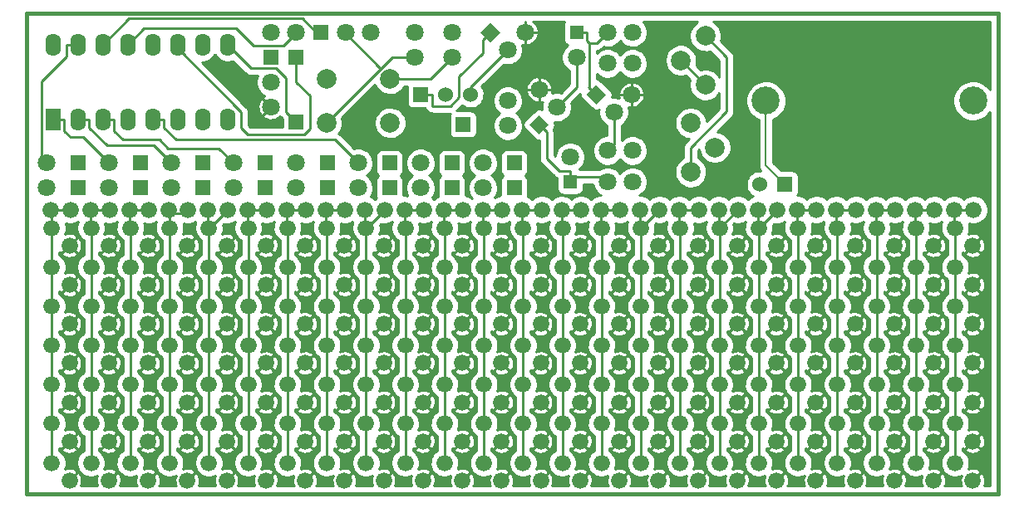
<source format=gbl>
G04 (created by PCBNEW-RS274X (2011-dec-28)-stable) date Thu 26 Jan 2012 11:52:16 PM CET*
G01*
G70*
G90*
%MOIN*%
G04 Gerber Fmt 3.4, Leading zero omitted, Abs format*
%FSLAX34Y34*%
G04 APERTURE LIST*
%ADD10C,0.006000*%
%ADD11C,0.015000*%
%ADD12R,0.062000X0.090000*%
%ADD13O,0.062000X0.090000*%
%ADD14C,0.078700*%
%ADD15C,0.070900*%
%ADD16C,0.066000*%
%ADD17R,0.060000X0.060000*%
%ADD18C,0.060000*%
%ADD19R,0.055000X0.055000*%
%ADD20C,0.112200*%
%ADD21C,0.035000*%
%ADD22C,0.009800*%
%ADD23C,0.008000*%
%ADD24C,0.010000*%
G04 APERTURE END LIST*
G54D10*
G54D11*
X19685Y-35039D02*
X19685Y-15748D01*
X58661Y-35039D02*
X19685Y-35039D01*
X58661Y-15748D02*
X58661Y-35039D01*
X19685Y-15748D02*
X58661Y-15748D01*
G54D12*
X20750Y-20000D03*
G54D13*
X21750Y-20000D03*
X22750Y-20000D03*
X23750Y-20000D03*
X24750Y-20000D03*
X25750Y-20000D03*
X26750Y-20000D03*
X27750Y-20000D03*
X27750Y-17000D03*
X26750Y-17000D03*
X25750Y-17000D03*
X24750Y-17000D03*
X23750Y-17000D03*
X22750Y-17000D03*
X21750Y-17000D03*
X20750Y-17000D03*
G54D14*
X46330Y-20141D03*
X46330Y-22109D03*
X47314Y-21125D03*
X46920Y-18609D03*
X46920Y-16641D03*
X45936Y-17625D03*
G54D15*
X29500Y-18500D03*
X29500Y-19500D03*
G54D14*
X34279Y-20136D03*
X34279Y-18364D03*
X31720Y-18364D03*
X31720Y-20136D03*
G54D16*
X45874Y-23622D03*
X46654Y-23622D03*
X22249Y-23622D03*
X23029Y-23622D03*
X20674Y-23622D03*
X21454Y-23622D03*
X23824Y-23622D03*
X24604Y-23622D03*
X30124Y-23622D03*
X30904Y-23622D03*
X26974Y-23622D03*
X27754Y-23622D03*
X39574Y-23622D03*
X40354Y-23622D03*
X42724Y-23622D03*
X43504Y-23622D03*
X36424Y-23622D03*
X37204Y-23622D03*
X33274Y-23622D03*
X34054Y-23622D03*
X52174Y-23622D03*
X52954Y-23622D03*
X55324Y-23622D03*
X56104Y-23622D03*
X49024Y-23622D03*
X49804Y-23622D03*
X47449Y-23622D03*
X48229Y-23622D03*
X50599Y-23622D03*
X51379Y-23622D03*
X56899Y-23622D03*
X57679Y-23622D03*
X53749Y-23622D03*
X54529Y-23622D03*
X34849Y-23622D03*
X35629Y-23622D03*
X37999Y-23622D03*
X38779Y-23622D03*
X44299Y-23622D03*
X45079Y-23622D03*
X41149Y-23622D03*
X41929Y-23622D03*
X28549Y-23622D03*
X29329Y-23622D03*
X31699Y-23622D03*
X32479Y-23622D03*
X25399Y-23622D03*
X26179Y-23622D03*
X52210Y-25924D03*
X52918Y-26632D03*
X52210Y-24351D03*
X52918Y-25059D03*
X33310Y-27497D03*
X34018Y-28205D03*
X33310Y-24351D03*
X34018Y-25059D03*
X33310Y-25924D03*
X34018Y-26632D03*
X52210Y-33789D03*
X52918Y-34497D03*
X52210Y-27497D03*
X52918Y-28205D03*
X52210Y-30643D03*
X52918Y-31351D03*
X52210Y-29070D03*
X52918Y-29778D03*
X52210Y-32216D03*
X52918Y-32924D03*
X49060Y-32216D03*
X49768Y-32924D03*
X33310Y-30643D03*
X34018Y-31351D03*
X33310Y-29070D03*
X34018Y-29778D03*
X33310Y-32216D03*
X34018Y-32924D03*
X33310Y-33789D03*
X34018Y-34497D03*
X36460Y-33789D03*
X37168Y-34497D03*
X36460Y-32216D03*
X37168Y-32924D03*
X36460Y-29070D03*
X37168Y-29778D03*
X36460Y-30643D03*
X37168Y-31351D03*
X36460Y-27497D03*
X37168Y-28205D03*
X36460Y-25924D03*
X37168Y-26632D03*
X49060Y-30643D03*
X49768Y-31351D03*
X45910Y-24351D03*
X46618Y-25059D03*
X45910Y-25924D03*
X46618Y-26632D03*
X45910Y-27497D03*
X46618Y-28205D03*
X45910Y-30643D03*
X46618Y-31351D03*
X45910Y-29070D03*
X46618Y-29778D03*
X45910Y-32216D03*
X46618Y-32924D03*
X45910Y-33789D03*
X46618Y-34497D03*
X49060Y-33789D03*
X49768Y-34497D03*
X39610Y-27497D03*
X40318Y-28205D03*
X49060Y-29070D03*
X49768Y-29778D03*
X55360Y-33789D03*
X56068Y-34497D03*
X49060Y-27497D03*
X49768Y-28205D03*
X49060Y-25924D03*
X49768Y-26632D03*
X49060Y-24351D03*
X49768Y-25059D03*
X55360Y-24351D03*
X56068Y-25059D03*
X55360Y-25924D03*
X56068Y-26632D03*
X55360Y-27497D03*
X56068Y-28205D03*
X55360Y-30643D03*
X56068Y-31351D03*
X55360Y-29070D03*
X56068Y-29778D03*
X55360Y-32216D03*
X56068Y-32924D03*
X23860Y-30643D03*
X24568Y-31351D03*
X30160Y-33789D03*
X30868Y-34497D03*
X30160Y-32216D03*
X30868Y-32924D03*
X30160Y-29070D03*
X30868Y-29778D03*
X30160Y-30643D03*
X30868Y-31351D03*
X30160Y-27497D03*
X30868Y-28205D03*
X30160Y-25924D03*
X30868Y-26632D03*
X30160Y-24351D03*
X30868Y-25059D03*
X23860Y-24351D03*
X24568Y-25059D03*
X23860Y-25924D03*
X24568Y-26632D03*
X23860Y-27497D03*
X24568Y-28205D03*
X27010Y-33789D03*
X27718Y-34497D03*
X23860Y-29070D03*
X24568Y-29778D03*
X23860Y-32216D03*
X24568Y-32924D03*
X23860Y-33789D03*
X24568Y-34497D03*
X20710Y-33789D03*
X21418Y-34497D03*
X20710Y-32216D03*
X21418Y-32924D03*
X20710Y-29070D03*
X21418Y-29778D03*
X20710Y-30643D03*
X21418Y-31351D03*
X20710Y-27497D03*
X21418Y-28205D03*
X20710Y-25924D03*
X21418Y-26632D03*
X39610Y-30643D03*
X40318Y-31351D03*
X42760Y-24351D03*
X43468Y-25059D03*
X42760Y-25924D03*
X43468Y-26632D03*
X42760Y-27497D03*
X43468Y-28205D03*
X42760Y-30643D03*
X43468Y-31351D03*
X42760Y-29070D03*
X43468Y-29778D03*
X42760Y-32216D03*
X43468Y-32924D03*
X42760Y-33789D03*
X43468Y-34497D03*
X39610Y-33789D03*
X40318Y-34497D03*
X39610Y-32216D03*
X40318Y-32924D03*
X39610Y-29070D03*
X40318Y-29778D03*
X36460Y-24351D03*
X37168Y-25059D03*
X20710Y-24351D03*
X21418Y-25059D03*
X39610Y-25924D03*
X40318Y-26632D03*
X39610Y-24351D03*
X40318Y-25059D03*
X27010Y-24351D03*
X27718Y-25059D03*
X27010Y-25924D03*
X27718Y-26632D03*
X27010Y-27497D03*
X27718Y-28205D03*
X27010Y-30643D03*
X27718Y-31351D03*
X27010Y-29070D03*
X27718Y-29778D03*
X27010Y-32216D03*
X27718Y-32924D03*
X41185Y-30643D03*
X41893Y-31351D03*
X28585Y-33789D03*
X29293Y-34497D03*
X28585Y-32216D03*
X29293Y-32924D03*
X28585Y-29070D03*
X29293Y-29778D03*
X28585Y-30643D03*
X29293Y-31351D03*
X28585Y-27497D03*
X29293Y-28205D03*
X28585Y-25924D03*
X29293Y-26632D03*
X28585Y-24351D03*
X29293Y-25059D03*
X41185Y-24351D03*
X41893Y-25059D03*
X41185Y-25924D03*
X41893Y-26632D03*
X41185Y-27497D03*
X41893Y-28205D03*
X31735Y-33789D03*
X32443Y-34497D03*
X41185Y-29070D03*
X41893Y-29778D03*
X41185Y-32216D03*
X41893Y-32924D03*
X41185Y-33789D03*
X41893Y-34497D03*
X44335Y-33789D03*
X45043Y-34497D03*
X44335Y-32216D03*
X45043Y-32924D03*
X44335Y-29070D03*
X45043Y-29778D03*
X44335Y-30643D03*
X45043Y-31351D03*
X44335Y-27497D03*
X45043Y-28205D03*
X44335Y-25924D03*
X45043Y-26632D03*
X25435Y-30643D03*
X26143Y-31351D03*
X22285Y-24351D03*
X22993Y-25059D03*
X22285Y-25924D03*
X22993Y-26632D03*
X22285Y-27497D03*
X22993Y-28205D03*
X22285Y-30643D03*
X22993Y-31351D03*
X22285Y-29070D03*
X22993Y-29778D03*
X22285Y-32216D03*
X22993Y-32924D03*
X22285Y-33789D03*
X22993Y-34497D03*
X25435Y-33789D03*
X26143Y-34497D03*
X25435Y-32216D03*
X26143Y-32924D03*
X25435Y-29070D03*
X26143Y-29778D03*
X44335Y-24351D03*
X45043Y-25059D03*
X25435Y-27497D03*
X26143Y-28205D03*
X25435Y-25924D03*
X26143Y-26632D03*
X25435Y-24351D03*
X26143Y-25059D03*
X31735Y-24351D03*
X32443Y-25059D03*
X31735Y-25924D03*
X32443Y-26632D03*
X31735Y-27497D03*
X32443Y-28205D03*
X31735Y-30643D03*
X32443Y-31351D03*
X31735Y-29070D03*
X32443Y-29778D03*
X31735Y-32216D03*
X32443Y-32924D03*
X50635Y-30643D03*
X51343Y-31351D03*
X56935Y-33789D03*
X57643Y-34497D03*
X56935Y-32216D03*
X57643Y-32924D03*
X56935Y-29070D03*
X57643Y-29778D03*
X56935Y-30643D03*
X57643Y-31351D03*
X56935Y-27497D03*
X57643Y-28205D03*
X56935Y-25924D03*
X57643Y-26632D03*
X56935Y-24351D03*
X57643Y-25059D03*
X50635Y-24351D03*
X51343Y-25059D03*
X50635Y-25924D03*
X51343Y-26632D03*
X50635Y-27497D03*
X51343Y-28205D03*
X53785Y-33789D03*
X54493Y-34497D03*
X50635Y-29070D03*
X51343Y-29778D03*
X50635Y-32216D03*
X51343Y-32924D03*
X50635Y-33789D03*
X51343Y-34497D03*
X47485Y-33789D03*
X48193Y-34497D03*
X47485Y-32216D03*
X48193Y-32924D03*
X47485Y-29070D03*
X48193Y-29778D03*
X47485Y-30643D03*
X48193Y-31351D03*
X47485Y-27497D03*
X48193Y-28205D03*
X47485Y-25924D03*
X48193Y-26632D03*
X34885Y-30643D03*
X35593Y-31351D03*
X38035Y-24351D03*
X38743Y-25059D03*
X38035Y-25924D03*
X38743Y-26632D03*
X38035Y-27497D03*
X38743Y-28205D03*
X38035Y-30643D03*
X38743Y-31351D03*
X38035Y-29070D03*
X38743Y-29778D03*
X38035Y-32216D03*
X38743Y-32924D03*
X38035Y-33789D03*
X38743Y-34497D03*
X34885Y-33789D03*
X35593Y-34497D03*
X34885Y-32216D03*
X35593Y-32924D03*
X34885Y-29070D03*
X35593Y-29778D03*
X47485Y-24351D03*
X48193Y-25059D03*
X34885Y-27497D03*
X35593Y-28205D03*
X34885Y-25924D03*
X35593Y-26632D03*
X34885Y-24351D03*
X35593Y-25059D03*
X53785Y-24351D03*
X54493Y-25059D03*
X53785Y-25924D03*
X54493Y-26632D03*
X53785Y-27497D03*
X54493Y-28205D03*
X53785Y-30643D03*
X54493Y-31351D03*
X53785Y-29070D03*
X54493Y-29778D03*
X53785Y-32216D03*
X54493Y-32924D03*
G54D17*
X30500Y-20100D03*
X35500Y-19000D03*
G54D18*
X36500Y-19000D03*
X37500Y-19000D03*
G54D17*
X37200Y-20200D03*
X50100Y-22600D03*
G54D18*
X49100Y-22600D03*
G54D17*
X21750Y-21750D03*
X21750Y-22750D03*
X24250Y-21750D03*
X24250Y-22750D03*
X26750Y-21750D03*
X26750Y-22750D03*
X29250Y-21750D03*
X29250Y-22750D03*
X31750Y-21750D03*
X31750Y-22750D03*
X34250Y-21750D03*
X34250Y-22750D03*
X36750Y-21750D03*
X36750Y-22750D03*
X39250Y-21750D03*
X39250Y-22750D03*
G54D15*
X20500Y-21750D03*
X20500Y-22750D03*
X23000Y-21750D03*
X23000Y-22750D03*
X25500Y-21750D03*
X25500Y-22750D03*
X28000Y-21750D03*
X28000Y-22750D03*
X30500Y-21750D03*
X30500Y-22750D03*
X33000Y-21750D03*
X33000Y-22750D03*
X35500Y-21750D03*
X35500Y-22750D03*
X38000Y-21750D03*
X38000Y-22750D03*
X44000Y-22500D03*
X43000Y-22500D03*
X44000Y-21250D03*
X43000Y-21250D03*
X44000Y-17750D03*
X43000Y-17750D03*
X44000Y-16500D03*
X43000Y-16500D03*
X39000Y-19250D03*
X39000Y-20250D03*
X35250Y-17500D03*
X35250Y-16500D03*
X36750Y-17500D03*
X36750Y-16500D03*
G54D19*
X41500Y-22500D03*
G54D15*
X41500Y-21500D03*
G54D10*
G36*
X42932Y-19000D02*
X42543Y-19389D01*
X42154Y-19000D01*
X42543Y-18611D01*
X42932Y-19000D01*
X42932Y-19000D01*
G37*
G54D15*
X43250Y-19707D03*
X43957Y-19000D03*
G54D19*
X41750Y-16500D03*
G54D15*
X41750Y-17500D03*
G54D10*
G36*
X40250Y-19818D02*
X40639Y-20207D01*
X40250Y-20596D01*
X39861Y-20207D01*
X40250Y-19818D01*
X40250Y-19818D01*
G37*
G54D15*
X40957Y-19500D03*
X40250Y-18793D03*
G54D10*
G36*
X38682Y-16500D02*
X38293Y-16889D01*
X37904Y-16500D01*
X38293Y-16111D01*
X38682Y-16500D01*
X38682Y-16500D01*
G37*
G54D15*
X39000Y-17207D03*
X39707Y-16500D03*
G54D20*
X49344Y-19250D03*
X57656Y-19250D03*
G54D17*
X29500Y-17500D03*
G54D15*
X29500Y-16500D03*
G54D17*
X30500Y-17500D03*
G54D15*
X30500Y-16500D03*
G54D17*
X31500Y-16500D03*
G54D15*
X32500Y-16500D03*
X33500Y-16500D03*
G54D21*
X33850Y-19250D03*
X34650Y-19250D03*
X33150Y-19650D03*
X33050Y-20350D03*
X56000Y-20000D03*
X36100Y-20150D03*
X35200Y-20150D03*
X51000Y-20000D03*
X51500Y-17000D03*
X51000Y-18500D03*
X55500Y-17000D03*
X57500Y-17000D03*
X51000Y-21500D03*
X53500Y-17000D03*
X56000Y-21500D03*
X56000Y-18500D03*
X53500Y-18500D03*
X49500Y-17000D03*
X57500Y-21500D03*
X53500Y-21500D03*
G54D22*
X30816Y-20600D02*
X28550Y-20600D01*
X28550Y-20600D02*
X28300Y-20350D01*
X28300Y-20350D02*
X28300Y-19700D01*
X28300Y-19700D02*
X25750Y-17150D01*
X25750Y-17150D02*
X25750Y-17000D01*
X31050Y-19050D02*
X31050Y-20366D01*
X41073Y-22073D02*
X41500Y-22073D01*
X30500Y-18500D02*
X31050Y-19050D01*
X42787Y-22287D02*
X43000Y-22500D01*
X31050Y-20366D02*
X30816Y-20600D01*
X41500Y-22287D02*
X41500Y-22073D01*
X41500Y-22500D02*
X41500Y-22287D01*
X40250Y-20207D02*
X40552Y-20509D01*
X40552Y-20509D02*
X40552Y-21552D01*
X40552Y-21552D02*
X41073Y-22073D01*
X41500Y-22287D02*
X42787Y-22287D01*
X30500Y-17500D02*
X30500Y-18500D01*
X32500Y-16500D02*
X32500Y-16550D01*
X32500Y-16550D02*
X33903Y-17953D01*
X35250Y-17500D02*
X34356Y-17500D01*
X34356Y-17500D02*
X33903Y-17953D01*
X33903Y-17953D02*
X31720Y-20136D01*
X33450Y-19650D02*
X33150Y-19650D01*
X33850Y-19250D02*
X33450Y-19650D01*
X35000Y-19600D02*
X34650Y-19250D01*
X33050Y-20350D02*
X33100Y-20350D01*
X40250Y-18793D02*
X39693Y-18793D01*
X35000Y-19950D02*
X35000Y-19600D01*
X35200Y-20150D02*
X35000Y-19950D01*
G54D23*
X53500Y-21500D02*
X51000Y-21500D01*
G54D22*
X39693Y-18793D02*
X39400Y-18500D01*
X39400Y-18500D02*
X38750Y-18500D01*
X38750Y-18500D02*
X38100Y-19150D01*
X38100Y-19150D02*
X38100Y-20500D01*
X37650Y-20950D02*
X36900Y-20950D01*
X36900Y-20950D02*
X36100Y-20150D01*
G54D23*
X56000Y-18500D02*
X56000Y-20000D01*
X53500Y-17000D02*
X53500Y-18500D01*
X55500Y-17000D02*
X57500Y-17000D01*
X51500Y-17000D02*
X49500Y-17000D01*
X51000Y-20000D02*
X51000Y-18500D01*
X56000Y-21500D02*
X57500Y-21500D01*
G54D22*
X38100Y-20500D02*
X37650Y-20950D01*
X25500Y-21750D02*
X24788Y-21038D01*
X24788Y-21038D02*
X22917Y-21038D01*
X21750Y-20000D02*
X22212Y-20000D01*
X22212Y-20333D02*
X22212Y-20000D01*
X22917Y-21038D02*
X22212Y-20333D01*
X21212Y-20462D02*
X21212Y-20000D01*
X21455Y-20705D02*
X21212Y-20462D01*
X21955Y-20705D02*
X21455Y-20705D01*
X23000Y-21750D02*
X21955Y-20705D01*
X20750Y-20000D02*
X21212Y-20000D01*
X20287Y-18463D02*
X21288Y-17462D01*
X21750Y-17000D02*
X21288Y-17000D01*
X20287Y-21537D02*
X20287Y-18463D01*
X21288Y-17462D02*
X21288Y-17000D01*
X20500Y-21750D02*
X20287Y-21537D01*
X41750Y-16500D02*
X42177Y-16500D01*
X42258Y-16928D02*
X42572Y-16928D01*
X42177Y-16500D02*
X42177Y-16847D01*
X42258Y-18681D02*
X42258Y-16928D01*
X42572Y-16928D02*
X43000Y-16500D01*
X42543Y-19000D02*
X42241Y-18698D01*
X42241Y-18698D02*
X42258Y-18681D01*
X42177Y-16847D02*
X42258Y-16928D01*
X37500Y-18707D02*
X37500Y-19000D01*
X39000Y-17207D02*
X37500Y-18707D01*
X31500Y-16500D02*
X31300Y-16500D01*
X23800Y-15950D02*
X22750Y-17000D01*
X30750Y-15950D02*
X23800Y-15950D01*
X31300Y-16500D02*
X30750Y-15950D01*
X40957Y-19500D02*
X41750Y-18707D01*
X41750Y-18707D02*
X41750Y-17500D01*
X43250Y-19707D02*
X43250Y-21000D01*
X43250Y-21000D02*
X43000Y-21250D01*
X45936Y-17625D02*
X46920Y-18609D01*
X30100Y-19700D02*
X30100Y-18350D01*
X30100Y-18350D02*
X29700Y-17950D01*
X29700Y-17950D02*
X28700Y-17950D01*
X28700Y-17950D02*
X27750Y-17000D01*
X30500Y-20100D02*
X30100Y-19700D01*
X30500Y-16500D02*
X30500Y-16550D01*
X24400Y-16350D02*
X23750Y-17000D01*
X28100Y-16350D02*
X24400Y-16350D01*
X28800Y-17050D02*
X28100Y-16350D01*
X30000Y-17050D02*
X28800Y-17050D01*
X30500Y-16550D02*
X30000Y-17050D01*
X25695Y-20816D02*
X25212Y-20333D01*
X25212Y-20333D02*
X25212Y-20000D01*
X32066Y-20816D02*
X25695Y-20816D01*
X24750Y-20000D02*
X25212Y-20000D01*
X33000Y-21750D02*
X32066Y-20816D01*
X27408Y-21158D02*
X28000Y-21750D01*
X22750Y-20000D02*
X23212Y-20000D01*
X23212Y-20000D02*
X23212Y-20462D01*
X23212Y-20462D02*
X23563Y-20813D01*
X23563Y-20813D02*
X25027Y-20813D01*
X25027Y-20813D02*
X25372Y-21158D01*
X25372Y-21158D02*
X27408Y-21158D01*
X38293Y-16500D02*
X37991Y-16802D01*
X37047Y-19108D02*
X36703Y-19452D01*
X36703Y-19452D02*
X35979Y-19452D01*
X37047Y-18274D02*
X37047Y-19108D01*
X37991Y-16802D02*
X37991Y-17330D01*
X35500Y-19000D02*
X35952Y-19000D01*
X37991Y-17330D02*
X37047Y-18274D01*
X35979Y-19452D02*
X35952Y-19425D01*
X35952Y-19425D02*
X35952Y-19000D01*
G54D23*
X49344Y-21844D02*
X49344Y-19250D01*
X50100Y-22600D02*
X49344Y-21844D01*
G54D22*
X38035Y-25924D02*
X38035Y-24351D01*
X38035Y-27497D02*
X38035Y-25924D01*
X38035Y-24351D02*
X37999Y-24315D01*
X38035Y-29070D02*
X38035Y-27497D01*
X38035Y-32216D02*
X38035Y-30643D01*
X38035Y-30643D02*
X38035Y-29070D01*
X38035Y-33789D02*
X38035Y-32216D01*
X37999Y-24315D02*
X37999Y-23622D01*
X38779Y-23622D02*
X37999Y-23622D01*
X41185Y-33789D02*
X41185Y-32216D01*
X41185Y-29070D02*
X41185Y-27497D01*
X41185Y-27497D02*
X41185Y-25924D01*
X41929Y-23622D02*
X41149Y-23622D01*
X41185Y-30643D02*
X41185Y-29070D01*
X41149Y-24315D02*
X41149Y-23622D01*
X41185Y-25924D02*
X41185Y-24351D01*
X41185Y-24351D02*
X41149Y-24315D01*
X41185Y-32216D02*
X41185Y-30643D01*
X44335Y-24351D02*
X44299Y-24315D01*
X44335Y-27497D02*
X44335Y-25924D01*
X45064Y-23622D02*
X44335Y-24351D01*
X44335Y-30643D02*
X44335Y-29070D01*
X44335Y-29070D02*
X44335Y-27497D01*
X44335Y-33789D02*
X44335Y-32216D01*
X44335Y-25924D02*
X44335Y-24351D01*
X44299Y-24315D02*
X44299Y-23622D01*
X45079Y-23622D02*
X45064Y-23622D01*
X44335Y-32216D02*
X44335Y-30643D01*
X56935Y-29070D02*
X56935Y-27497D01*
X56935Y-25924D02*
X56935Y-24351D01*
X56899Y-24315D02*
X56899Y-23622D01*
X56935Y-27497D02*
X56935Y-25924D01*
X57679Y-23622D02*
X56899Y-23622D01*
X56935Y-32216D02*
X56935Y-30643D01*
X56935Y-33789D02*
X56935Y-32216D01*
X56935Y-24351D02*
X56899Y-24315D01*
X56935Y-30643D02*
X56935Y-29070D01*
X50635Y-30643D02*
X50635Y-29070D01*
X50635Y-32216D02*
X50635Y-30643D01*
X50635Y-24351D02*
X50599Y-24315D01*
X50599Y-24315D02*
X50599Y-23622D01*
X51379Y-23622D02*
X50599Y-23622D01*
X50635Y-33789D02*
X50635Y-32216D01*
X50635Y-29070D02*
X50635Y-27497D01*
X50635Y-25924D02*
X50635Y-24351D01*
X50635Y-27497D02*
X50635Y-25924D01*
X34885Y-27497D02*
X34885Y-25924D01*
X35629Y-23622D02*
X34849Y-23622D01*
X34885Y-32216D02*
X34885Y-30643D01*
X34885Y-30643D02*
X34885Y-29070D01*
X34885Y-33789D02*
X34885Y-32216D01*
X34885Y-25924D02*
X34885Y-24351D01*
X34885Y-29070D02*
X34885Y-27497D01*
X34849Y-24315D02*
X34849Y-23622D01*
X34885Y-24351D02*
X34849Y-24315D01*
X54529Y-23622D02*
X53749Y-23622D01*
X53749Y-24315D02*
X53749Y-23622D01*
X53785Y-32216D02*
X53785Y-30643D01*
X53785Y-24351D02*
X53749Y-24315D01*
X53785Y-29070D02*
X53785Y-27497D01*
X53785Y-27497D02*
X53785Y-25924D01*
X53785Y-30643D02*
X53785Y-29070D01*
X53785Y-25924D02*
X53785Y-24351D01*
X53785Y-33789D02*
X53785Y-32216D01*
X31735Y-25924D02*
X31735Y-24351D01*
X31735Y-27497D02*
X31735Y-25924D01*
X31735Y-32216D02*
X31735Y-30643D01*
X31735Y-29070D02*
X31735Y-27497D01*
X31735Y-30643D02*
X31735Y-29070D01*
X31735Y-33789D02*
X31735Y-32216D01*
X31699Y-24315D02*
X31699Y-23622D01*
X31735Y-24351D02*
X31699Y-24315D01*
X32479Y-23622D02*
X31699Y-23622D01*
X28585Y-33789D02*
X28585Y-32216D01*
X28585Y-25924D02*
X28585Y-24351D01*
X29329Y-23622D02*
X28549Y-23622D01*
X28585Y-29070D02*
X28585Y-27497D01*
X28585Y-32216D02*
X28585Y-30643D01*
X28585Y-24351D02*
X28549Y-24315D01*
X28585Y-30643D02*
X28585Y-29070D01*
X28585Y-27497D02*
X28585Y-25924D01*
X28549Y-24315D02*
X28549Y-23622D01*
X25435Y-29070D02*
X25435Y-27497D01*
X25435Y-33789D02*
X25435Y-32216D01*
X25435Y-24351D02*
X25435Y-23756D01*
X25435Y-30643D02*
X25435Y-29070D01*
X25435Y-32216D02*
X25435Y-30643D01*
X25435Y-23756D02*
X25399Y-23720D01*
X26045Y-23756D02*
X25435Y-23756D01*
X26179Y-23622D02*
X26045Y-23756D01*
X25435Y-27497D02*
X25435Y-25924D01*
X25399Y-23720D02*
X25399Y-23622D01*
X25435Y-25924D02*
X25435Y-24351D01*
X39610Y-25924D02*
X39610Y-24351D01*
X39574Y-24315D02*
X39574Y-23622D01*
X39610Y-24351D02*
X39574Y-24315D01*
X39610Y-27497D02*
X39610Y-25924D01*
X39610Y-29070D02*
X39610Y-27497D01*
X39574Y-23622D02*
X40354Y-23622D01*
X39610Y-33789D02*
X39610Y-32216D01*
X39610Y-32216D02*
X39610Y-30643D01*
X39610Y-30643D02*
X39610Y-29070D01*
X42724Y-24315D02*
X42724Y-23622D01*
X43504Y-23622D02*
X42724Y-23622D01*
X42760Y-30643D02*
X42760Y-29070D01*
X42760Y-32216D02*
X42760Y-30643D01*
X42760Y-27497D02*
X42760Y-25924D01*
X42760Y-29070D02*
X42760Y-27497D01*
X42760Y-33789D02*
X42760Y-32216D01*
X42760Y-24351D02*
X42724Y-24315D01*
X42760Y-25924D02*
X42760Y-24351D01*
X20710Y-23628D02*
X20680Y-23628D01*
X20710Y-25924D02*
X20710Y-24351D01*
X20710Y-27497D02*
X20710Y-25924D01*
X20710Y-24351D02*
X20710Y-23628D01*
X20710Y-27497D02*
X20710Y-29070D01*
X20710Y-30643D02*
X20710Y-29070D01*
X20680Y-23628D02*
X20674Y-23622D01*
X21448Y-23628D02*
X20710Y-23628D01*
X20710Y-33789D02*
X20710Y-32216D01*
X20710Y-32216D02*
X20710Y-30643D01*
X21454Y-23622D02*
X21448Y-23628D01*
X49804Y-23622D02*
X49075Y-24351D01*
X49060Y-25924D02*
X49060Y-24351D01*
X49060Y-29070D02*
X49060Y-27497D01*
X49060Y-24351D02*
X49024Y-24315D01*
X49024Y-24315D02*
X49024Y-23622D01*
X49075Y-24351D02*
X49060Y-24351D01*
X49060Y-32216D02*
X49060Y-30643D01*
X49060Y-30643D02*
X49060Y-29070D01*
X49060Y-33789D02*
X49060Y-32216D01*
X49060Y-27497D02*
X49060Y-25924D01*
X47485Y-27497D02*
X47485Y-25924D01*
X48229Y-23622D02*
X48214Y-23622D01*
X47485Y-32216D02*
X47485Y-30643D01*
X47485Y-33789D02*
X47485Y-32216D01*
X47485Y-25924D02*
X47485Y-24351D01*
X47449Y-24315D02*
X47449Y-23622D01*
X48214Y-23622D02*
X47485Y-24351D01*
X47485Y-30643D02*
X47485Y-29070D01*
X47485Y-29070D02*
X47485Y-27497D01*
X47485Y-24351D02*
X47449Y-24315D01*
X56104Y-23622D02*
X55324Y-23622D01*
X55360Y-32216D02*
X55360Y-30643D01*
X55360Y-33789D02*
X55360Y-32216D01*
X55360Y-25924D02*
X55360Y-24351D01*
X55360Y-30643D02*
X55360Y-29070D01*
X55360Y-27497D02*
X55360Y-25924D01*
X55360Y-24351D02*
X55324Y-24315D01*
X55324Y-24315D02*
X55324Y-23622D01*
X55360Y-29070D02*
X55360Y-27497D01*
X45910Y-25924D02*
X45910Y-24351D01*
X45910Y-27497D02*
X45910Y-25924D01*
X45910Y-30643D02*
X45910Y-29070D01*
X45910Y-32216D02*
X45910Y-30643D01*
X45910Y-29070D02*
X45910Y-27497D01*
X45910Y-33789D02*
X45910Y-32216D01*
X46654Y-23622D02*
X45874Y-23622D01*
X45910Y-24351D02*
X45874Y-24315D01*
X45874Y-24315D02*
X45874Y-23622D01*
X33310Y-25924D02*
X33310Y-24351D01*
X33310Y-30643D02*
X33310Y-29070D01*
X33310Y-29070D02*
X33310Y-27497D01*
X33325Y-24351D02*
X33310Y-24351D01*
X33310Y-32216D02*
X33310Y-30643D01*
X33310Y-33789D02*
X33310Y-32216D01*
X33274Y-24315D02*
X33274Y-23622D01*
X33310Y-24351D02*
X33274Y-24315D01*
X34054Y-23622D02*
X33325Y-24351D01*
X33310Y-27497D02*
X33310Y-25924D01*
X36460Y-24351D02*
X36424Y-24315D01*
X36460Y-32216D02*
X36460Y-30643D01*
X36460Y-27497D02*
X36460Y-25924D01*
X36460Y-25924D02*
X36460Y-24351D01*
X36460Y-30643D02*
X36460Y-29070D01*
X36424Y-24315D02*
X36424Y-23622D01*
X36460Y-29070D02*
X36460Y-27497D01*
X36460Y-33789D02*
X36460Y-32216D01*
X37204Y-23622D02*
X36424Y-23622D01*
X52210Y-25924D02*
X52210Y-24351D01*
X52210Y-30643D02*
X52210Y-32216D01*
X52210Y-32216D02*
X52210Y-33789D01*
X52210Y-29070D02*
X52210Y-27497D01*
X52174Y-24315D02*
X52174Y-23622D01*
X52210Y-24351D02*
X52174Y-24315D01*
X52954Y-23622D02*
X52174Y-23622D01*
X52210Y-27497D02*
X52210Y-25924D01*
X52210Y-30643D02*
X52210Y-29070D01*
X22285Y-27497D02*
X22285Y-25924D01*
X22285Y-33789D02*
X22285Y-32216D01*
X22285Y-30643D02*
X22285Y-29070D01*
X22285Y-29070D02*
X22285Y-27497D01*
X22285Y-32216D02*
X22285Y-30643D01*
X22249Y-24315D02*
X22249Y-23622D01*
X23029Y-23622D02*
X22249Y-23622D01*
X22285Y-24351D02*
X22249Y-24315D01*
X22285Y-25924D02*
X22285Y-24351D01*
X30160Y-33789D02*
X30160Y-32216D01*
X30160Y-25924D02*
X30160Y-24351D01*
X30160Y-24351D02*
X30124Y-24315D01*
X30904Y-23622D02*
X30124Y-23622D01*
X30160Y-27497D02*
X30160Y-25924D01*
X30124Y-24315D02*
X30124Y-23622D01*
X30160Y-30643D02*
X30160Y-29070D01*
X30160Y-32216D02*
X30160Y-30643D01*
X30160Y-29070D02*
X30160Y-27497D01*
X27010Y-32216D02*
X27010Y-30643D01*
X27010Y-33789D02*
X27010Y-32216D01*
X27010Y-29070D02*
X27010Y-27497D01*
X27010Y-30643D02*
X27010Y-29070D01*
X27010Y-27497D02*
X27010Y-25924D01*
X27010Y-25924D02*
X27010Y-24351D01*
X27010Y-24351D02*
X26974Y-24315D01*
X26974Y-24315D02*
X26974Y-23622D01*
X27025Y-24351D02*
X27010Y-24351D01*
X27754Y-23622D02*
X27025Y-24351D01*
X23860Y-33789D02*
X23860Y-32216D01*
X24604Y-23622D02*
X23824Y-23622D01*
X23860Y-25924D02*
X23860Y-24351D01*
X23860Y-24351D02*
X23824Y-24315D01*
X23860Y-27497D02*
X23860Y-25924D01*
X23860Y-29070D02*
X23860Y-27497D01*
X23860Y-30643D02*
X23860Y-29070D01*
X23860Y-32216D02*
X23860Y-30643D01*
X23824Y-24315D02*
X23824Y-23622D01*
X47775Y-17496D02*
X47775Y-19680D01*
X46920Y-16641D02*
X47775Y-17496D01*
X47775Y-19680D02*
X46330Y-21125D01*
X46330Y-21125D02*
X46330Y-22109D01*
X35886Y-18364D02*
X34279Y-18364D01*
X36750Y-17500D02*
X35886Y-18364D01*
G54D10*
G36*
X22548Y-34714D02*
X21864Y-34714D01*
X21870Y-34704D01*
X21902Y-34613D01*
X21914Y-34517D01*
X21909Y-34421D01*
X21885Y-34327D01*
X21843Y-34240D01*
X21821Y-34206D01*
X21740Y-34176D01*
X21419Y-34497D01*
X21418Y-34498D01*
X21417Y-34498D01*
X21416Y-34497D01*
X21417Y-34497D01*
X21416Y-34496D01*
X21417Y-34495D01*
X21418Y-34496D01*
X21453Y-34460D01*
X21739Y-34175D01*
X21709Y-34094D01*
X21625Y-34045D01*
X21534Y-34013D01*
X21438Y-34001D01*
X21342Y-34006D01*
X21248Y-34030D01*
X21233Y-34037D01*
X21262Y-33972D01*
X21287Y-33862D01*
X21289Y-33732D01*
X21267Y-33621D01*
X21224Y-33516D01*
X21161Y-33421D01*
X21081Y-33341D01*
X21009Y-33291D01*
X21009Y-33205D01*
X21015Y-33215D01*
X21096Y-33245D01*
X21381Y-32959D01*
X21417Y-32924D01*
X21416Y-32923D01*
X21417Y-32922D01*
X21418Y-32923D01*
X21453Y-32887D01*
X21739Y-32602D01*
X21709Y-32521D01*
X21625Y-32472D01*
X21534Y-32440D01*
X21438Y-32428D01*
X21342Y-32433D01*
X21248Y-32457D01*
X21233Y-32464D01*
X21262Y-32399D01*
X21287Y-32289D01*
X21289Y-32159D01*
X21267Y-32048D01*
X21224Y-31943D01*
X21161Y-31848D01*
X21081Y-31768D01*
X21009Y-31718D01*
X21009Y-31632D01*
X21015Y-31642D01*
X21096Y-31672D01*
X21381Y-31386D01*
X21417Y-31351D01*
X21416Y-31350D01*
X21417Y-31349D01*
X21418Y-31350D01*
X21453Y-31314D01*
X21739Y-31029D01*
X21709Y-30948D01*
X21625Y-30899D01*
X21534Y-30867D01*
X21438Y-30855D01*
X21342Y-30860D01*
X21248Y-30884D01*
X21233Y-30891D01*
X21262Y-30826D01*
X21287Y-30716D01*
X21289Y-30586D01*
X21267Y-30475D01*
X21224Y-30370D01*
X21161Y-30275D01*
X21081Y-30195D01*
X21009Y-30145D01*
X21009Y-30059D01*
X21015Y-30069D01*
X21096Y-30099D01*
X21381Y-29813D01*
X21417Y-29778D01*
X21416Y-29777D01*
X21417Y-29776D01*
X21418Y-29777D01*
X21453Y-29741D01*
X21739Y-29456D01*
X21709Y-29375D01*
X21625Y-29326D01*
X21534Y-29294D01*
X21438Y-29282D01*
X21342Y-29287D01*
X21248Y-29311D01*
X21233Y-29318D01*
X21262Y-29253D01*
X21287Y-29143D01*
X21289Y-29013D01*
X21267Y-28902D01*
X21224Y-28797D01*
X21161Y-28702D01*
X21081Y-28622D01*
X21009Y-28572D01*
X21009Y-28486D01*
X21015Y-28496D01*
X21096Y-28526D01*
X21381Y-28240D01*
X21417Y-28205D01*
X21416Y-28204D01*
X21417Y-28203D01*
X21418Y-28204D01*
X21453Y-28168D01*
X21739Y-27883D01*
X21709Y-27802D01*
X21625Y-27753D01*
X21534Y-27721D01*
X21438Y-27709D01*
X21342Y-27714D01*
X21248Y-27738D01*
X21233Y-27745D01*
X21262Y-27680D01*
X21287Y-27570D01*
X21289Y-27440D01*
X21267Y-27329D01*
X21224Y-27224D01*
X21161Y-27129D01*
X21081Y-27049D01*
X21009Y-26999D01*
X21009Y-26913D01*
X21015Y-26923D01*
X21096Y-26953D01*
X21381Y-26667D01*
X21417Y-26632D01*
X21416Y-26631D01*
X21417Y-26630D01*
X21418Y-26631D01*
X21453Y-26595D01*
X21739Y-26310D01*
X21709Y-26229D01*
X21625Y-26180D01*
X21534Y-26148D01*
X21438Y-26136D01*
X21342Y-26141D01*
X21248Y-26165D01*
X21233Y-26172D01*
X21262Y-26107D01*
X21287Y-25997D01*
X21289Y-25867D01*
X21267Y-25756D01*
X21224Y-25651D01*
X21161Y-25556D01*
X21081Y-25476D01*
X21009Y-25426D01*
X21009Y-25340D01*
X21015Y-25350D01*
X21096Y-25380D01*
X21381Y-25094D01*
X21417Y-25059D01*
X21416Y-25058D01*
X21417Y-25057D01*
X21418Y-25058D01*
X21453Y-25022D01*
X21739Y-24737D01*
X21709Y-24656D01*
X21625Y-24607D01*
X21534Y-24575D01*
X21438Y-24563D01*
X21342Y-24568D01*
X21248Y-24592D01*
X21233Y-24599D01*
X21262Y-24534D01*
X21287Y-24424D01*
X21289Y-24294D01*
X21267Y-24183D01*
X21261Y-24169D01*
X21274Y-24175D01*
X21385Y-24200D01*
X21499Y-24202D01*
X21611Y-24182D01*
X21717Y-24141D01*
X21755Y-24116D01*
X21730Y-24175D01*
X21707Y-24286D01*
X21705Y-24400D01*
X21726Y-24512D01*
X21768Y-24617D01*
X21829Y-24713D01*
X21908Y-24794D01*
X21986Y-24848D01*
X21986Y-25427D01*
X21920Y-25471D01*
X21914Y-25476D01*
X21914Y-25079D01*
X21909Y-24983D01*
X21885Y-24889D01*
X21843Y-24802D01*
X21821Y-24768D01*
X21740Y-24738D01*
X21419Y-25059D01*
X21740Y-25380D01*
X21821Y-25350D01*
X21870Y-25266D01*
X21902Y-25175D01*
X21914Y-25079D01*
X21914Y-25476D01*
X21839Y-25550D01*
X21775Y-25644D01*
X21739Y-25727D01*
X21739Y-25381D01*
X21418Y-25060D01*
X21097Y-25381D01*
X21127Y-25462D01*
X21211Y-25511D01*
X21302Y-25543D01*
X21398Y-25555D01*
X21494Y-25550D01*
X21588Y-25526D01*
X21675Y-25484D01*
X21709Y-25462D01*
X21739Y-25381D01*
X21739Y-25727D01*
X21730Y-25748D01*
X21707Y-25859D01*
X21705Y-25973D01*
X21726Y-26085D01*
X21768Y-26190D01*
X21829Y-26286D01*
X21908Y-26367D01*
X21986Y-26421D01*
X21986Y-27000D01*
X21920Y-27044D01*
X21914Y-27049D01*
X21914Y-26652D01*
X21909Y-26556D01*
X21885Y-26462D01*
X21843Y-26375D01*
X21821Y-26341D01*
X21740Y-26311D01*
X21419Y-26632D01*
X21740Y-26953D01*
X21821Y-26923D01*
X21870Y-26839D01*
X21902Y-26748D01*
X21914Y-26652D01*
X21914Y-27049D01*
X21839Y-27123D01*
X21775Y-27217D01*
X21739Y-27300D01*
X21739Y-26954D01*
X21418Y-26633D01*
X21097Y-26954D01*
X21127Y-27035D01*
X21211Y-27084D01*
X21302Y-27116D01*
X21398Y-27128D01*
X21494Y-27123D01*
X21588Y-27099D01*
X21675Y-27057D01*
X21709Y-27035D01*
X21739Y-26954D01*
X21739Y-27300D01*
X21730Y-27321D01*
X21707Y-27432D01*
X21705Y-27546D01*
X21726Y-27658D01*
X21768Y-27763D01*
X21829Y-27859D01*
X21908Y-27940D01*
X21986Y-27994D01*
X21986Y-28573D01*
X21920Y-28617D01*
X21914Y-28622D01*
X21914Y-28225D01*
X21909Y-28129D01*
X21885Y-28035D01*
X21843Y-27948D01*
X21821Y-27914D01*
X21740Y-27884D01*
X21419Y-28205D01*
X21740Y-28526D01*
X21821Y-28496D01*
X21870Y-28412D01*
X21902Y-28321D01*
X21914Y-28225D01*
X21914Y-28622D01*
X21839Y-28696D01*
X21775Y-28790D01*
X21739Y-28873D01*
X21739Y-28527D01*
X21418Y-28206D01*
X21097Y-28527D01*
X21127Y-28608D01*
X21211Y-28657D01*
X21302Y-28689D01*
X21398Y-28701D01*
X21494Y-28696D01*
X21588Y-28672D01*
X21675Y-28630D01*
X21709Y-28608D01*
X21739Y-28527D01*
X21739Y-28873D01*
X21730Y-28894D01*
X21707Y-29005D01*
X21705Y-29119D01*
X21726Y-29231D01*
X21768Y-29336D01*
X21829Y-29432D01*
X21908Y-29513D01*
X21986Y-29567D01*
X21986Y-30146D01*
X21920Y-30190D01*
X21914Y-30195D01*
X21914Y-29798D01*
X21909Y-29702D01*
X21885Y-29608D01*
X21843Y-29521D01*
X21821Y-29487D01*
X21740Y-29457D01*
X21419Y-29778D01*
X21740Y-30099D01*
X21821Y-30069D01*
X21870Y-29985D01*
X21902Y-29894D01*
X21914Y-29798D01*
X21914Y-30195D01*
X21839Y-30269D01*
X21775Y-30363D01*
X21739Y-30446D01*
X21739Y-30100D01*
X21418Y-29779D01*
X21097Y-30100D01*
X21127Y-30181D01*
X21211Y-30230D01*
X21302Y-30262D01*
X21398Y-30274D01*
X21494Y-30269D01*
X21588Y-30245D01*
X21675Y-30203D01*
X21709Y-30181D01*
X21739Y-30100D01*
X21739Y-30446D01*
X21730Y-30467D01*
X21707Y-30578D01*
X21705Y-30692D01*
X21726Y-30804D01*
X21768Y-30909D01*
X21829Y-31005D01*
X21908Y-31086D01*
X21986Y-31140D01*
X21986Y-31719D01*
X21920Y-31763D01*
X21914Y-31768D01*
X21914Y-31371D01*
X21909Y-31275D01*
X21885Y-31181D01*
X21843Y-31094D01*
X21821Y-31060D01*
X21740Y-31030D01*
X21419Y-31351D01*
X21740Y-31672D01*
X21821Y-31642D01*
X21870Y-31558D01*
X21902Y-31467D01*
X21914Y-31371D01*
X21914Y-31768D01*
X21839Y-31842D01*
X21775Y-31936D01*
X21739Y-32019D01*
X21739Y-31673D01*
X21418Y-31352D01*
X21097Y-31673D01*
X21127Y-31754D01*
X21211Y-31803D01*
X21302Y-31835D01*
X21398Y-31847D01*
X21494Y-31842D01*
X21588Y-31818D01*
X21675Y-31776D01*
X21709Y-31754D01*
X21739Y-31673D01*
X21739Y-32019D01*
X21730Y-32040D01*
X21707Y-32151D01*
X21705Y-32265D01*
X21726Y-32377D01*
X21768Y-32482D01*
X21829Y-32578D01*
X21908Y-32659D01*
X21986Y-32713D01*
X21986Y-33292D01*
X21920Y-33336D01*
X21914Y-33341D01*
X21914Y-32944D01*
X21909Y-32848D01*
X21885Y-32754D01*
X21843Y-32667D01*
X21821Y-32633D01*
X21740Y-32603D01*
X21419Y-32924D01*
X21740Y-33245D01*
X21821Y-33215D01*
X21870Y-33131D01*
X21902Y-33040D01*
X21914Y-32944D01*
X21914Y-33341D01*
X21839Y-33415D01*
X21775Y-33509D01*
X21739Y-33592D01*
X21739Y-33246D01*
X21418Y-32925D01*
X21097Y-33246D01*
X21127Y-33327D01*
X21211Y-33376D01*
X21302Y-33408D01*
X21398Y-33420D01*
X21494Y-33415D01*
X21588Y-33391D01*
X21675Y-33349D01*
X21709Y-33327D01*
X21739Y-33246D01*
X21739Y-33592D01*
X21730Y-33613D01*
X21707Y-33724D01*
X21705Y-33838D01*
X21726Y-33950D01*
X21768Y-34055D01*
X21829Y-34151D01*
X21908Y-34232D01*
X22001Y-34297D01*
X22105Y-34342D01*
X22216Y-34367D01*
X22330Y-34369D01*
X22442Y-34349D01*
X22532Y-34313D01*
X22509Y-34381D01*
X22497Y-34477D01*
X22502Y-34573D01*
X22526Y-34667D01*
X22548Y-34714D01*
X22548Y-34714D01*
G37*
G54D24*
X22548Y-34714D02*
X21864Y-34714D01*
X21870Y-34704D01*
X21902Y-34613D01*
X21914Y-34517D01*
X21909Y-34421D01*
X21885Y-34327D01*
X21843Y-34240D01*
X21821Y-34206D01*
X21740Y-34176D01*
X21419Y-34497D01*
X21418Y-34498D01*
X21417Y-34498D01*
X21416Y-34497D01*
X21417Y-34497D01*
X21416Y-34496D01*
X21417Y-34495D01*
X21418Y-34496D01*
X21453Y-34460D01*
X21739Y-34175D01*
X21709Y-34094D01*
X21625Y-34045D01*
X21534Y-34013D01*
X21438Y-34001D01*
X21342Y-34006D01*
X21248Y-34030D01*
X21233Y-34037D01*
X21262Y-33972D01*
X21287Y-33862D01*
X21289Y-33732D01*
X21267Y-33621D01*
X21224Y-33516D01*
X21161Y-33421D01*
X21081Y-33341D01*
X21009Y-33291D01*
X21009Y-33205D01*
X21015Y-33215D01*
X21096Y-33245D01*
X21381Y-32959D01*
X21417Y-32924D01*
X21416Y-32923D01*
X21417Y-32922D01*
X21418Y-32923D01*
X21453Y-32887D01*
X21739Y-32602D01*
X21709Y-32521D01*
X21625Y-32472D01*
X21534Y-32440D01*
X21438Y-32428D01*
X21342Y-32433D01*
X21248Y-32457D01*
X21233Y-32464D01*
X21262Y-32399D01*
X21287Y-32289D01*
X21289Y-32159D01*
X21267Y-32048D01*
X21224Y-31943D01*
X21161Y-31848D01*
X21081Y-31768D01*
X21009Y-31718D01*
X21009Y-31632D01*
X21015Y-31642D01*
X21096Y-31672D01*
X21381Y-31386D01*
X21417Y-31351D01*
X21416Y-31350D01*
X21417Y-31349D01*
X21418Y-31350D01*
X21453Y-31314D01*
X21739Y-31029D01*
X21709Y-30948D01*
X21625Y-30899D01*
X21534Y-30867D01*
X21438Y-30855D01*
X21342Y-30860D01*
X21248Y-30884D01*
X21233Y-30891D01*
X21262Y-30826D01*
X21287Y-30716D01*
X21289Y-30586D01*
X21267Y-30475D01*
X21224Y-30370D01*
X21161Y-30275D01*
X21081Y-30195D01*
X21009Y-30145D01*
X21009Y-30059D01*
X21015Y-30069D01*
X21096Y-30099D01*
X21381Y-29813D01*
X21417Y-29778D01*
X21416Y-29777D01*
X21417Y-29776D01*
X21418Y-29777D01*
X21453Y-29741D01*
X21739Y-29456D01*
X21709Y-29375D01*
X21625Y-29326D01*
X21534Y-29294D01*
X21438Y-29282D01*
X21342Y-29287D01*
X21248Y-29311D01*
X21233Y-29318D01*
X21262Y-29253D01*
X21287Y-29143D01*
X21289Y-29013D01*
X21267Y-28902D01*
X21224Y-28797D01*
X21161Y-28702D01*
X21081Y-28622D01*
X21009Y-28572D01*
X21009Y-28486D01*
X21015Y-28496D01*
X21096Y-28526D01*
X21381Y-28240D01*
X21417Y-28205D01*
X21416Y-28204D01*
X21417Y-28203D01*
X21418Y-28204D01*
X21453Y-28168D01*
X21739Y-27883D01*
X21709Y-27802D01*
X21625Y-27753D01*
X21534Y-27721D01*
X21438Y-27709D01*
X21342Y-27714D01*
X21248Y-27738D01*
X21233Y-27745D01*
X21262Y-27680D01*
X21287Y-27570D01*
X21289Y-27440D01*
X21267Y-27329D01*
X21224Y-27224D01*
X21161Y-27129D01*
X21081Y-27049D01*
X21009Y-26999D01*
X21009Y-26913D01*
X21015Y-26923D01*
X21096Y-26953D01*
X21381Y-26667D01*
X21417Y-26632D01*
X21416Y-26631D01*
X21417Y-26630D01*
X21418Y-26631D01*
X21453Y-26595D01*
X21739Y-26310D01*
X21709Y-26229D01*
X21625Y-26180D01*
X21534Y-26148D01*
X21438Y-26136D01*
X21342Y-26141D01*
X21248Y-26165D01*
X21233Y-26172D01*
X21262Y-26107D01*
X21287Y-25997D01*
X21289Y-25867D01*
X21267Y-25756D01*
X21224Y-25651D01*
X21161Y-25556D01*
X21081Y-25476D01*
X21009Y-25426D01*
X21009Y-25340D01*
X21015Y-25350D01*
X21096Y-25380D01*
X21381Y-25094D01*
X21417Y-25059D01*
X21416Y-25058D01*
X21417Y-25057D01*
X21418Y-25058D01*
X21453Y-25022D01*
X21739Y-24737D01*
X21709Y-24656D01*
X21625Y-24607D01*
X21534Y-24575D01*
X21438Y-24563D01*
X21342Y-24568D01*
X21248Y-24592D01*
X21233Y-24599D01*
X21262Y-24534D01*
X21287Y-24424D01*
X21289Y-24294D01*
X21267Y-24183D01*
X21261Y-24169D01*
X21274Y-24175D01*
X21385Y-24200D01*
X21499Y-24202D01*
X21611Y-24182D01*
X21717Y-24141D01*
X21755Y-24116D01*
X21730Y-24175D01*
X21707Y-24286D01*
X21705Y-24400D01*
X21726Y-24512D01*
X21768Y-24617D01*
X21829Y-24713D01*
X21908Y-24794D01*
X21986Y-24848D01*
X21986Y-25427D01*
X21920Y-25471D01*
X21914Y-25476D01*
X21914Y-25079D01*
X21909Y-24983D01*
X21885Y-24889D01*
X21843Y-24802D01*
X21821Y-24768D01*
X21740Y-24738D01*
X21419Y-25059D01*
X21740Y-25380D01*
X21821Y-25350D01*
X21870Y-25266D01*
X21902Y-25175D01*
X21914Y-25079D01*
X21914Y-25476D01*
X21839Y-25550D01*
X21775Y-25644D01*
X21739Y-25727D01*
X21739Y-25381D01*
X21418Y-25060D01*
X21097Y-25381D01*
X21127Y-25462D01*
X21211Y-25511D01*
X21302Y-25543D01*
X21398Y-25555D01*
X21494Y-25550D01*
X21588Y-25526D01*
X21675Y-25484D01*
X21709Y-25462D01*
X21739Y-25381D01*
X21739Y-25727D01*
X21730Y-25748D01*
X21707Y-25859D01*
X21705Y-25973D01*
X21726Y-26085D01*
X21768Y-26190D01*
X21829Y-26286D01*
X21908Y-26367D01*
X21986Y-26421D01*
X21986Y-27000D01*
X21920Y-27044D01*
X21914Y-27049D01*
X21914Y-26652D01*
X21909Y-26556D01*
X21885Y-26462D01*
X21843Y-26375D01*
X21821Y-26341D01*
X21740Y-26311D01*
X21419Y-26632D01*
X21740Y-26953D01*
X21821Y-26923D01*
X21870Y-26839D01*
X21902Y-26748D01*
X21914Y-26652D01*
X21914Y-27049D01*
X21839Y-27123D01*
X21775Y-27217D01*
X21739Y-27300D01*
X21739Y-26954D01*
X21418Y-26633D01*
X21097Y-26954D01*
X21127Y-27035D01*
X21211Y-27084D01*
X21302Y-27116D01*
X21398Y-27128D01*
X21494Y-27123D01*
X21588Y-27099D01*
X21675Y-27057D01*
X21709Y-27035D01*
X21739Y-26954D01*
X21739Y-27300D01*
X21730Y-27321D01*
X21707Y-27432D01*
X21705Y-27546D01*
X21726Y-27658D01*
X21768Y-27763D01*
X21829Y-27859D01*
X21908Y-27940D01*
X21986Y-27994D01*
X21986Y-28573D01*
X21920Y-28617D01*
X21914Y-28622D01*
X21914Y-28225D01*
X21909Y-28129D01*
X21885Y-28035D01*
X21843Y-27948D01*
X21821Y-27914D01*
X21740Y-27884D01*
X21419Y-28205D01*
X21740Y-28526D01*
X21821Y-28496D01*
X21870Y-28412D01*
X21902Y-28321D01*
X21914Y-28225D01*
X21914Y-28622D01*
X21839Y-28696D01*
X21775Y-28790D01*
X21739Y-28873D01*
X21739Y-28527D01*
X21418Y-28206D01*
X21097Y-28527D01*
X21127Y-28608D01*
X21211Y-28657D01*
X21302Y-28689D01*
X21398Y-28701D01*
X21494Y-28696D01*
X21588Y-28672D01*
X21675Y-28630D01*
X21709Y-28608D01*
X21739Y-28527D01*
X21739Y-28873D01*
X21730Y-28894D01*
X21707Y-29005D01*
X21705Y-29119D01*
X21726Y-29231D01*
X21768Y-29336D01*
X21829Y-29432D01*
X21908Y-29513D01*
X21986Y-29567D01*
X21986Y-30146D01*
X21920Y-30190D01*
X21914Y-30195D01*
X21914Y-29798D01*
X21909Y-29702D01*
X21885Y-29608D01*
X21843Y-29521D01*
X21821Y-29487D01*
X21740Y-29457D01*
X21419Y-29778D01*
X21740Y-30099D01*
X21821Y-30069D01*
X21870Y-29985D01*
X21902Y-29894D01*
X21914Y-29798D01*
X21914Y-30195D01*
X21839Y-30269D01*
X21775Y-30363D01*
X21739Y-30446D01*
X21739Y-30100D01*
X21418Y-29779D01*
X21097Y-30100D01*
X21127Y-30181D01*
X21211Y-30230D01*
X21302Y-30262D01*
X21398Y-30274D01*
X21494Y-30269D01*
X21588Y-30245D01*
X21675Y-30203D01*
X21709Y-30181D01*
X21739Y-30100D01*
X21739Y-30446D01*
X21730Y-30467D01*
X21707Y-30578D01*
X21705Y-30692D01*
X21726Y-30804D01*
X21768Y-30909D01*
X21829Y-31005D01*
X21908Y-31086D01*
X21986Y-31140D01*
X21986Y-31719D01*
X21920Y-31763D01*
X21914Y-31768D01*
X21914Y-31371D01*
X21909Y-31275D01*
X21885Y-31181D01*
X21843Y-31094D01*
X21821Y-31060D01*
X21740Y-31030D01*
X21419Y-31351D01*
X21740Y-31672D01*
X21821Y-31642D01*
X21870Y-31558D01*
X21902Y-31467D01*
X21914Y-31371D01*
X21914Y-31768D01*
X21839Y-31842D01*
X21775Y-31936D01*
X21739Y-32019D01*
X21739Y-31673D01*
X21418Y-31352D01*
X21097Y-31673D01*
X21127Y-31754D01*
X21211Y-31803D01*
X21302Y-31835D01*
X21398Y-31847D01*
X21494Y-31842D01*
X21588Y-31818D01*
X21675Y-31776D01*
X21709Y-31754D01*
X21739Y-31673D01*
X21739Y-32019D01*
X21730Y-32040D01*
X21707Y-32151D01*
X21705Y-32265D01*
X21726Y-32377D01*
X21768Y-32482D01*
X21829Y-32578D01*
X21908Y-32659D01*
X21986Y-32713D01*
X21986Y-33292D01*
X21920Y-33336D01*
X21914Y-33341D01*
X21914Y-32944D01*
X21909Y-32848D01*
X21885Y-32754D01*
X21843Y-32667D01*
X21821Y-32633D01*
X21740Y-32603D01*
X21419Y-32924D01*
X21740Y-33245D01*
X21821Y-33215D01*
X21870Y-33131D01*
X21902Y-33040D01*
X21914Y-32944D01*
X21914Y-33341D01*
X21839Y-33415D01*
X21775Y-33509D01*
X21739Y-33592D01*
X21739Y-33246D01*
X21418Y-32925D01*
X21097Y-33246D01*
X21127Y-33327D01*
X21211Y-33376D01*
X21302Y-33408D01*
X21398Y-33420D01*
X21494Y-33415D01*
X21588Y-33391D01*
X21675Y-33349D01*
X21709Y-33327D01*
X21739Y-33246D01*
X21739Y-33592D01*
X21730Y-33613D01*
X21707Y-33724D01*
X21705Y-33838D01*
X21726Y-33950D01*
X21768Y-34055D01*
X21829Y-34151D01*
X21908Y-34232D01*
X22001Y-34297D01*
X22105Y-34342D01*
X22216Y-34367D01*
X22330Y-34369D01*
X22442Y-34349D01*
X22532Y-34313D01*
X22509Y-34381D01*
X22497Y-34477D01*
X22502Y-34573D01*
X22526Y-34667D01*
X22548Y-34714D01*
G54D10*
G36*
X24123Y-34714D02*
X23439Y-34714D01*
X23445Y-34704D01*
X23477Y-34613D01*
X23489Y-34517D01*
X23484Y-34421D01*
X23460Y-34327D01*
X23418Y-34240D01*
X23396Y-34206D01*
X23315Y-34176D01*
X22994Y-34497D01*
X22993Y-34498D01*
X22992Y-34498D01*
X22991Y-34497D01*
X22992Y-34497D01*
X22991Y-34496D01*
X22992Y-34495D01*
X22993Y-34496D01*
X23028Y-34460D01*
X23314Y-34175D01*
X23284Y-34094D01*
X23200Y-34045D01*
X23109Y-34013D01*
X23013Y-34001D01*
X22917Y-34006D01*
X22823Y-34030D01*
X22808Y-34037D01*
X22837Y-33972D01*
X22862Y-33862D01*
X22864Y-33732D01*
X22842Y-33621D01*
X22799Y-33516D01*
X22736Y-33421D01*
X22656Y-33341D01*
X22584Y-33291D01*
X22584Y-33205D01*
X22590Y-33215D01*
X22671Y-33245D01*
X22956Y-32959D01*
X22992Y-32924D01*
X22991Y-32923D01*
X22992Y-32922D01*
X22993Y-32923D01*
X23028Y-32887D01*
X23314Y-32602D01*
X23284Y-32521D01*
X23200Y-32472D01*
X23109Y-32440D01*
X23013Y-32428D01*
X22917Y-32433D01*
X22823Y-32457D01*
X22808Y-32464D01*
X22837Y-32399D01*
X22862Y-32289D01*
X22864Y-32159D01*
X22842Y-32048D01*
X22799Y-31943D01*
X22736Y-31848D01*
X22656Y-31768D01*
X22584Y-31718D01*
X22584Y-31632D01*
X22590Y-31642D01*
X22671Y-31672D01*
X22956Y-31386D01*
X22992Y-31351D01*
X22991Y-31350D01*
X22992Y-31349D01*
X22993Y-31350D01*
X23028Y-31314D01*
X23314Y-31029D01*
X23284Y-30948D01*
X23200Y-30899D01*
X23109Y-30867D01*
X23013Y-30855D01*
X22917Y-30860D01*
X22823Y-30884D01*
X22808Y-30891D01*
X22837Y-30826D01*
X22862Y-30716D01*
X22864Y-30586D01*
X22842Y-30475D01*
X22799Y-30370D01*
X22736Y-30275D01*
X22656Y-30195D01*
X22584Y-30145D01*
X22584Y-30059D01*
X22590Y-30069D01*
X22671Y-30099D01*
X22956Y-29813D01*
X22992Y-29778D01*
X22991Y-29777D01*
X22992Y-29776D01*
X22993Y-29777D01*
X23028Y-29741D01*
X23314Y-29456D01*
X23284Y-29375D01*
X23200Y-29326D01*
X23109Y-29294D01*
X23013Y-29282D01*
X22917Y-29287D01*
X22823Y-29311D01*
X22808Y-29318D01*
X22837Y-29253D01*
X22862Y-29143D01*
X22864Y-29013D01*
X22842Y-28902D01*
X22799Y-28797D01*
X22736Y-28702D01*
X22656Y-28622D01*
X22584Y-28572D01*
X22584Y-28486D01*
X22590Y-28496D01*
X22671Y-28526D01*
X22956Y-28240D01*
X22992Y-28205D01*
X22991Y-28204D01*
X22992Y-28203D01*
X22993Y-28204D01*
X23028Y-28168D01*
X23314Y-27883D01*
X23284Y-27802D01*
X23200Y-27753D01*
X23109Y-27721D01*
X23013Y-27709D01*
X22917Y-27714D01*
X22823Y-27738D01*
X22808Y-27745D01*
X22837Y-27680D01*
X22862Y-27570D01*
X22864Y-27440D01*
X22842Y-27329D01*
X22799Y-27224D01*
X22736Y-27129D01*
X22656Y-27049D01*
X22584Y-26999D01*
X22584Y-26913D01*
X22590Y-26923D01*
X22671Y-26953D01*
X22956Y-26667D01*
X22992Y-26632D01*
X22991Y-26631D01*
X22992Y-26630D01*
X22993Y-26631D01*
X23028Y-26595D01*
X23314Y-26310D01*
X23284Y-26229D01*
X23200Y-26180D01*
X23109Y-26148D01*
X23013Y-26136D01*
X22917Y-26141D01*
X22823Y-26165D01*
X22808Y-26172D01*
X22837Y-26107D01*
X22862Y-25997D01*
X22864Y-25867D01*
X22842Y-25756D01*
X22799Y-25651D01*
X22736Y-25556D01*
X22656Y-25476D01*
X22584Y-25426D01*
X22584Y-25340D01*
X22590Y-25350D01*
X22671Y-25380D01*
X22956Y-25094D01*
X22992Y-25059D01*
X22991Y-25058D01*
X22992Y-25057D01*
X22993Y-25058D01*
X23028Y-25022D01*
X23314Y-24737D01*
X23284Y-24656D01*
X23200Y-24607D01*
X23109Y-24575D01*
X23013Y-24563D01*
X22917Y-24568D01*
X22823Y-24592D01*
X22808Y-24599D01*
X22837Y-24534D01*
X22862Y-24424D01*
X22864Y-24294D01*
X22842Y-24183D01*
X22836Y-24169D01*
X22849Y-24175D01*
X22960Y-24200D01*
X23074Y-24202D01*
X23186Y-24182D01*
X23292Y-24141D01*
X23330Y-24116D01*
X23305Y-24175D01*
X23282Y-24286D01*
X23280Y-24400D01*
X23301Y-24512D01*
X23343Y-24617D01*
X23404Y-24713D01*
X23483Y-24794D01*
X23561Y-24848D01*
X23561Y-25427D01*
X23495Y-25471D01*
X23489Y-25476D01*
X23489Y-25079D01*
X23484Y-24983D01*
X23460Y-24889D01*
X23418Y-24802D01*
X23396Y-24768D01*
X23315Y-24738D01*
X22994Y-25059D01*
X23315Y-25380D01*
X23396Y-25350D01*
X23445Y-25266D01*
X23477Y-25175D01*
X23489Y-25079D01*
X23489Y-25476D01*
X23414Y-25550D01*
X23350Y-25644D01*
X23314Y-25727D01*
X23314Y-25381D01*
X22993Y-25060D01*
X22672Y-25381D01*
X22702Y-25462D01*
X22786Y-25511D01*
X22877Y-25543D01*
X22973Y-25555D01*
X23069Y-25550D01*
X23163Y-25526D01*
X23250Y-25484D01*
X23284Y-25462D01*
X23314Y-25381D01*
X23314Y-25727D01*
X23305Y-25748D01*
X23282Y-25859D01*
X23280Y-25973D01*
X23301Y-26085D01*
X23343Y-26190D01*
X23404Y-26286D01*
X23483Y-26367D01*
X23561Y-26421D01*
X23561Y-27000D01*
X23495Y-27044D01*
X23489Y-27049D01*
X23489Y-26652D01*
X23484Y-26556D01*
X23460Y-26462D01*
X23418Y-26375D01*
X23396Y-26341D01*
X23315Y-26311D01*
X22994Y-26632D01*
X23315Y-26953D01*
X23396Y-26923D01*
X23445Y-26839D01*
X23477Y-26748D01*
X23489Y-26652D01*
X23489Y-27049D01*
X23414Y-27123D01*
X23350Y-27217D01*
X23314Y-27300D01*
X23314Y-26954D01*
X22993Y-26633D01*
X22672Y-26954D01*
X22702Y-27035D01*
X22786Y-27084D01*
X22877Y-27116D01*
X22973Y-27128D01*
X23069Y-27123D01*
X23163Y-27099D01*
X23250Y-27057D01*
X23284Y-27035D01*
X23314Y-26954D01*
X23314Y-27300D01*
X23305Y-27321D01*
X23282Y-27432D01*
X23280Y-27546D01*
X23301Y-27658D01*
X23343Y-27763D01*
X23404Y-27859D01*
X23483Y-27940D01*
X23561Y-27994D01*
X23561Y-28573D01*
X23495Y-28617D01*
X23489Y-28622D01*
X23489Y-28225D01*
X23484Y-28129D01*
X23460Y-28035D01*
X23418Y-27948D01*
X23396Y-27914D01*
X23315Y-27884D01*
X22994Y-28205D01*
X23315Y-28526D01*
X23396Y-28496D01*
X23445Y-28412D01*
X23477Y-28321D01*
X23489Y-28225D01*
X23489Y-28622D01*
X23414Y-28696D01*
X23350Y-28790D01*
X23314Y-28873D01*
X23314Y-28527D01*
X22993Y-28206D01*
X22672Y-28527D01*
X22702Y-28608D01*
X22786Y-28657D01*
X22877Y-28689D01*
X22973Y-28701D01*
X23069Y-28696D01*
X23163Y-28672D01*
X23250Y-28630D01*
X23284Y-28608D01*
X23314Y-28527D01*
X23314Y-28873D01*
X23305Y-28894D01*
X23282Y-29005D01*
X23280Y-29119D01*
X23301Y-29231D01*
X23343Y-29336D01*
X23404Y-29432D01*
X23483Y-29513D01*
X23561Y-29567D01*
X23561Y-30146D01*
X23495Y-30190D01*
X23489Y-30195D01*
X23489Y-29798D01*
X23484Y-29702D01*
X23460Y-29608D01*
X23418Y-29521D01*
X23396Y-29487D01*
X23315Y-29457D01*
X22994Y-29778D01*
X23315Y-30099D01*
X23396Y-30069D01*
X23445Y-29985D01*
X23477Y-29894D01*
X23489Y-29798D01*
X23489Y-30195D01*
X23414Y-30269D01*
X23350Y-30363D01*
X23314Y-30446D01*
X23314Y-30100D01*
X22993Y-29779D01*
X22672Y-30100D01*
X22702Y-30181D01*
X22786Y-30230D01*
X22877Y-30262D01*
X22973Y-30274D01*
X23069Y-30269D01*
X23163Y-30245D01*
X23250Y-30203D01*
X23284Y-30181D01*
X23314Y-30100D01*
X23314Y-30446D01*
X23305Y-30467D01*
X23282Y-30578D01*
X23280Y-30692D01*
X23301Y-30804D01*
X23343Y-30909D01*
X23404Y-31005D01*
X23483Y-31086D01*
X23561Y-31140D01*
X23561Y-31719D01*
X23495Y-31763D01*
X23489Y-31768D01*
X23489Y-31371D01*
X23484Y-31275D01*
X23460Y-31181D01*
X23418Y-31094D01*
X23396Y-31060D01*
X23315Y-31030D01*
X22994Y-31351D01*
X23315Y-31672D01*
X23396Y-31642D01*
X23445Y-31558D01*
X23477Y-31467D01*
X23489Y-31371D01*
X23489Y-31768D01*
X23414Y-31842D01*
X23350Y-31936D01*
X23314Y-32019D01*
X23314Y-31673D01*
X22993Y-31352D01*
X22672Y-31673D01*
X22702Y-31754D01*
X22786Y-31803D01*
X22877Y-31835D01*
X22973Y-31847D01*
X23069Y-31842D01*
X23163Y-31818D01*
X23250Y-31776D01*
X23284Y-31754D01*
X23314Y-31673D01*
X23314Y-32019D01*
X23305Y-32040D01*
X23282Y-32151D01*
X23280Y-32265D01*
X23301Y-32377D01*
X23343Y-32482D01*
X23404Y-32578D01*
X23483Y-32659D01*
X23561Y-32713D01*
X23561Y-33292D01*
X23495Y-33336D01*
X23489Y-33341D01*
X23489Y-32944D01*
X23484Y-32848D01*
X23460Y-32754D01*
X23418Y-32667D01*
X23396Y-32633D01*
X23315Y-32603D01*
X22994Y-32924D01*
X23315Y-33245D01*
X23396Y-33215D01*
X23445Y-33131D01*
X23477Y-33040D01*
X23489Y-32944D01*
X23489Y-33341D01*
X23414Y-33415D01*
X23350Y-33509D01*
X23314Y-33592D01*
X23314Y-33246D01*
X22993Y-32925D01*
X22672Y-33246D01*
X22702Y-33327D01*
X22786Y-33376D01*
X22877Y-33408D01*
X22973Y-33420D01*
X23069Y-33415D01*
X23163Y-33391D01*
X23250Y-33349D01*
X23284Y-33327D01*
X23314Y-33246D01*
X23314Y-33592D01*
X23305Y-33613D01*
X23282Y-33724D01*
X23280Y-33838D01*
X23301Y-33950D01*
X23343Y-34055D01*
X23404Y-34151D01*
X23483Y-34232D01*
X23576Y-34297D01*
X23680Y-34342D01*
X23791Y-34367D01*
X23905Y-34369D01*
X24017Y-34349D01*
X24107Y-34313D01*
X24084Y-34381D01*
X24072Y-34477D01*
X24077Y-34573D01*
X24101Y-34667D01*
X24123Y-34714D01*
X24123Y-34714D01*
G37*
G54D24*
X24123Y-34714D02*
X23439Y-34714D01*
X23445Y-34704D01*
X23477Y-34613D01*
X23489Y-34517D01*
X23484Y-34421D01*
X23460Y-34327D01*
X23418Y-34240D01*
X23396Y-34206D01*
X23315Y-34176D01*
X22994Y-34497D01*
X22993Y-34498D01*
X22992Y-34498D01*
X22991Y-34497D01*
X22992Y-34497D01*
X22991Y-34496D01*
X22992Y-34495D01*
X22993Y-34496D01*
X23028Y-34460D01*
X23314Y-34175D01*
X23284Y-34094D01*
X23200Y-34045D01*
X23109Y-34013D01*
X23013Y-34001D01*
X22917Y-34006D01*
X22823Y-34030D01*
X22808Y-34037D01*
X22837Y-33972D01*
X22862Y-33862D01*
X22864Y-33732D01*
X22842Y-33621D01*
X22799Y-33516D01*
X22736Y-33421D01*
X22656Y-33341D01*
X22584Y-33291D01*
X22584Y-33205D01*
X22590Y-33215D01*
X22671Y-33245D01*
X22956Y-32959D01*
X22992Y-32924D01*
X22991Y-32923D01*
X22992Y-32922D01*
X22993Y-32923D01*
X23028Y-32887D01*
X23314Y-32602D01*
X23284Y-32521D01*
X23200Y-32472D01*
X23109Y-32440D01*
X23013Y-32428D01*
X22917Y-32433D01*
X22823Y-32457D01*
X22808Y-32464D01*
X22837Y-32399D01*
X22862Y-32289D01*
X22864Y-32159D01*
X22842Y-32048D01*
X22799Y-31943D01*
X22736Y-31848D01*
X22656Y-31768D01*
X22584Y-31718D01*
X22584Y-31632D01*
X22590Y-31642D01*
X22671Y-31672D01*
X22956Y-31386D01*
X22992Y-31351D01*
X22991Y-31350D01*
X22992Y-31349D01*
X22993Y-31350D01*
X23028Y-31314D01*
X23314Y-31029D01*
X23284Y-30948D01*
X23200Y-30899D01*
X23109Y-30867D01*
X23013Y-30855D01*
X22917Y-30860D01*
X22823Y-30884D01*
X22808Y-30891D01*
X22837Y-30826D01*
X22862Y-30716D01*
X22864Y-30586D01*
X22842Y-30475D01*
X22799Y-30370D01*
X22736Y-30275D01*
X22656Y-30195D01*
X22584Y-30145D01*
X22584Y-30059D01*
X22590Y-30069D01*
X22671Y-30099D01*
X22956Y-29813D01*
X22992Y-29778D01*
X22991Y-29777D01*
X22992Y-29776D01*
X22993Y-29777D01*
X23028Y-29741D01*
X23314Y-29456D01*
X23284Y-29375D01*
X23200Y-29326D01*
X23109Y-29294D01*
X23013Y-29282D01*
X22917Y-29287D01*
X22823Y-29311D01*
X22808Y-29318D01*
X22837Y-29253D01*
X22862Y-29143D01*
X22864Y-29013D01*
X22842Y-28902D01*
X22799Y-28797D01*
X22736Y-28702D01*
X22656Y-28622D01*
X22584Y-28572D01*
X22584Y-28486D01*
X22590Y-28496D01*
X22671Y-28526D01*
X22956Y-28240D01*
X22992Y-28205D01*
X22991Y-28204D01*
X22992Y-28203D01*
X22993Y-28204D01*
X23028Y-28168D01*
X23314Y-27883D01*
X23284Y-27802D01*
X23200Y-27753D01*
X23109Y-27721D01*
X23013Y-27709D01*
X22917Y-27714D01*
X22823Y-27738D01*
X22808Y-27745D01*
X22837Y-27680D01*
X22862Y-27570D01*
X22864Y-27440D01*
X22842Y-27329D01*
X22799Y-27224D01*
X22736Y-27129D01*
X22656Y-27049D01*
X22584Y-26999D01*
X22584Y-26913D01*
X22590Y-26923D01*
X22671Y-26953D01*
X22956Y-26667D01*
X22992Y-26632D01*
X22991Y-26631D01*
X22992Y-26630D01*
X22993Y-26631D01*
X23028Y-26595D01*
X23314Y-26310D01*
X23284Y-26229D01*
X23200Y-26180D01*
X23109Y-26148D01*
X23013Y-26136D01*
X22917Y-26141D01*
X22823Y-26165D01*
X22808Y-26172D01*
X22837Y-26107D01*
X22862Y-25997D01*
X22864Y-25867D01*
X22842Y-25756D01*
X22799Y-25651D01*
X22736Y-25556D01*
X22656Y-25476D01*
X22584Y-25426D01*
X22584Y-25340D01*
X22590Y-25350D01*
X22671Y-25380D01*
X22956Y-25094D01*
X22992Y-25059D01*
X22991Y-25058D01*
X22992Y-25057D01*
X22993Y-25058D01*
X23028Y-25022D01*
X23314Y-24737D01*
X23284Y-24656D01*
X23200Y-24607D01*
X23109Y-24575D01*
X23013Y-24563D01*
X22917Y-24568D01*
X22823Y-24592D01*
X22808Y-24599D01*
X22837Y-24534D01*
X22862Y-24424D01*
X22864Y-24294D01*
X22842Y-24183D01*
X22836Y-24169D01*
X22849Y-24175D01*
X22960Y-24200D01*
X23074Y-24202D01*
X23186Y-24182D01*
X23292Y-24141D01*
X23330Y-24116D01*
X23305Y-24175D01*
X23282Y-24286D01*
X23280Y-24400D01*
X23301Y-24512D01*
X23343Y-24617D01*
X23404Y-24713D01*
X23483Y-24794D01*
X23561Y-24848D01*
X23561Y-25427D01*
X23495Y-25471D01*
X23489Y-25476D01*
X23489Y-25079D01*
X23484Y-24983D01*
X23460Y-24889D01*
X23418Y-24802D01*
X23396Y-24768D01*
X23315Y-24738D01*
X22994Y-25059D01*
X23315Y-25380D01*
X23396Y-25350D01*
X23445Y-25266D01*
X23477Y-25175D01*
X23489Y-25079D01*
X23489Y-25476D01*
X23414Y-25550D01*
X23350Y-25644D01*
X23314Y-25727D01*
X23314Y-25381D01*
X22993Y-25060D01*
X22672Y-25381D01*
X22702Y-25462D01*
X22786Y-25511D01*
X22877Y-25543D01*
X22973Y-25555D01*
X23069Y-25550D01*
X23163Y-25526D01*
X23250Y-25484D01*
X23284Y-25462D01*
X23314Y-25381D01*
X23314Y-25727D01*
X23305Y-25748D01*
X23282Y-25859D01*
X23280Y-25973D01*
X23301Y-26085D01*
X23343Y-26190D01*
X23404Y-26286D01*
X23483Y-26367D01*
X23561Y-26421D01*
X23561Y-27000D01*
X23495Y-27044D01*
X23489Y-27049D01*
X23489Y-26652D01*
X23484Y-26556D01*
X23460Y-26462D01*
X23418Y-26375D01*
X23396Y-26341D01*
X23315Y-26311D01*
X22994Y-26632D01*
X23315Y-26953D01*
X23396Y-26923D01*
X23445Y-26839D01*
X23477Y-26748D01*
X23489Y-26652D01*
X23489Y-27049D01*
X23414Y-27123D01*
X23350Y-27217D01*
X23314Y-27300D01*
X23314Y-26954D01*
X22993Y-26633D01*
X22672Y-26954D01*
X22702Y-27035D01*
X22786Y-27084D01*
X22877Y-27116D01*
X22973Y-27128D01*
X23069Y-27123D01*
X23163Y-27099D01*
X23250Y-27057D01*
X23284Y-27035D01*
X23314Y-26954D01*
X23314Y-27300D01*
X23305Y-27321D01*
X23282Y-27432D01*
X23280Y-27546D01*
X23301Y-27658D01*
X23343Y-27763D01*
X23404Y-27859D01*
X23483Y-27940D01*
X23561Y-27994D01*
X23561Y-28573D01*
X23495Y-28617D01*
X23489Y-28622D01*
X23489Y-28225D01*
X23484Y-28129D01*
X23460Y-28035D01*
X23418Y-27948D01*
X23396Y-27914D01*
X23315Y-27884D01*
X22994Y-28205D01*
X23315Y-28526D01*
X23396Y-28496D01*
X23445Y-28412D01*
X23477Y-28321D01*
X23489Y-28225D01*
X23489Y-28622D01*
X23414Y-28696D01*
X23350Y-28790D01*
X23314Y-28873D01*
X23314Y-28527D01*
X22993Y-28206D01*
X22672Y-28527D01*
X22702Y-28608D01*
X22786Y-28657D01*
X22877Y-28689D01*
X22973Y-28701D01*
X23069Y-28696D01*
X23163Y-28672D01*
X23250Y-28630D01*
X23284Y-28608D01*
X23314Y-28527D01*
X23314Y-28873D01*
X23305Y-28894D01*
X23282Y-29005D01*
X23280Y-29119D01*
X23301Y-29231D01*
X23343Y-29336D01*
X23404Y-29432D01*
X23483Y-29513D01*
X23561Y-29567D01*
X23561Y-30146D01*
X23495Y-30190D01*
X23489Y-30195D01*
X23489Y-29798D01*
X23484Y-29702D01*
X23460Y-29608D01*
X23418Y-29521D01*
X23396Y-29487D01*
X23315Y-29457D01*
X22994Y-29778D01*
X23315Y-30099D01*
X23396Y-30069D01*
X23445Y-29985D01*
X23477Y-29894D01*
X23489Y-29798D01*
X23489Y-30195D01*
X23414Y-30269D01*
X23350Y-30363D01*
X23314Y-30446D01*
X23314Y-30100D01*
X22993Y-29779D01*
X22672Y-30100D01*
X22702Y-30181D01*
X22786Y-30230D01*
X22877Y-30262D01*
X22973Y-30274D01*
X23069Y-30269D01*
X23163Y-30245D01*
X23250Y-30203D01*
X23284Y-30181D01*
X23314Y-30100D01*
X23314Y-30446D01*
X23305Y-30467D01*
X23282Y-30578D01*
X23280Y-30692D01*
X23301Y-30804D01*
X23343Y-30909D01*
X23404Y-31005D01*
X23483Y-31086D01*
X23561Y-31140D01*
X23561Y-31719D01*
X23495Y-31763D01*
X23489Y-31768D01*
X23489Y-31371D01*
X23484Y-31275D01*
X23460Y-31181D01*
X23418Y-31094D01*
X23396Y-31060D01*
X23315Y-31030D01*
X22994Y-31351D01*
X23315Y-31672D01*
X23396Y-31642D01*
X23445Y-31558D01*
X23477Y-31467D01*
X23489Y-31371D01*
X23489Y-31768D01*
X23414Y-31842D01*
X23350Y-31936D01*
X23314Y-32019D01*
X23314Y-31673D01*
X22993Y-31352D01*
X22672Y-31673D01*
X22702Y-31754D01*
X22786Y-31803D01*
X22877Y-31835D01*
X22973Y-31847D01*
X23069Y-31842D01*
X23163Y-31818D01*
X23250Y-31776D01*
X23284Y-31754D01*
X23314Y-31673D01*
X23314Y-32019D01*
X23305Y-32040D01*
X23282Y-32151D01*
X23280Y-32265D01*
X23301Y-32377D01*
X23343Y-32482D01*
X23404Y-32578D01*
X23483Y-32659D01*
X23561Y-32713D01*
X23561Y-33292D01*
X23495Y-33336D01*
X23489Y-33341D01*
X23489Y-32944D01*
X23484Y-32848D01*
X23460Y-32754D01*
X23418Y-32667D01*
X23396Y-32633D01*
X23315Y-32603D01*
X22994Y-32924D01*
X23315Y-33245D01*
X23396Y-33215D01*
X23445Y-33131D01*
X23477Y-33040D01*
X23489Y-32944D01*
X23489Y-33341D01*
X23414Y-33415D01*
X23350Y-33509D01*
X23314Y-33592D01*
X23314Y-33246D01*
X22993Y-32925D01*
X22672Y-33246D01*
X22702Y-33327D01*
X22786Y-33376D01*
X22877Y-33408D01*
X22973Y-33420D01*
X23069Y-33415D01*
X23163Y-33391D01*
X23250Y-33349D01*
X23284Y-33327D01*
X23314Y-33246D01*
X23314Y-33592D01*
X23305Y-33613D01*
X23282Y-33724D01*
X23280Y-33838D01*
X23301Y-33950D01*
X23343Y-34055D01*
X23404Y-34151D01*
X23483Y-34232D01*
X23576Y-34297D01*
X23680Y-34342D01*
X23791Y-34367D01*
X23905Y-34369D01*
X24017Y-34349D01*
X24107Y-34313D01*
X24084Y-34381D01*
X24072Y-34477D01*
X24077Y-34573D01*
X24101Y-34667D01*
X24123Y-34714D01*
G54D10*
G36*
X25698Y-34714D02*
X25014Y-34714D01*
X25020Y-34704D01*
X25052Y-34613D01*
X25064Y-34517D01*
X25059Y-34421D01*
X25035Y-34327D01*
X24993Y-34240D01*
X24971Y-34206D01*
X24890Y-34176D01*
X24569Y-34497D01*
X24568Y-34498D01*
X24567Y-34498D01*
X24566Y-34497D01*
X24567Y-34497D01*
X24566Y-34496D01*
X24567Y-34495D01*
X24568Y-34496D01*
X24603Y-34460D01*
X24889Y-34175D01*
X24859Y-34094D01*
X24775Y-34045D01*
X24684Y-34013D01*
X24588Y-34001D01*
X24492Y-34006D01*
X24398Y-34030D01*
X24383Y-34037D01*
X24412Y-33972D01*
X24437Y-33862D01*
X24439Y-33732D01*
X24417Y-33621D01*
X24374Y-33516D01*
X24311Y-33421D01*
X24231Y-33341D01*
X24159Y-33291D01*
X24159Y-33205D01*
X24165Y-33215D01*
X24246Y-33245D01*
X24531Y-32959D01*
X24567Y-32924D01*
X24566Y-32923D01*
X24567Y-32922D01*
X24568Y-32923D01*
X24603Y-32887D01*
X24889Y-32602D01*
X24859Y-32521D01*
X24775Y-32472D01*
X24684Y-32440D01*
X24588Y-32428D01*
X24492Y-32433D01*
X24398Y-32457D01*
X24383Y-32464D01*
X24412Y-32399D01*
X24437Y-32289D01*
X24439Y-32159D01*
X24417Y-32048D01*
X24374Y-31943D01*
X24311Y-31848D01*
X24231Y-31768D01*
X24159Y-31718D01*
X24159Y-31632D01*
X24165Y-31642D01*
X24246Y-31672D01*
X24531Y-31386D01*
X24567Y-31351D01*
X24566Y-31350D01*
X24567Y-31349D01*
X24568Y-31350D01*
X24603Y-31314D01*
X24889Y-31029D01*
X24859Y-30948D01*
X24775Y-30899D01*
X24684Y-30867D01*
X24588Y-30855D01*
X24492Y-30860D01*
X24398Y-30884D01*
X24383Y-30891D01*
X24412Y-30826D01*
X24437Y-30716D01*
X24439Y-30586D01*
X24417Y-30475D01*
X24374Y-30370D01*
X24311Y-30275D01*
X24231Y-30195D01*
X24159Y-30145D01*
X24159Y-30059D01*
X24165Y-30069D01*
X24246Y-30099D01*
X24531Y-29813D01*
X24567Y-29778D01*
X24566Y-29777D01*
X24567Y-29776D01*
X24568Y-29777D01*
X24603Y-29741D01*
X24889Y-29456D01*
X24859Y-29375D01*
X24775Y-29326D01*
X24684Y-29294D01*
X24588Y-29282D01*
X24492Y-29287D01*
X24398Y-29311D01*
X24383Y-29318D01*
X24412Y-29253D01*
X24437Y-29143D01*
X24439Y-29013D01*
X24417Y-28902D01*
X24374Y-28797D01*
X24311Y-28702D01*
X24231Y-28622D01*
X24159Y-28572D01*
X24159Y-28486D01*
X24165Y-28496D01*
X24246Y-28526D01*
X24531Y-28240D01*
X24567Y-28205D01*
X24566Y-28204D01*
X24567Y-28203D01*
X24568Y-28204D01*
X24603Y-28168D01*
X24889Y-27883D01*
X24859Y-27802D01*
X24775Y-27753D01*
X24684Y-27721D01*
X24588Y-27709D01*
X24492Y-27714D01*
X24398Y-27738D01*
X24383Y-27745D01*
X24412Y-27680D01*
X24437Y-27570D01*
X24439Y-27440D01*
X24417Y-27329D01*
X24374Y-27224D01*
X24311Y-27129D01*
X24231Y-27049D01*
X24159Y-26999D01*
X24159Y-26913D01*
X24165Y-26923D01*
X24246Y-26953D01*
X24531Y-26667D01*
X24567Y-26632D01*
X24566Y-26631D01*
X24567Y-26630D01*
X24568Y-26631D01*
X24603Y-26595D01*
X24889Y-26310D01*
X24859Y-26229D01*
X24775Y-26180D01*
X24684Y-26148D01*
X24588Y-26136D01*
X24492Y-26141D01*
X24398Y-26165D01*
X24383Y-26172D01*
X24412Y-26107D01*
X24437Y-25997D01*
X24439Y-25867D01*
X24417Y-25756D01*
X24374Y-25651D01*
X24311Y-25556D01*
X24231Y-25476D01*
X24159Y-25426D01*
X24159Y-25340D01*
X24165Y-25350D01*
X24246Y-25380D01*
X24531Y-25094D01*
X24567Y-25059D01*
X24566Y-25058D01*
X24567Y-25057D01*
X24568Y-25058D01*
X24603Y-25022D01*
X24889Y-24737D01*
X24859Y-24656D01*
X24775Y-24607D01*
X24684Y-24575D01*
X24588Y-24563D01*
X24492Y-24568D01*
X24398Y-24592D01*
X24383Y-24599D01*
X24412Y-24534D01*
X24437Y-24424D01*
X24439Y-24294D01*
X24417Y-24183D01*
X24411Y-24169D01*
X24424Y-24175D01*
X24535Y-24200D01*
X24649Y-24202D01*
X24761Y-24182D01*
X24867Y-24141D01*
X24905Y-24116D01*
X24880Y-24175D01*
X24857Y-24286D01*
X24855Y-24400D01*
X24876Y-24512D01*
X24918Y-24617D01*
X24979Y-24713D01*
X25058Y-24794D01*
X25136Y-24848D01*
X25136Y-25427D01*
X25070Y-25471D01*
X25064Y-25476D01*
X25064Y-25079D01*
X25059Y-24983D01*
X25035Y-24889D01*
X24993Y-24802D01*
X24971Y-24768D01*
X24890Y-24738D01*
X24569Y-25059D01*
X24890Y-25380D01*
X24971Y-25350D01*
X25020Y-25266D01*
X25052Y-25175D01*
X25064Y-25079D01*
X25064Y-25476D01*
X24989Y-25550D01*
X24925Y-25644D01*
X24889Y-25727D01*
X24889Y-25381D01*
X24568Y-25060D01*
X24247Y-25381D01*
X24277Y-25462D01*
X24361Y-25511D01*
X24452Y-25543D01*
X24548Y-25555D01*
X24644Y-25550D01*
X24738Y-25526D01*
X24825Y-25484D01*
X24859Y-25462D01*
X24889Y-25381D01*
X24889Y-25727D01*
X24880Y-25748D01*
X24857Y-25859D01*
X24855Y-25973D01*
X24876Y-26085D01*
X24918Y-26190D01*
X24979Y-26286D01*
X25058Y-26367D01*
X25136Y-26421D01*
X25136Y-27000D01*
X25070Y-27044D01*
X25064Y-27049D01*
X25064Y-26652D01*
X25059Y-26556D01*
X25035Y-26462D01*
X24993Y-26375D01*
X24971Y-26341D01*
X24890Y-26311D01*
X24569Y-26632D01*
X24890Y-26953D01*
X24971Y-26923D01*
X25020Y-26839D01*
X25052Y-26748D01*
X25064Y-26652D01*
X25064Y-27049D01*
X24989Y-27123D01*
X24925Y-27217D01*
X24889Y-27300D01*
X24889Y-26954D01*
X24568Y-26633D01*
X24247Y-26954D01*
X24277Y-27035D01*
X24361Y-27084D01*
X24452Y-27116D01*
X24548Y-27128D01*
X24644Y-27123D01*
X24738Y-27099D01*
X24825Y-27057D01*
X24859Y-27035D01*
X24889Y-26954D01*
X24889Y-27300D01*
X24880Y-27321D01*
X24857Y-27432D01*
X24855Y-27546D01*
X24876Y-27658D01*
X24918Y-27763D01*
X24979Y-27859D01*
X25058Y-27940D01*
X25136Y-27994D01*
X25136Y-28573D01*
X25070Y-28617D01*
X25064Y-28622D01*
X25064Y-28225D01*
X25059Y-28129D01*
X25035Y-28035D01*
X24993Y-27948D01*
X24971Y-27914D01*
X24890Y-27884D01*
X24569Y-28205D01*
X24890Y-28526D01*
X24971Y-28496D01*
X25020Y-28412D01*
X25052Y-28321D01*
X25064Y-28225D01*
X25064Y-28622D01*
X24989Y-28696D01*
X24925Y-28790D01*
X24889Y-28873D01*
X24889Y-28527D01*
X24568Y-28206D01*
X24247Y-28527D01*
X24277Y-28608D01*
X24361Y-28657D01*
X24452Y-28689D01*
X24548Y-28701D01*
X24644Y-28696D01*
X24738Y-28672D01*
X24825Y-28630D01*
X24859Y-28608D01*
X24889Y-28527D01*
X24889Y-28873D01*
X24880Y-28894D01*
X24857Y-29005D01*
X24855Y-29119D01*
X24876Y-29231D01*
X24918Y-29336D01*
X24979Y-29432D01*
X25058Y-29513D01*
X25136Y-29567D01*
X25136Y-30146D01*
X25070Y-30190D01*
X25064Y-30195D01*
X25064Y-29798D01*
X25059Y-29702D01*
X25035Y-29608D01*
X24993Y-29521D01*
X24971Y-29487D01*
X24890Y-29457D01*
X24569Y-29778D01*
X24890Y-30099D01*
X24971Y-30069D01*
X25020Y-29985D01*
X25052Y-29894D01*
X25064Y-29798D01*
X25064Y-30195D01*
X24989Y-30269D01*
X24925Y-30363D01*
X24889Y-30446D01*
X24889Y-30100D01*
X24568Y-29779D01*
X24247Y-30100D01*
X24277Y-30181D01*
X24361Y-30230D01*
X24452Y-30262D01*
X24548Y-30274D01*
X24644Y-30269D01*
X24738Y-30245D01*
X24825Y-30203D01*
X24859Y-30181D01*
X24889Y-30100D01*
X24889Y-30446D01*
X24880Y-30467D01*
X24857Y-30578D01*
X24855Y-30692D01*
X24876Y-30804D01*
X24918Y-30909D01*
X24979Y-31005D01*
X25058Y-31086D01*
X25136Y-31140D01*
X25136Y-31719D01*
X25070Y-31763D01*
X25064Y-31768D01*
X25064Y-31371D01*
X25059Y-31275D01*
X25035Y-31181D01*
X24993Y-31094D01*
X24971Y-31060D01*
X24890Y-31030D01*
X24569Y-31351D01*
X24890Y-31672D01*
X24971Y-31642D01*
X25020Y-31558D01*
X25052Y-31467D01*
X25064Y-31371D01*
X25064Y-31768D01*
X24989Y-31842D01*
X24925Y-31936D01*
X24889Y-32019D01*
X24889Y-31673D01*
X24568Y-31352D01*
X24247Y-31673D01*
X24277Y-31754D01*
X24361Y-31803D01*
X24452Y-31835D01*
X24548Y-31847D01*
X24644Y-31842D01*
X24738Y-31818D01*
X24825Y-31776D01*
X24859Y-31754D01*
X24889Y-31673D01*
X24889Y-32019D01*
X24880Y-32040D01*
X24857Y-32151D01*
X24855Y-32265D01*
X24876Y-32377D01*
X24918Y-32482D01*
X24979Y-32578D01*
X25058Y-32659D01*
X25136Y-32713D01*
X25136Y-33292D01*
X25070Y-33336D01*
X25064Y-33341D01*
X25064Y-32944D01*
X25059Y-32848D01*
X25035Y-32754D01*
X24993Y-32667D01*
X24971Y-32633D01*
X24890Y-32603D01*
X24569Y-32924D01*
X24890Y-33245D01*
X24971Y-33215D01*
X25020Y-33131D01*
X25052Y-33040D01*
X25064Y-32944D01*
X25064Y-33341D01*
X24989Y-33415D01*
X24925Y-33509D01*
X24889Y-33592D01*
X24889Y-33246D01*
X24568Y-32925D01*
X24247Y-33246D01*
X24277Y-33327D01*
X24361Y-33376D01*
X24452Y-33408D01*
X24548Y-33420D01*
X24644Y-33415D01*
X24738Y-33391D01*
X24825Y-33349D01*
X24859Y-33327D01*
X24889Y-33246D01*
X24889Y-33592D01*
X24880Y-33613D01*
X24857Y-33724D01*
X24855Y-33838D01*
X24876Y-33950D01*
X24918Y-34055D01*
X24979Y-34151D01*
X25058Y-34232D01*
X25151Y-34297D01*
X25255Y-34342D01*
X25366Y-34367D01*
X25480Y-34369D01*
X25592Y-34349D01*
X25682Y-34313D01*
X25659Y-34381D01*
X25647Y-34477D01*
X25652Y-34573D01*
X25676Y-34667D01*
X25698Y-34714D01*
X25698Y-34714D01*
G37*
G54D24*
X25698Y-34714D02*
X25014Y-34714D01*
X25020Y-34704D01*
X25052Y-34613D01*
X25064Y-34517D01*
X25059Y-34421D01*
X25035Y-34327D01*
X24993Y-34240D01*
X24971Y-34206D01*
X24890Y-34176D01*
X24569Y-34497D01*
X24568Y-34498D01*
X24567Y-34498D01*
X24566Y-34497D01*
X24567Y-34497D01*
X24566Y-34496D01*
X24567Y-34495D01*
X24568Y-34496D01*
X24603Y-34460D01*
X24889Y-34175D01*
X24859Y-34094D01*
X24775Y-34045D01*
X24684Y-34013D01*
X24588Y-34001D01*
X24492Y-34006D01*
X24398Y-34030D01*
X24383Y-34037D01*
X24412Y-33972D01*
X24437Y-33862D01*
X24439Y-33732D01*
X24417Y-33621D01*
X24374Y-33516D01*
X24311Y-33421D01*
X24231Y-33341D01*
X24159Y-33291D01*
X24159Y-33205D01*
X24165Y-33215D01*
X24246Y-33245D01*
X24531Y-32959D01*
X24567Y-32924D01*
X24566Y-32923D01*
X24567Y-32922D01*
X24568Y-32923D01*
X24603Y-32887D01*
X24889Y-32602D01*
X24859Y-32521D01*
X24775Y-32472D01*
X24684Y-32440D01*
X24588Y-32428D01*
X24492Y-32433D01*
X24398Y-32457D01*
X24383Y-32464D01*
X24412Y-32399D01*
X24437Y-32289D01*
X24439Y-32159D01*
X24417Y-32048D01*
X24374Y-31943D01*
X24311Y-31848D01*
X24231Y-31768D01*
X24159Y-31718D01*
X24159Y-31632D01*
X24165Y-31642D01*
X24246Y-31672D01*
X24531Y-31386D01*
X24567Y-31351D01*
X24566Y-31350D01*
X24567Y-31349D01*
X24568Y-31350D01*
X24603Y-31314D01*
X24889Y-31029D01*
X24859Y-30948D01*
X24775Y-30899D01*
X24684Y-30867D01*
X24588Y-30855D01*
X24492Y-30860D01*
X24398Y-30884D01*
X24383Y-30891D01*
X24412Y-30826D01*
X24437Y-30716D01*
X24439Y-30586D01*
X24417Y-30475D01*
X24374Y-30370D01*
X24311Y-30275D01*
X24231Y-30195D01*
X24159Y-30145D01*
X24159Y-30059D01*
X24165Y-30069D01*
X24246Y-30099D01*
X24531Y-29813D01*
X24567Y-29778D01*
X24566Y-29777D01*
X24567Y-29776D01*
X24568Y-29777D01*
X24603Y-29741D01*
X24889Y-29456D01*
X24859Y-29375D01*
X24775Y-29326D01*
X24684Y-29294D01*
X24588Y-29282D01*
X24492Y-29287D01*
X24398Y-29311D01*
X24383Y-29318D01*
X24412Y-29253D01*
X24437Y-29143D01*
X24439Y-29013D01*
X24417Y-28902D01*
X24374Y-28797D01*
X24311Y-28702D01*
X24231Y-28622D01*
X24159Y-28572D01*
X24159Y-28486D01*
X24165Y-28496D01*
X24246Y-28526D01*
X24531Y-28240D01*
X24567Y-28205D01*
X24566Y-28204D01*
X24567Y-28203D01*
X24568Y-28204D01*
X24603Y-28168D01*
X24889Y-27883D01*
X24859Y-27802D01*
X24775Y-27753D01*
X24684Y-27721D01*
X24588Y-27709D01*
X24492Y-27714D01*
X24398Y-27738D01*
X24383Y-27745D01*
X24412Y-27680D01*
X24437Y-27570D01*
X24439Y-27440D01*
X24417Y-27329D01*
X24374Y-27224D01*
X24311Y-27129D01*
X24231Y-27049D01*
X24159Y-26999D01*
X24159Y-26913D01*
X24165Y-26923D01*
X24246Y-26953D01*
X24531Y-26667D01*
X24567Y-26632D01*
X24566Y-26631D01*
X24567Y-26630D01*
X24568Y-26631D01*
X24603Y-26595D01*
X24889Y-26310D01*
X24859Y-26229D01*
X24775Y-26180D01*
X24684Y-26148D01*
X24588Y-26136D01*
X24492Y-26141D01*
X24398Y-26165D01*
X24383Y-26172D01*
X24412Y-26107D01*
X24437Y-25997D01*
X24439Y-25867D01*
X24417Y-25756D01*
X24374Y-25651D01*
X24311Y-25556D01*
X24231Y-25476D01*
X24159Y-25426D01*
X24159Y-25340D01*
X24165Y-25350D01*
X24246Y-25380D01*
X24531Y-25094D01*
X24567Y-25059D01*
X24566Y-25058D01*
X24567Y-25057D01*
X24568Y-25058D01*
X24603Y-25022D01*
X24889Y-24737D01*
X24859Y-24656D01*
X24775Y-24607D01*
X24684Y-24575D01*
X24588Y-24563D01*
X24492Y-24568D01*
X24398Y-24592D01*
X24383Y-24599D01*
X24412Y-24534D01*
X24437Y-24424D01*
X24439Y-24294D01*
X24417Y-24183D01*
X24411Y-24169D01*
X24424Y-24175D01*
X24535Y-24200D01*
X24649Y-24202D01*
X24761Y-24182D01*
X24867Y-24141D01*
X24905Y-24116D01*
X24880Y-24175D01*
X24857Y-24286D01*
X24855Y-24400D01*
X24876Y-24512D01*
X24918Y-24617D01*
X24979Y-24713D01*
X25058Y-24794D01*
X25136Y-24848D01*
X25136Y-25427D01*
X25070Y-25471D01*
X25064Y-25476D01*
X25064Y-25079D01*
X25059Y-24983D01*
X25035Y-24889D01*
X24993Y-24802D01*
X24971Y-24768D01*
X24890Y-24738D01*
X24569Y-25059D01*
X24890Y-25380D01*
X24971Y-25350D01*
X25020Y-25266D01*
X25052Y-25175D01*
X25064Y-25079D01*
X25064Y-25476D01*
X24989Y-25550D01*
X24925Y-25644D01*
X24889Y-25727D01*
X24889Y-25381D01*
X24568Y-25060D01*
X24247Y-25381D01*
X24277Y-25462D01*
X24361Y-25511D01*
X24452Y-25543D01*
X24548Y-25555D01*
X24644Y-25550D01*
X24738Y-25526D01*
X24825Y-25484D01*
X24859Y-25462D01*
X24889Y-25381D01*
X24889Y-25727D01*
X24880Y-25748D01*
X24857Y-25859D01*
X24855Y-25973D01*
X24876Y-26085D01*
X24918Y-26190D01*
X24979Y-26286D01*
X25058Y-26367D01*
X25136Y-26421D01*
X25136Y-27000D01*
X25070Y-27044D01*
X25064Y-27049D01*
X25064Y-26652D01*
X25059Y-26556D01*
X25035Y-26462D01*
X24993Y-26375D01*
X24971Y-26341D01*
X24890Y-26311D01*
X24569Y-26632D01*
X24890Y-26953D01*
X24971Y-26923D01*
X25020Y-26839D01*
X25052Y-26748D01*
X25064Y-26652D01*
X25064Y-27049D01*
X24989Y-27123D01*
X24925Y-27217D01*
X24889Y-27300D01*
X24889Y-26954D01*
X24568Y-26633D01*
X24247Y-26954D01*
X24277Y-27035D01*
X24361Y-27084D01*
X24452Y-27116D01*
X24548Y-27128D01*
X24644Y-27123D01*
X24738Y-27099D01*
X24825Y-27057D01*
X24859Y-27035D01*
X24889Y-26954D01*
X24889Y-27300D01*
X24880Y-27321D01*
X24857Y-27432D01*
X24855Y-27546D01*
X24876Y-27658D01*
X24918Y-27763D01*
X24979Y-27859D01*
X25058Y-27940D01*
X25136Y-27994D01*
X25136Y-28573D01*
X25070Y-28617D01*
X25064Y-28622D01*
X25064Y-28225D01*
X25059Y-28129D01*
X25035Y-28035D01*
X24993Y-27948D01*
X24971Y-27914D01*
X24890Y-27884D01*
X24569Y-28205D01*
X24890Y-28526D01*
X24971Y-28496D01*
X25020Y-28412D01*
X25052Y-28321D01*
X25064Y-28225D01*
X25064Y-28622D01*
X24989Y-28696D01*
X24925Y-28790D01*
X24889Y-28873D01*
X24889Y-28527D01*
X24568Y-28206D01*
X24247Y-28527D01*
X24277Y-28608D01*
X24361Y-28657D01*
X24452Y-28689D01*
X24548Y-28701D01*
X24644Y-28696D01*
X24738Y-28672D01*
X24825Y-28630D01*
X24859Y-28608D01*
X24889Y-28527D01*
X24889Y-28873D01*
X24880Y-28894D01*
X24857Y-29005D01*
X24855Y-29119D01*
X24876Y-29231D01*
X24918Y-29336D01*
X24979Y-29432D01*
X25058Y-29513D01*
X25136Y-29567D01*
X25136Y-30146D01*
X25070Y-30190D01*
X25064Y-30195D01*
X25064Y-29798D01*
X25059Y-29702D01*
X25035Y-29608D01*
X24993Y-29521D01*
X24971Y-29487D01*
X24890Y-29457D01*
X24569Y-29778D01*
X24890Y-30099D01*
X24971Y-30069D01*
X25020Y-29985D01*
X25052Y-29894D01*
X25064Y-29798D01*
X25064Y-30195D01*
X24989Y-30269D01*
X24925Y-30363D01*
X24889Y-30446D01*
X24889Y-30100D01*
X24568Y-29779D01*
X24247Y-30100D01*
X24277Y-30181D01*
X24361Y-30230D01*
X24452Y-30262D01*
X24548Y-30274D01*
X24644Y-30269D01*
X24738Y-30245D01*
X24825Y-30203D01*
X24859Y-30181D01*
X24889Y-30100D01*
X24889Y-30446D01*
X24880Y-30467D01*
X24857Y-30578D01*
X24855Y-30692D01*
X24876Y-30804D01*
X24918Y-30909D01*
X24979Y-31005D01*
X25058Y-31086D01*
X25136Y-31140D01*
X25136Y-31719D01*
X25070Y-31763D01*
X25064Y-31768D01*
X25064Y-31371D01*
X25059Y-31275D01*
X25035Y-31181D01*
X24993Y-31094D01*
X24971Y-31060D01*
X24890Y-31030D01*
X24569Y-31351D01*
X24890Y-31672D01*
X24971Y-31642D01*
X25020Y-31558D01*
X25052Y-31467D01*
X25064Y-31371D01*
X25064Y-31768D01*
X24989Y-31842D01*
X24925Y-31936D01*
X24889Y-32019D01*
X24889Y-31673D01*
X24568Y-31352D01*
X24247Y-31673D01*
X24277Y-31754D01*
X24361Y-31803D01*
X24452Y-31835D01*
X24548Y-31847D01*
X24644Y-31842D01*
X24738Y-31818D01*
X24825Y-31776D01*
X24859Y-31754D01*
X24889Y-31673D01*
X24889Y-32019D01*
X24880Y-32040D01*
X24857Y-32151D01*
X24855Y-32265D01*
X24876Y-32377D01*
X24918Y-32482D01*
X24979Y-32578D01*
X25058Y-32659D01*
X25136Y-32713D01*
X25136Y-33292D01*
X25070Y-33336D01*
X25064Y-33341D01*
X25064Y-32944D01*
X25059Y-32848D01*
X25035Y-32754D01*
X24993Y-32667D01*
X24971Y-32633D01*
X24890Y-32603D01*
X24569Y-32924D01*
X24890Y-33245D01*
X24971Y-33215D01*
X25020Y-33131D01*
X25052Y-33040D01*
X25064Y-32944D01*
X25064Y-33341D01*
X24989Y-33415D01*
X24925Y-33509D01*
X24889Y-33592D01*
X24889Y-33246D01*
X24568Y-32925D01*
X24247Y-33246D01*
X24277Y-33327D01*
X24361Y-33376D01*
X24452Y-33408D01*
X24548Y-33420D01*
X24644Y-33415D01*
X24738Y-33391D01*
X24825Y-33349D01*
X24859Y-33327D01*
X24889Y-33246D01*
X24889Y-33592D01*
X24880Y-33613D01*
X24857Y-33724D01*
X24855Y-33838D01*
X24876Y-33950D01*
X24918Y-34055D01*
X24979Y-34151D01*
X25058Y-34232D01*
X25151Y-34297D01*
X25255Y-34342D01*
X25366Y-34367D01*
X25480Y-34369D01*
X25592Y-34349D01*
X25682Y-34313D01*
X25659Y-34381D01*
X25647Y-34477D01*
X25652Y-34573D01*
X25676Y-34667D01*
X25698Y-34714D01*
G54D10*
G36*
X27273Y-34714D02*
X26589Y-34714D01*
X26595Y-34704D01*
X26627Y-34613D01*
X26639Y-34517D01*
X26634Y-34421D01*
X26610Y-34327D01*
X26568Y-34240D01*
X26546Y-34206D01*
X26465Y-34176D01*
X26144Y-34497D01*
X26143Y-34498D01*
X26142Y-34498D01*
X26141Y-34497D01*
X26142Y-34497D01*
X26141Y-34496D01*
X26142Y-34495D01*
X26143Y-34496D01*
X26178Y-34460D01*
X26464Y-34175D01*
X26434Y-34094D01*
X26350Y-34045D01*
X26259Y-34013D01*
X26163Y-34001D01*
X26067Y-34006D01*
X25973Y-34030D01*
X25958Y-34037D01*
X25987Y-33972D01*
X26012Y-33862D01*
X26014Y-33732D01*
X25992Y-33621D01*
X25949Y-33516D01*
X25886Y-33421D01*
X25806Y-33341D01*
X25734Y-33291D01*
X25734Y-33205D01*
X25740Y-33215D01*
X25821Y-33245D01*
X26106Y-32959D01*
X26142Y-32924D01*
X26141Y-32923D01*
X26142Y-32922D01*
X26143Y-32923D01*
X26178Y-32887D01*
X26464Y-32602D01*
X26434Y-32521D01*
X26350Y-32472D01*
X26259Y-32440D01*
X26163Y-32428D01*
X26067Y-32433D01*
X25973Y-32457D01*
X25958Y-32464D01*
X25987Y-32399D01*
X26012Y-32289D01*
X26014Y-32159D01*
X25992Y-32048D01*
X25949Y-31943D01*
X25886Y-31848D01*
X25806Y-31768D01*
X25734Y-31718D01*
X25734Y-31632D01*
X25740Y-31642D01*
X25821Y-31672D01*
X26106Y-31386D01*
X26142Y-31351D01*
X26141Y-31350D01*
X26142Y-31349D01*
X26143Y-31350D01*
X26178Y-31314D01*
X26464Y-31029D01*
X26434Y-30948D01*
X26350Y-30899D01*
X26259Y-30867D01*
X26163Y-30855D01*
X26067Y-30860D01*
X25973Y-30884D01*
X25958Y-30891D01*
X25987Y-30826D01*
X26012Y-30716D01*
X26014Y-30586D01*
X25992Y-30475D01*
X25949Y-30370D01*
X25886Y-30275D01*
X25806Y-30195D01*
X25734Y-30145D01*
X25734Y-30059D01*
X25740Y-30069D01*
X25821Y-30099D01*
X26106Y-29813D01*
X26142Y-29778D01*
X26141Y-29777D01*
X26142Y-29776D01*
X26143Y-29777D01*
X26178Y-29741D01*
X26464Y-29456D01*
X26434Y-29375D01*
X26350Y-29326D01*
X26259Y-29294D01*
X26163Y-29282D01*
X26067Y-29287D01*
X25973Y-29311D01*
X25958Y-29318D01*
X25987Y-29253D01*
X26012Y-29143D01*
X26014Y-29013D01*
X25992Y-28902D01*
X25949Y-28797D01*
X25886Y-28702D01*
X25806Y-28622D01*
X25734Y-28572D01*
X25734Y-28486D01*
X25740Y-28496D01*
X25821Y-28526D01*
X26106Y-28240D01*
X26142Y-28205D01*
X26141Y-28204D01*
X26142Y-28203D01*
X26143Y-28204D01*
X26178Y-28168D01*
X26464Y-27883D01*
X26434Y-27802D01*
X26350Y-27753D01*
X26259Y-27721D01*
X26163Y-27709D01*
X26067Y-27714D01*
X25973Y-27738D01*
X25958Y-27745D01*
X25987Y-27680D01*
X26012Y-27570D01*
X26014Y-27440D01*
X25992Y-27329D01*
X25949Y-27224D01*
X25886Y-27129D01*
X25806Y-27049D01*
X25734Y-26999D01*
X25734Y-26913D01*
X25740Y-26923D01*
X25821Y-26953D01*
X26106Y-26667D01*
X26142Y-26632D01*
X26141Y-26631D01*
X26142Y-26630D01*
X26143Y-26631D01*
X26178Y-26595D01*
X26464Y-26310D01*
X26434Y-26229D01*
X26350Y-26180D01*
X26259Y-26148D01*
X26163Y-26136D01*
X26067Y-26141D01*
X25973Y-26165D01*
X25958Y-26172D01*
X25987Y-26107D01*
X26012Y-25997D01*
X26014Y-25867D01*
X25992Y-25756D01*
X25949Y-25651D01*
X25886Y-25556D01*
X25806Y-25476D01*
X25734Y-25426D01*
X25734Y-25340D01*
X25740Y-25350D01*
X25821Y-25380D01*
X26106Y-25094D01*
X26142Y-25059D01*
X26141Y-25058D01*
X26142Y-25057D01*
X26143Y-25058D01*
X26178Y-25022D01*
X26464Y-24737D01*
X26434Y-24656D01*
X26350Y-24607D01*
X26259Y-24575D01*
X26163Y-24563D01*
X26067Y-24568D01*
X25973Y-24592D01*
X25958Y-24599D01*
X25987Y-24534D01*
X26012Y-24424D01*
X26014Y-24294D01*
X25992Y-24183D01*
X25986Y-24169D01*
X25999Y-24175D01*
X26110Y-24200D01*
X26224Y-24202D01*
X26336Y-24182D01*
X26442Y-24141D01*
X26480Y-24116D01*
X26455Y-24175D01*
X26432Y-24286D01*
X26430Y-24400D01*
X26451Y-24512D01*
X26493Y-24617D01*
X26554Y-24713D01*
X26633Y-24794D01*
X26711Y-24848D01*
X26711Y-25427D01*
X26645Y-25471D01*
X26639Y-25476D01*
X26639Y-25079D01*
X26634Y-24983D01*
X26610Y-24889D01*
X26568Y-24802D01*
X26546Y-24768D01*
X26465Y-24738D01*
X26144Y-25059D01*
X26465Y-25380D01*
X26546Y-25350D01*
X26595Y-25266D01*
X26627Y-25175D01*
X26639Y-25079D01*
X26639Y-25476D01*
X26564Y-25550D01*
X26500Y-25644D01*
X26464Y-25727D01*
X26464Y-25381D01*
X26143Y-25060D01*
X25822Y-25381D01*
X25852Y-25462D01*
X25936Y-25511D01*
X26027Y-25543D01*
X26123Y-25555D01*
X26219Y-25550D01*
X26313Y-25526D01*
X26400Y-25484D01*
X26434Y-25462D01*
X26464Y-25381D01*
X26464Y-25727D01*
X26455Y-25748D01*
X26432Y-25859D01*
X26430Y-25973D01*
X26451Y-26085D01*
X26493Y-26190D01*
X26554Y-26286D01*
X26633Y-26367D01*
X26711Y-26421D01*
X26711Y-27000D01*
X26645Y-27044D01*
X26639Y-27049D01*
X26639Y-26652D01*
X26634Y-26556D01*
X26610Y-26462D01*
X26568Y-26375D01*
X26546Y-26341D01*
X26465Y-26311D01*
X26144Y-26632D01*
X26465Y-26953D01*
X26546Y-26923D01*
X26595Y-26839D01*
X26627Y-26748D01*
X26639Y-26652D01*
X26639Y-27049D01*
X26564Y-27123D01*
X26500Y-27217D01*
X26464Y-27300D01*
X26464Y-26954D01*
X26143Y-26633D01*
X25822Y-26954D01*
X25852Y-27035D01*
X25936Y-27084D01*
X26027Y-27116D01*
X26123Y-27128D01*
X26219Y-27123D01*
X26313Y-27099D01*
X26400Y-27057D01*
X26434Y-27035D01*
X26464Y-26954D01*
X26464Y-27300D01*
X26455Y-27321D01*
X26432Y-27432D01*
X26430Y-27546D01*
X26451Y-27658D01*
X26493Y-27763D01*
X26554Y-27859D01*
X26633Y-27940D01*
X26711Y-27994D01*
X26711Y-28573D01*
X26645Y-28617D01*
X26639Y-28622D01*
X26639Y-28225D01*
X26634Y-28129D01*
X26610Y-28035D01*
X26568Y-27948D01*
X26546Y-27914D01*
X26465Y-27884D01*
X26144Y-28205D01*
X26465Y-28526D01*
X26546Y-28496D01*
X26595Y-28412D01*
X26627Y-28321D01*
X26639Y-28225D01*
X26639Y-28622D01*
X26564Y-28696D01*
X26500Y-28790D01*
X26464Y-28873D01*
X26464Y-28527D01*
X26143Y-28206D01*
X25822Y-28527D01*
X25852Y-28608D01*
X25936Y-28657D01*
X26027Y-28689D01*
X26123Y-28701D01*
X26219Y-28696D01*
X26313Y-28672D01*
X26400Y-28630D01*
X26434Y-28608D01*
X26464Y-28527D01*
X26464Y-28873D01*
X26455Y-28894D01*
X26432Y-29005D01*
X26430Y-29119D01*
X26451Y-29231D01*
X26493Y-29336D01*
X26554Y-29432D01*
X26633Y-29513D01*
X26711Y-29567D01*
X26711Y-30146D01*
X26645Y-30190D01*
X26639Y-30195D01*
X26639Y-29798D01*
X26634Y-29702D01*
X26610Y-29608D01*
X26568Y-29521D01*
X26546Y-29487D01*
X26465Y-29457D01*
X26144Y-29778D01*
X26465Y-30099D01*
X26546Y-30069D01*
X26595Y-29985D01*
X26627Y-29894D01*
X26639Y-29798D01*
X26639Y-30195D01*
X26564Y-30269D01*
X26500Y-30363D01*
X26464Y-30446D01*
X26464Y-30100D01*
X26143Y-29779D01*
X25822Y-30100D01*
X25852Y-30181D01*
X25936Y-30230D01*
X26027Y-30262D01*
X26123Y-30274D01*
X26219Y-30269D01*
X26313Y-30245D01*
X26400Y-30203D01*
X26434Y-30181D01*
X26464Y-30100D01*
X26464Y-30446D01*
X26455Y-30467D01*
X26432Y-30578D01*
X26430Y-30692D01*
X26451Y-30804D01*
X26493Y-30909D01*
X26554Y-31005D01*
X26633Y-31086D01*
X26711Y-31140D01*
X26711Y-31719D01*
X26645Y-31763D01*
X26639Y-31768D01*
X26639Y-31371D01*
X26634Y-31275D01*
X26610Y-31181D01*
X26568Y-31094D01*
X26546Y-31060D01*
X26465Y-31030D01*
X26144Y-31351D01*
X26465Y-31672D01*
X26546Y-31642D01*
X26595Y-31558D01*
X26627Y-31467D01*
X26639Y-31371D01*
X26639Y-31768D01*
X26564Y-31842D01*
X26500Y-31936D01*
X26464Y-32019D01*
X26464Y-31673D01*
X26143Y-31352D01*
X25822Y-31673D01*
X25852Y-31754D01*
X25936Y-31803D01*
X26027Y-31835D01*
X26123Y-31847D01*
X26219Y-31842D01*
X26313Y-31818D01*
X26400Y-31776D01*
X26434Y-31754D01*
X26464Y-31673D01*
X26464Y-32019D01*
X26455Y-32040D01*
X26432Y-32151D01*
X26430Y-32265D01*
X26451Y-32377D01*
X26493Y-32482D01*
X26554Y-32578D01*
X26633Y-32659D01*
X26711Y-32713D01*
X26711Y-33292D01*
X26645Y-33336D01*
X26639Y-33341D01*
X26639Y-32944D01*
X26634Y-32848D01*
X26610Y-32754D01*
X26568Y-32667D01*
X26546Y-32633D01*
X26465Y-32603D01*
X26144Y-32924D01*
X26465Y-33245D01*
X26546Y-33215D01*
X26595Y-33131D01*
X26627Y-33040D01*
X26639Y-32944D01*
X26639Y-33341D01*
X26564Y-33415D01*
X26500Y-33509D01*
X26464Y-33592D01*
X26464Y-33246D01*
X26143Y-32925D01*
X25822Y-33246D01*
X25852Y-33327D01*
X25936Y-33376D01*
X26027Y-33408D01*
X26123Y-33420D01*
X26219Y-33415D01*
X26313Y-33391D01*
X26400Y-33349D01*
X26434Y-33327D01*
X26464Y-33246D01*
X26464Y-33592D01*
X26455Y-33613D01*
X26432Y-33724D01*
X26430Y-33838D01*
X26451Y-33950D01*
X26493Y-34055D01*
X26554Y-34151D01*
X26633Y-34232D01*
X26726Y-34297D01*
X26830Y-34342D01*
X26941Y-34367D01*
X27055Y-34369D01*
X27167Y-34349D01*
X27257Y-34313D01*
X27234Y-34381D01*
X27222Y-34477D01*
X27227Y-34573D01*
X27251Y-34667D01*
X27273Y-34714D01*
X27273Y-34714D01*
G37*
G54D24*
X27273Y-34714D02*
X26589Y-34714D01*
X26595Y-34704D01*
X26627Y-34613D01*
X26639Y-34517D01*
X26634Y-34421D01*
X26610Y-34327D01*
X26568Y-34240D01*
X26546Y-34206D01*
X26465Y-34176D01*
X26144Y-34497D01*
X26143Y-34498D01*
X26142Y-34498D01*
X26141Y-34497D01*
X26142Y-34497D01*
X26141Y-34496D01*
X26142Y-34495D01*
X26143Y-34496D01*
X26178Y-34460D01*
X26464Y-34175D01*
X26434Y-34094D01*
X26350Y-34045D01*
X26259Y-34013D01*
X26163Y-34001D01*
X26067Y-34006D01*
X25973Y-34030D01*
X25958Y-34037D01*
X25987Y-33972D01*
X26012Y-33862D01*
X26014Y-33732D01*
X25992Y-33621D01*
X25949Y-33516D01*
X25886Y-33421D01*
X25806Y-33341D01*
X25734Y-33291D01*
X25734Y-33205D01*
X25740Y-33215D01*
X25821Y-33245D01*
X26106Y-32959D01*
X26142Y-32924D01*
X26141Y-32923D01*
X26142Y-32922D01*
X26143Y-32923D01*
X26178Y-32887D01*
X26464Y-32602D01*
X26434Y-32521D01*
X26350Y-32472D01*
X26259Y-32440D01*
X26163Y-32428D01*
X26067Y-32433D01*
X25973Y-32457D01*
X25958Y-32464D01*
X25987Y-32399D01*
X26012Y-32289D01*
X26014Y-32159D01*
X25992Y-32048D01*
X25949Y-31943D01*
X25886Y-31848D01*
X25806Y-31768D01*
X25734Y-31718D01*
X25734Y-31632D01*
X25740Y-31642D01*
X25821Y-31672D01*
X26106Y-31386D01*
X26142Y-31351D01*
X26141Y-31350D01*
X26142Y-31349D01*
X26143Y-31350D01*
X26178Y-31314D01*
X26464Y-31029D01*
X26434Y-30948D01*
X26350Y-30899D01*
X26259Y-30867D01*
X26163Y-30855D01*
X26067Y-30860D01*
X25973Y-30884D01*
X25958Y-30891D01*
X25987Y-30826D01*
X26012Y-30716D01*
X26014Y-30586D01*
X25992Y-30475D01*
X25949Y-30370D01*
X25886Y-30275D01*
X25806Y-30195D01*
X25734Y-30145D01*
X25734Y-30059D01*
X25740Y-30069D01*
X25821Y-30099D01*
X26106Y-29813D01*
X26142Y-29778D01*
X26141Y-29777D01*
X26142Y-29776D01*
X26143Y-29777D01*
X26178Y-29741D01*
X26464Y-29456D01*
X26434Y-29375D01*
X26350Y-29326D01*
X26259Y-29294D01*
X26163Y-29282D01*
X26067Y-29287D01*
X25973Y-29311D01*
X25958Y-29318D01*
X25987Y-29253D01*
X26012Y-29143D01*
X26014Y-29013D01*
X25992Y-28902D01*
X25949Y-28797D01*
X25886Y-28702D01*
X25806Y-28622D01*
X25734Y-28572D01*
X25734Y-28486D01*
X25740Y-28496D01*
X25821Y-28526D01*
X26106Y-28240D01*
X26142Y-28205D01*
X26141Y-28204D01*
X26142Y-28203D01*
X26143Y-28204D01*
X26178Y-28168D01*
X26464Y-27883D01*
X26434Y-27802D01*
X26350Y-27753D01*
X26259Y-27721D01*
X26163Y-27709D01*
X26067Y-27714D01*
X25973Y-27738D01*
X25958Y-27745D01*
X25987Y-27680D01*
X26012Y-27570D01*
X26014Y-27440D01*
X25992Y-27329D01*
X25949Y-27224D01*
X25886Y-27129D01*
X25806Y-27049D01*
X25734Y-26999D01*
X25734Y-26913D01*
X25740Y-26923D01*
X25821Y-26953D01*
X26106Y-26667D01*
X26142Y-26632D01*
X26141Y-26631D01*
X26142Y-26630D01*
X26143Y-26631D01*
X26178Y-26595D01*
X26464Y-26310D01*
X26434Y-26229D01*
X26350Y-26180D01*
X26259Y-26148D01*
X26163Y-26136D01*
X26067Y-26141D01*
X25973Y-26165D01*
X25958Y-26172D01*
X25987Y-26107D01*
X26012Y-25997D01*
X26014Y-25867D01*
X25992Y-25756D01*
X25949Y-25651D01*
X25886Y-25556D01*
X25806Y-25476D01*
X25734Y-25426D01*
X25734Y-25340D01*
X25740Y-25350D01*
X25821Y-25380D01*
X26106Y-25094D01*
X26142Y-25059D01*
X26141Y-25058D01*
X26142Y-25057D01*
X26143Y-25058D01*
X26178Y-25022D01*
X26464Y-24737D01*
X26434Y-24656D01*
X26350Y-24607D01*
X26259Y-24575D01*
X26163Y-24563D01*
X26067Y-24568D01*
X25973Y-24592D01*
X25958Y-24599D01*
X25987Y-24534D01*
X26012Y-24424D01*
X26014Y-24294D01*
X25992Y-24183D01*
X25986Y-24169D01*
X25999Y-24175D01*
X26110Y-24200D01*
X26224Y-24202D01*
X26336Y-24182D01*
X26442Y-24141D01*
X26480Y-24116D01*
X26455Y-24175D01*
X26432Y-24286D01*
X26430Y-24400D01*
X26451Y-24512D01*
X26493Y-24617D01*
X26554Y-24713D01*
X26633Y-24794D01*
X26711Y-24848D01*
X26711Y-25427D01*
X26645Y-25471D01*
X26639Y-25476D01*
X26639Y-25079D01*
X26634Y-24983D01*
X26610Y-24889D01*
X26568Y-24802D01*
X26546Y-24768D01*
X26465Y-24738D01*
X26144Y-25059D01*
X26465Y-25380D01*
X26546Y-25350D01*
X26595Y-25266D01*
X26627Y-25175D01*
X26639Y-25079D01*
X26639Y-25476D01*
X26564Y-25550D01*
X26500Y-25644D01*
X26464Y-25727D01*
X26464Y-25381D01*
X26143Y-25060D01*
X25822Y-25381D01*
X25852Y-25462D01*
X25936Y-25511D01*
X26027Y-25543D01*
X26123Y-25555D01*
X26219Y-25550D01*
X26313Y-25526D01*
X26400Y-25484D01*
X26434Y-25462D01*
X26464Y-25381D01*
X26464Y-25727D01*
X26455Y-25748D01*
X26432Y-25859D01*
X26430Y-25973D01*
X26451Y-26085D01*
X26493Y-26190D01*
X26554Y-26286D01*
X26633Y-26367D01*
X26711Y-26421D01*
X26711Y-27000D01*
X26645Y-27044D01*
X26639Y-27049D01*
X26639Y-26652D01*
X26634Y-26556D01*
X26610Y-26462D01*
X26568Y-26375D01*
X26546Y-26341D01*
X26465Y-26311D01*
X26144Y-26632D01*
X26465Y-26953D01*
X26546Y-26923D01*
X26595Y-26839D01*
X26627Y-26748D01*
X26639Y-26652D01*
X26639Y-27049D01*
X26564Y-27123D01*
X26500Y-27217D01*
X26464Y-27300D01*
X26464Y-26954D01*
X26143Y-26633D01*
X25822Y-26954D01*
X25852Y-27035D01*
X25936Y-27084D01*
X26027Y-27116D01*
X26123Y-27128D01*
X26219Y-27123D01*
X26313Y-27099D01*
X26400Y-27057D01*
X26434Y-27035D01*
X26464Y-26954D01*
X26464Y-27300D01*
X26455Y-27321D01*
X26432Y-27432D01*
X26430Y-27546D01*
X26451Y-27658D01*
X26493Y-27763D01*
X26554Y-27859D01*
X26633Y-27940D01*
X26711Y-27994D01*
X26711Y-28573D01*
X26645Y-28617D01*
X26639Y-28622D01*
X26639Y-28225D01*
X26634Y-28129D01*
X26610Y-28035D01*
X26568Y-27948D01*
X26546Y-27914D01*
X26465Y-27884D01*
X26144Y-28205D01*
X26465Y-28526D01*
X26546Y-28496D01*
X26595Y-28412D01*
X26627Y-28321D01*
X26639Y-28225D01*
X26639Y-28622D01*
X26564Y-28696D01*
X26500Y-28790D01*
X26464Y-28873D01*
X26464Y-28527D01*
X26143Y-28206D01*
X25822Y-28527D01*
X25852Y-28608D01*
X25936Y-28657D01*
X26027Y-28689D01*
X26123Y-28701D01*
X26219Y-28696D01*
X26313Y-28672D01*
X26400Y-28630D01*
X26434Y-28608D01*
X26464Y-28527D01*
X26464Y-28873D01*
X26455Y-28894D01*
X26432Y-29005D01*
X26430Y-29119D01*
X26451Y-29231D01*
X26493Y-29336D01*
X26554Y-29432D01*
X26633Y-29513D01*
X26711Y-29567D01*
X26711Y-30146D01*
X26645Y-30190D01*
X26639Y-30195D01*
X26639Y-29798D01*
X26634Y-29702D01*
X26610Y-29608D01*
X26568Y-29521D01*
X26546Y-29487D01*
X26465Y-29457D01*
X26144Y-29778D01*
X26465Y-30099D01*
X26546Y-30069D01*
X26595Y-29985D01*
X26627Y-29894D01*
X26639Y-29798D01*
X26639Y-30195D01*
X26564Y-30269D01*
X26500Y-30363D01*
X26464Y-30446D01*
X26464Y-30100D01*
X26143Y-29779D01*
X25822Y-30100D01*
X25852Y-30181D01*
X25936Y-30230D01*
X26027Y-30262D01*
X26123Y-30274D01*
X26219Y-30269D01*
X26313Y-30245D01*
X26400Y-30203D01*
X26434Y-30181D01*
X26464Y-30100D01*
X26464Y-30446D01*
X26455Y-30467D01*
X26432Y-30578D01*
X26430Y-30692D01*
X26451Y-30804D01*
X26493Y-30909D01*
X26554Y-31005D01*
X26633Y-31086D01*
X26711Y-31140D01*
X26711Y-31719D01*
X26645Y-31763D01*
X26639Y-31768D01*
X26639Y-31371D01*
X26634Y-31275D01*
X26610Y-31181D01*
X26568Y-31094D01*
X26546Y-31060D01*
X26465Y-31030D01*
X26144Y-31351D01*
X26465Y-31672D01*
X26546Y-31642D01*
X26595Y-31558D01*
X26627Y-31467D01*
X26639Y-31371D01*
X26639Y-31768D01*
X26564Y-31842D01*
X26500Y-31936D01*
X26464Y-32019D01*
X26464Y-31673D01*
X26143Y-31352D01*
X25822Y-31673D01*
X25852Y-31754D01*
X25936Y-31803D01*
X26027Y-31835D01*
X26123Y-31847D01*
X26219Y-31842D01*
X26313Y-31818D01*
X26400Y-31776D01*
X26434Y-31754D01*
X26464Y-31673D01*
X26464Y-32019D01*
X26455Y-32040D01*
X26432Y-32151D01*
X26430Y-32265D01*
X26451Y-32377D01*
X26493Y-32482D01*
X26554Y-32578D01*
X26633Y-32659D01*
X26711Y-32713D01*
X26711Y-33292D01*
X26645Y-33336D01*
X26639Y-33341D01*
X26639Y-32944D01*
X26634Y-32848D01*
X26610Y-32754D01*
X26568Y-32667D01*
X26546Y-32633D01*
X26465Y-32603D01*
X26144Y-32924D01*
X26465Y-33245D01*
X26546Y-33215D01*
X26595Y-33131D01*
X26627Y-33040D01*
X26639Y-32944D01*
X26639Y-33341D01*
X26564Y-33415D01*
X26500Y-33509D01*
X26464Y-33592D01*
X26464Y-33246D01*
X26143Y-32925D01*
X25822Y-33246D01*
X25852Y-33327D01*
X25936Y-33376D01*
X26027Y-33408D01*
X26123Y-33420D01*
X26219Y-33415D01*
X26313Y-33391D01*
X26400Y-33349D01*
X26434Y-33327D01*
X26464Y-33246D01*
X26464Y-33592D01*
X26455Y-33613D01*
X26432Y-33724D01*
X26430Y-33838D01*
X26451Y-33950D01*
X26493Y-34055D01*
X26554Y-34151D01*
X26633Y-34232D01*
X26726Y-34297D01*
X26830Y-34342D01*
X26941Y-34367D01*
X27055Y-34369D01*
X27167Y-34349D01*
X27257Y-34313D01*
X27234Y-34381D01*
X27222Y-34477D01*
X27227Y-34573D01*
X27251Y-34667D01*
X27273Y-34714D01*
G54D10*
G36*
X27751Y-20001D02*
X27749Y-20001D01*
X27749Y-19999D01*
X27751Y-19999D01*
X27751Y-20001D01*
X27751Y-20001D01*
G37*
G54D24*
X27751Y-20001D02*
X27749Y-20001D01*
X27749Y-19999D01*
X27751Y-19999D01*
X27751Y-20001D01*
G54D10*
G36*
X28848Y-34714D02*
X28164Y-34714D01*
X28170Y-34704D01*
X28202Y-34613D01*
X28214Y-34517D01*
X28209Y-34421D01*
X28185Y-34327D01*
X28143Y-34240D01*
X28121Y-34206D01*
X28040Y-34176D01*
X27719Y-34497D01*
X27718Y-34498D01*
X27717Y-34498D01*
X27716Y-34497D01*
X27717Y-34497D01*
X27716Y-34496D01*
X27717Y-34495D01*
X27718Y-34496D01*
X27753Y-34460D01*
X28039Y-34175D01*
X28009Y-34094D01*
X27925Y-34045D01*
X27834Y-34013D01*
X27738Y-34001D01*
X27642Y-34006D01*
X27548Y-34030D01*
X27533Y-34037D01*
X27562Y-33972D01*
X27587Y-33862D01*
X27589Y-33732D01*
X27567Y-33621D01*
X27524Y-33516D01*
X27461Y-33421D01*
X27381Y-33341D01*
X27309Y-33291D01*
X27309Y-33205D01*
X27315Y-33215D01*
X27396Y-33245D01*
X27681Y-32959D01*
X27717Y-32924D01*
X27716Y-32923D01*
X27717Y-32922D01*
X27718Y-32923D01*
X27753Y-32887D01*
X28039Y-32602D01*
X28009Y-32521D01*
X27925Y-32472D01*
X27834Y-32440D01*
X27738Y-32428D01*
X27642Y-32433D01*
X27548Y-32457D01*
X27533Y-32464D01*
X27562Y-32399D01*
X27587Y-32289D01*
X27589Y-32159D01*
X27567Y-32048D01*
X27524Y-31943D01*
X27461Y-31848D01*
X27381Y-31768D01*
X27309Y-31718D01*
X27309Y-31632D01*
X27315Y-31642D01*
X27396Y-31672D01*
X27681Y-31386D01*
X27717Y-31351D01*
X27716Y-31350D01*
X27717Y-31349D01*
X27718Y-31350D01*
X27753Y-31314D01*
X28039Y-31029D01*
X28009Y-30948D01*
X27925Y-30899D01*
X27834Y-30867D01*
X27738Y-30855D01*
X27642Y-30860D01*
X27548Y-30884D01*
X27533Y-30891D01*
X27562Y-30826D01*
X27587Y-30716D01*
X27589Y-30586D01*
X27567Y-30475D01*
X27524Y-30370D01*
X27461Y-30275D01*
X27381Y-30195D01*
X27309Y-30145D01*
X27309Y-30059D01*
X27315Y-30069D01*
X27396Y-30099D01*
X27681Y-29813D01*
X27717Y-29778D01*
X27716Y-29777D01*
X27717Y-29776D01*
X27718Y-29777D01*
X27753Y-29741D01*
X28039Y-29456D01*
X28009Y-29375D01*
X27925Y-29326D01*
X27834Y-29294D01*
X27738Y-29282D01*
X27642Y-29287D01*
X27548Y-29311D01*
X27533Y-29318D01*
X27562Y-29253D01*
X27587Y-29143D01*
X27589Y-29013D01*
X27567Y-28902D01*
X27524Y-28797D01*
X27461Y-28702D01*
X27381Y-28622D01*
X27309Y-28572D01*
X27309Y-28486D01*
X27315Y-28496D01*
X27396Y-28526D01*
X27681Y-28240D01*
X27717Y-28205D01*
X27716Y-28204D01*
X27717Y-28203D01*
X27718Y-28204D01*
X27753Y-28168D01*
X28039Y-27883D01*
X28009Y-27802D01*
X27925Y-27753D01*
X27834Y-27721D01*
X27738Y-27709D01*
X27642Y-27714D01*
X27548Y-27738D01*
X27533Y-27745D01*
X27562Y-27680D01*
X27587Y-27570D01*
X27589Y-27440D01*
X27567Y-27329D01*
X27524Y-27224D01*
X27461Y-27129D01*
X27381Y-27049D01*
X27309Y-26999D01*
X27309Y-26913D01*
X27315Y-26923D01*
X27396Y-26953D01*
X27681Y-26667D01*
X27717Y-26632D01*
X27716Y-26631D01*
X27717Y-26630D01*
X27718Y-26631D01*
X27753Y-26595D01*
X28039Y-26310D01*
X28009Y-26229D01*
X27925Y-26180D01*
X27834Y-26148D01*
X27738Y-26136D01*
X27642Y-26141D01*
X27548Y-26165D01*
X27533Y-26172D01*
X27562Y-26107D01*
X27587Y-25997D01*
X27589Y-25867D01*
X27567Y-25756D01*
X27524Y-25651D01*
X27461Y-25556D01*
X27381Y-25476D01*
X27309Y-25426D01*
X27309Y-25340D01*
X27315Y-25350D01*
X27396Y-25380D01*
X27681Y-25094D01*
X27717Y-25059D01*
X27716Y-25058D01*
X27717Y-25057D01*
X27718Y-25058D01*
X27753Y-25022D01*
X28039Y-24737D01*
X28009Y-24656D01*
X27925Y-24607D01*
X27834Y-24575D01*
X27738Y-24563D01*
X27642Y-24568D01*
X27548Y-24592D01*
X27533Y-24599D01*
X27562Y-24534D01*
X27587Y-24424D01*
X27589Y-24294D01*
X27575Y-24223D01*
X27614Y-24184D01*
X27685Y-24200D01*
X27799Y-24202D01*
X27911Y-24182D01*
X28017Y-24141D01*
X28055Y-24116D01*
X28030Y-24175D01*
X28007Y-24286D01*
X28005Y-24400D01*
X28026Y-24512D01*
X28068Y-24617D01*
X28129Y-24713D01*
X28208Y-24794D01*
X28286Y-24848D01*
X28286Y-25427D01*
X28220Y-25471D01*
X28214Y-25476D01*
X28214Y-25079D01*
X28209Y-24983D01*
X28185Y-24889D01*
X28143Y-24802D01*
X28121Y-24768D01*
X28040Y-24738D01*
X27719Y-25059D01*
X28040Y-25380D01*
X28121Y-25350D01*
X28170Y-25266D01*
X28202Y-25175D01*
X28214Y-25079D01*
X28214Y-25476D01*
X28139Y-25550D01*
X28075Y-25644D01*
X28039Y-25727D01*
X28039Y-25381D01*
X27718Y-25060D01*
X27397Y-25381D01*
X27427Y-25462D01*
X27511Y-25511D01*
X27602Y-25543D01*
X27698Y-25555D01*
X27794Y-25550D01*
X27888Y-25526D01*
X27975Y-25484D01*
X28009Y-25462D01*
X28039Y-25381D01*
X28039Y-25727D01*
X28030Y-25748D01*
X28007Y-25859D01*
X28005Y-25973D01*
X28026Y-26085D01*
X28068Y-26190D01*
X28129Y-26286D01*
X28208Y-26367D01*
X28286Y-26421D01*
X28286Y-27000D01*
X28220Y-27044D01*
X28214Y-27049D01*
X28214Y-26652D01*
X28209Y-26556D01*
X28185Y-26462D01*
X28143Y-26375D01*
X28121Y-26341D01*
X28040Y-26311D01*
X27719Y-26632D01*
X28040Y-26953D01*
X28121Y-26923D01*
X28170Y-26839D01*
X28202Y-26748D01*
X28214Y-26652D01*
X28214Y-27049D01*
X28139Y-27123D01*
X28075Y-27217D01*
X28039Y-27300D01*
X28039Y-26954D01*
X27718Y-26633D01*
X27397Y-26954D01*
X27427Y-27035D01*
X27511Y-27084D01*
X27602Y-27116D01*
X27698Y-27128D01*
X27794Y-27123D01*
X27888Y-27099D01*
X27975Y-27057D01*
X28009Y-27035D01*
X28039Y-26954D01*
X28039Y-27300D01*
X28030Y-27321D01*
X28007Y-27432D01*
X28005Y-27546D01*
X28026Y-27658D01*
X28068Y-27763D01*
X28129Y-27859D01*
X28208Y-27940D01*
X28286Y-27994D01*
X28286Y-28573D01*
X28220Y-28617D01*
X28214Y-28622D01*
X28214Y-28225D01*
X28209Y-28129D01*
X28185Y-28035D01*
X28143Y-27948D01*
X28121Y-27914D01*
X28040Y-27884D01*
X27719Y-28205D01*
X28040Y-28526D01*
X28121Y-28496D01*
X28170Y-28412D01*
X28202Y-28321D01*
X28214Y-28225D01*
X28214Y-28622D01*
X28139Y-28696D01*
X28075Y-28790D01*
X28039Y-28873D01*
X28039Y-28527D01*
X27718Y-28206D01*
X27397Y-28527D01*
X27427Y-28608D01*
X27511Y-28657D01*
X27602Y-28689D01*
X27698Y-28701D01*
X27794Y-28696D01*
X27888Y-28672D01*
X27975Y-28630D01*
X28009Y-28608D01*
X28039Y-28527D01*
X28039Y-28873D01*
X28030Y-28894D01*
X28007Y-29005D01*
X28005Y-29119D01*
X28026Y-29231D01*
X28068Y-29336D01*
X28129Y-29432D01*
X28208Y-29513D01*
X28286Y-29567D01*
X28286Y-30146D01*
X28220Y-30190D01*
X28214Y-30195D01*
X28214Y-29798D01*
X28209Y-29702D01*
X28185Y-29608D01*
X28143Y-29521D01*
X28121Y-29487D01*
X28040Y-29457D01*
X27719Y-29778D01*
X28040Y-30099D01*
X28121Y-30069D01*
X28170Y-29985D01*
X28202Y-29894D01*
X28214Y-29798D01*
X28214Y-30195D01*
X28139Y-30269D01*
X28075Y-30363D01*
X28039Y-30446D01*
X28039Y-30100D01*
X27718Y-29779D01*
X27397Y-30100D01*
X27427Y-30181D01*
X27511Y-30230D01*
X27602Y-30262D01*
X27698Y-30274D01*
X27794Y-30269D01*
X27888Y-30245D01*
X27975Y-30203D01*
X28009Y-30181D01*
X28039Y-30100D01*
X28039Y-30446D01*
X28030Y-30467D01*
X28007Y-30578D01*
X28005Y-30692D01*
X28026Y-30804D01*
X28068Y-30909D01*
X28129Y-31005D01*
X28208Y-31086D01*
X28286Y-31140D01*
X28286Y-31719D01*
X28220Y-31763D01*
X28214Y-31768D01*
X28214Y-31371D01*
X28209Y-31275D01*
X28185Y-31181D01*
X28143Y-31094D01*
X28121Y-31060D01*
X28040Y-31030D01*
X27719Y-31351D01*
X28040Y-31672D01*
X28121Y-31642D01*
X28170Y-31558D01*
X28202Y-31467D01*
X28214Y-31371D01*
X28214Y-31768D01*
X28139Y-31842D01*
X28075Y-31936D01*
X28039Y-32019D01*
X28039Y-31673D01*
X27718Y-31352D01*
X27397Y-31673D01*
X27427Y-31754D01*
X27511Y-31803D01*
X27602Y-31835D01*
X27698Y-31847D01*
X27794Y-31842D01*
X27888Y-31818D01*
X27975Y-31776D01*
X28009Y-31754D01*
X28039Y-31673D01*
X28039Y-32019D01*
X28030Y-32040D01*
X28007Y-32151D01*
X28005Y-32265D01*
X28026Y-32377D01*
X28068Y-32482D01*
X28129Y-32578D01*
X28208Y-32659D01*
X28286Y-32713D01*
X28286Y-33292D01*
X28220Y-33336D01*
X28214Y-33341D01*
X28214Y-32944D01*
X28209Y-32848D01*
X28185Y-32754D01*
X28143Y-32667D01*
X28121Y-32633D01*
X28040Y-32603D01*
X27719Y-32924D01*
X28040Y-33245D01*
X28121Y-33215D01*
X28170Y-33131D01*
X28202Y-33040D01*
X28214Y-32944D01*
X28214Y-33341D01*
X28139Y-33415D01*
X28075Y-33509D01*
X28039Y-33592D01*
X28039Y-33246D01*
X27718Y-32925D01*
X27397Y-33246D01*
X27427Y-33327D01*
X27511Y-33376D01*
X27602Y-33408D01*
X27698Y-33420D01*
X27794Y-33415D01*
X27888Y-33391D01*
X27975Y-33349D01*
X28009Y-33327D01*
X28039Y-33246D01*
X28039Y-33592D01*
X28030Y-33613D01*
X28007Y-33724D01*
X28005Y-33838D01*
X28026Y-33950D01*
X28068Y-34055D01*
X28129Y-34151D01*
X28208Y-34232D01*
X28301Y-34297D01*
X28405Y-34342D01*
X28516Y-34367D01*
X28630Y-34369D01*
X28742Y-34349D01*
X28832Y-34313D01*
X28809Y-34381D01*
X28797Y-34477D01*
X28802Y-34573D01*
X28826Y-34667D01*
X28848Y-34714D01*
X28848Y-34714D01*
G37*
G54D24*
X28848Y-34714D02*
X28164Y-34714D01*
X28170Y-34704D01*
X28202Y-34613D01*
X28214Y-34517D01*
X28209Y-34421D01*
X28185Y-34327D01*
X28143Y-34240D01*
X28121Y-34206D01*
X28040Y-34176D01*
X27719Y-34497D01*
X27718Y-34498D01*
X27717Y-34498D01*
X27716Y-34497D01*
X27717Y-34497D01*
X27716Y-34496D01*
X27717Y-34495D01*
X27718Y-34496D01*
X27753Y-34460D01*
X28039Y-34175D01*
X28009Y-34094D01*
X27925Y-34045D01*
X27834Y-34013D01*
X27738Y-34001D01*
X27642Y-34006D01*
X27548Y-34030D01*
X27533Y-34037D01*
X27562Y-33972D01*
X27587Y-33862D01*
X27589Y-33732D01*
X27567Y-33621D01*
X27524Y-33516D01*
X27461Y-33421D01*
X27381Y-33341D01*
X27309Y-33291D01*
X27309Y-33205D01*
X27315Y-33215D01*
X27396Y-33245D01*
X27681Y-32959D01*
X27717Y-32924D01*
X27716Y-32923D01*
X27717Y-32922D01*
X27718Y-32923D01*
X27753Y-32887D01*
X28039Y-32602D01*
X28009Y-32521D01*
X27925Y-32472D01*
X27834Y-32440D01*
X27738Y-32428D01*
X27642Y-32433D01*
X27548Y-32457D01*
X27533Y-32464D01*
X27562Y-32399D01*
X27587Y-32289D01*
X27589Y-32159D01*
X27567Y-32048D01*
X27524Y-31943D01*
X27461Y-31848D01*
X27381Y-31768D01*
X27309Y-31718D01*
X27309Y-31632D01*
X27315Y-31642D01*
X27396Y-31672D01*
X27681Y-31386D01*
X27717Y-31351D01*
X27716Y-31350D01*
X27717Y-31349D01*
X27718Y-31350D01*
X27753Y-31314D01*
X28039Y-31029D01*
X28009Y-30948D01*
X27925Y-30899D01*
X27834Y-30867D01*
X27738Y-30855D01*
X27642Y-30860D01*
X27548Y-30884D01*
X27533Y-30891D01*
X27562Y-30826D01*
X27587Y-30716D01*
X27589Y-30586D01*
X27567Y-30475D01*
X27524Y-30370D01*
X27461Y-30275D01*
X27381Y-30195D01*
X27309Y-30145D01*
X27309Y-30059D01*
X27315Y-30069D01*
X27396Y-30099D01*
X27681Y-29813D01*
X27717Y-29778D01*
X27716Y-29777D01*
X27717Y-29776D01*
X27718Y-29777D01*
X27753Y-29741D01*
X28039Y-29456D01*
X28009Y-29375D01*
X27925Y-29326D01*
X27834Y-29294D01*
X27738Y-29282D01*
X27642Y-29287D01*
X27548Y-29311D01*
X27533Y-29318D01*
X27562Y-29253D01*
X27587Y-29143D01*
X27589Y-29013D01*
X27567Y-28902D01*
X27524Y-28797D01*
X27461Y-28702D01*
X27381Y-28622D01*
X27309Y-28572D01*
X27309Y-28486D01*
X27315Y-28496D01*
X27396Y-28526D01*
X27681Y-28240D01*
X27717Y-28205D01*
X27716Y-28204D01*
X27717Y-28203D01*
X27718Y-28204D01*
X27753Y-28168D01*
X28039Y-27883D01*
X28009Y-27802D01*
X27925Y-27753D01*
X27834Y-27721D01*
X27738Y-27709D01*
X27642Y-27714D01*
X27548Y-27738D01*
X27533Y-27745D01*
X27562Y-27680D01*
X27587Y-27570D01*
X27589Y-27440D01*
X27567Y-27329D01*
X27524Y-27224D01*
X27461Y-27129D01*
X27381Y-27049D01*
X27309Y-26999D01*
X27309Y-26913D01*
X27315Y-26923D01*
X27396Y-26953D01*
X27681Y-26667D01*
X27717Y-26632D01*
X27716Y-26631D01*
X27717Y-26630D01*
X27718Y-26631D01*
X27753Y-26595D01*
X28039Y-26310D01*
X28009Y-26229D01*
X27925Y-26180D01*
X27834Y-26148D01*
X27738Y-26136D01*
X27642Y-26141D01*
X27548Y-26165D01*
X27533Y-26172D01*
X27562Y-26107D01*
X27587Y-25997D01*
X27589Y-25867D01*
X27567Y-25756D01*
X27524Y-25651D01*
X27461Y-25556D01*
X27381Y-25476D01*
X27309Y-25426D01*
X27309Y-25340D01*
X27315Y-25350D01*
X27396Y-25380D01*
X27681Y-25094D01*
X27717Y-25059D01*
X27716Y-25058D01*
X27717Y-25057D01*
X27718Y-25058D01*
X27753Y-25022D01*
X28039Y-24737D01*
X28009Y-24656D01*
X27925Y-24607D01*
X27834Y-24575D01*
X27738Y-24563D01*
X27642Y-24568D01*
X27548Y-24592D01*
X27533Y-24599D01*
X27562Y-24534D01*
X27587Y-24424D01*
X27589Y-24294D01*
X27575Y-24223D01*
X27614Y-24184D01*
X27685Y-24200D01*
X27799Y-24202D01*
X27911Y-24182D01*
X28017Y-24141D01*
X28055Y-24116D01*
X28030Y-24175D01*
X28007Y-24286D01*
X28005Y-24400D01*
X28026Y-24512D01*
X28068Y-24617D01*
X28129Y-24713D01*
X28208Y-24794D01*
X28286Y-24848D01*
X28286Y-25427D01*
X28220Y-25471D01*
X28214Y-25476D01*
X28214Y-25079D01*
X28209Y-24983D01*
X28185Y-24889D01*
X28143Y-24802D01*
X28121Y-24768D01*
X28040Y-24738D01*
X27719Y-25059D01*
X28040Y-25380D01*
X28121Y-25350D01*
X28170Y-25266D01*
X28202Y-25175D01*
X28214Y-25079D01*
X28214Y-25476D01*
X28139Y-25550D01*
X28075Y-25644D01*
X28039Y-25727D01*
X28039Y-25381D01*
X27718Y-25060D01*
X27397Y-25381D01*
X27427Y-25462D01*
X27511Y-25511D01*
X27602Y-25543D01*
X27698Y-25555D01*
X27794Y-25550D01*
X27888Y-25526D01*
X27975Y-25484D01*
X28009Y-25462D01*
X28039Y-25381D01*
X28039Y-25727D01*
X28030Y-25748D01*
X28007Y-25859D01*
X28005Y-25973D01*
X28026Y-26085D01*
X28068Y-26190D01*
X28129Y-26286D01*
X28208Y-26367D01*
X28286Y-26421D01*
X28286Y-27000D01*
X28220Y-27044D01*
X28214Y-27049D01*
X28214Y-26652D01*
X28209Y-26556D01*
X28185Y-26462D01*
X28143Y-26375D01*
X28121Y-26341D01*
X28040Y-26311D01*
X27719Y-26632D01*
X28040Y-26953D01*
X28121Y-26923D01*
X28170Y-26839D01*
X28202Y-26748D01*
X28214Y-26652D01*
X28214Y-27049D01*
X28139Y-27123D01*
X28075Y-27217D01*
X28039Y-27300D01*
X28039Y-26954D01*
X27718Y-26633D01*
X27397Y-26954D01*
X27427Y-27035D01*
X27511Y-27084D01*
X27602Y-27116D01*
X27698Y-27128D01*
X27794Y-27123D01*
X27888Y-27099D01*
X27975Y-27057D01*
X28009Y-27035D01*
X28039Y-26954D01*
X28039Y-27300D01*
X28030Y-27321D01*
X28007Y-27432D01*
X28005Y-27546D01*
X28026Y-27658D01*
X28068Y-27763D01*
X28129Y-27859D01*
X28208Y-27940D01*
X28286Y-27994D01*
X28286Y-28573D01*
X28220Y-28617D01*
X28214Y-28622D01*
X28214Y-28225D01*
X28209Y-28129D01*
X28185Y-28035D01*
X28143Y-27948D01*
X28121Y-27914D01*
X28040Y-27884D01*
X27719Y-28205D01*
X28040Y-28526D01*
X28121Y-28496D01*
X28170Y-28412D01*
X28202Y-28321D01*
X28214Y-28225D01*
X28214Y-28622D01*
X28139Y-28696D01*
X28075Y-28790D01*
X28039Y-28873D01*
X28039Y-28527D01*
X27718Y-28206D01*
X27397Y-28527D01*
X27427Y-28608D01*
X27511Y-28657D01*
X27602Y-28689D01*
X27698Y-28701D01*
X27794Y-28696D01*
X27888Y-28672D01*
X27975Y-28630D01*
X28009Y-28608D01*
X28039Y-28527D01*
X28039Y-28873D01*
X28030Y-28894D01*
X28007Y-29005D01*
X28005Y-29119D01*
X28026Y-29231D01*
X28068Y-29336D01*
X28129Y-29432D01*
X28208Y-29513D01*
X28286Y-29567D01*
X28286Y-30146D01*
X28220Y-30190D01*
X28214Y-30195D01*
X28214Y-29798D01*
X28209Y-29702D01*
X28185Y-29608D01*
X28143Y-29521D01*
X28121Y-29487D01*
X28040Y-29457D01*
X27719Y-29778D01*
X28040Y-30099D01*
X28121Y-30069D01*
X28170Y-29985D01*
X28202Y-29894D01*
X28214Y-29798D01*
X28214Y-30195D01*
X28139Y-30269D01*
X28075Y-30363D01*
X28039Y-30446D01*
X28039Y-30100D01*
X27718Y-29779D01*
X27397Y-30100D01*
X27427Y-30181D01*
X27511Y-30230D01*
X27602Y-30262D01*
X27698Y-30274D01*
X27794Y-30269D01*
X27888Y-30245D01*
X27975Y-30203D01*
X28009Y-30181D01*
X28039Y-30100D01*
X28039Y-30446D01*
X28030Y-30467D01*
X28007Y-30578D01*
X28005Y-30692D01*
X28026Y-30804D01*
X28068Y-30909D01*
X28129Y-31005D01*
X28208Y-31086D01*
X28286Y-31140D01*
X28286Y-31719D01*
X28220Y-31763D01*
X28214Y-31768D01*
X28214Y-31371D01*
X28209Y-31275D01*
X28185Y-31181D01*
X28143Y-31094D01*
X28121Y-31060D01*
X28040Y-31030D01*
X27719Y-31351D01*
X28040Y-31672D01*
X28121Y-31642D01*
X28170Y-31558D01*
X28202Y-31467D01*
X28214Y-31371D01*
X28214Y-31768D01*
X28139Y-31842D01*
X28075Y-31936D01*
X28039Y-32019D01*
X28039Y-31673D01*
X27718Y-31352D01*
X27397Y-31673D01*
X27427Y-31754D01*
X27511Y-31803D01*
X27602Y-31835D01*
X27698Y-31847D01*
X27794Y-31842D01*
X27888Y-31818D01*
X27975Y-31776D01*
X28009Y-31754D01*
X28039Y-31673D01*
X28039Y-32019D01*
X28030Y-32040D01*
X28007Y-32151D01*
X28005Y-32265D01*
X28026Y-32377D01*
X28068Y-32482D01*
X28129Y-32578D01*
X28208Y-32659D01*
X28286Y-32713D01*
X28286Y-33292D01*
X28220Y-33336D01*
X28214Y-33341D01*
X28214Y-32944D01*
X28209Y-32848D01*
X28185Y-32754D01*
X28143Y-32667D01*
X28121Y-32633D01*
X28040Y-32603D01*
X27719Y-32924D01*
X28040Y-33245D01*
X28121Y-33215D01*
X28170Y-33131D01*
X28202Y-33040D01*
X28214Y-32944D01*
X28214Y-33341D01*
X28139Y-33415D01*
X28075Y-33509D01*
X28039Y-33592D01*
X28039Y-33246D01*
X27718Y-32925D01*
X27397Y-33246D01*
X27427Y-33327D01*
X27511Y-33376D01*
X27602Y-33408D01*
X27698Y-33420D01*
X27794Y-33415D01*
X27888Y-33391D01*
X27975Y-33349D01*
X28009Y-33327D01*
X28039Y-33246D01*
X28039Y-33592D01*
X28030Y-33613D01*
X28007Y-33724D01*
X28005Y-33838D01*
X28026Y-33950D01*
X28068Y-34055D01*
X28129Y-34151D01*
X28208Y-34232D01*
X28301Y-34297D01*
X28405Y-34342D01*
X28516Y-34367D01*
X28630Y-34369D01*
X28742Y-34349D01*
X28832Y-34313D01*
X28809Y-34381D01*
X28797Y-34477D01*
X28802Y-34573D01*
X28826Y-34667D01*
X28848Y-34714D01*
G54D10*
G36*
X29950Y-20301D02*
X28673Y-20301D01*
X28599Y-20226D01*
X28599Y-19703D01*
X28599Y-19700D01*
X28597Y-19685D01*
X28594Y-19645D01*
X28593Y-19642D01*
X28578Y-19589D01*
X28576Y-19586D01*
X28553Y-19543D01*
X28550Y-19537D01*
X28549Y-19535D01*
X28528Y-19509D01*
X28514Y-19491D01*
X28512Y-19489D01*
X28511Y-19488D01*
X26722Y-17700D01*
X26801Y-17700D01*
X26908Y-17680D01*
X27010Y-17639D01*
X27101Y-17579D01*
X27179Y-17502D01*
X27241Y-17412D01*
X27249Y-17391D01*
X27256Y-17406D01*
X27316Y-17497D01*
X27394Y-17575D01*
X27484Y-17636D01*
X27585Y-17678D01*
X27692Y-17700D01*
X27801Y-17700D01*
X27908Y-17680D01*
X27978Y-17651D01*
X28485Y-18158D01*
X28486Y-18159D01*
X28488Y-18161D01*
X28502Y-18172D01*
X28531Y-18197D01*
X28533Y-18198D01*
X28582Y-18225D01*
X28585Y-18225D01*
X28638Y-18242D01*
X28640Y-18242D01*
X28696Y-18249D01*
X28699Y-18249D01*
X28700Y-18249D01*
X28951Y-18249D01*
X28923Y-18317D01*
X28898Y-18432D01*
X28896Y-18551D01*
X28918Y-18667D01*
X28961Y-18777D01*
X29025Y-18876D01*
X29107Y-18961D01*
X29204Y-19029D01*
X29246Y-19047D01*
X29230Y-19055D01*
X29195Y-19079D01*
X29162Y-19161D01*
X29500Y-19499D01*
X29500Y-19498D01*
X29501Y-19499D01*
X29501Y-19500D01*
X29500Y-19501D01*
X29499Y-19502D01*
X29499Y-19500D01*
X29161Y-19162D01*
X29079Y-19195D01*
X29028Y-19282D01*
X28994Y-19378D01*
X28980Y-19478D01*
X28986Y-19580D01*
X29011Y-19678D01*
X29055Y-19770D01*
X29079Y-19805D01*
X29161Y-19838D01*
X29499Y-19500D01*
X29499Y-19502D01*
X29162Y-19839D01*
X29195Y-19921D01*
X29282Y-19972D01*
X29378Y-20006D01*
X29478Y-20020D01*
X29580Y-20014D01*
X29678Y-19989D01*
X29770Y-19945D01*
X29805Y-19921D01*
X29817Y-19890D01*
X29834Y-19907D01*
X29861Y-19879D01*
X29871Y-19891D01*
X29886Y-19909D01*
X29888Y-19911D01*
X29889Y-19911D01*
X29893Y-19915D01*
X29950Y-19972D01*
X29950Y-20301D01*
X29950Y-20301D01*
G37*
G54D24*
X29950Y-20301D02*
X28673Y-20301D01*
X28599Y-20226D01*
X28599Y-19703D01*
X28599Y-19700D01*
X28597Y-19685D01*
X28594Y-19645D01*
X28593Y-19642D01*
X28578Y-19589D01*
X28576Y-19586D01*
X28553Y-19543D01*
X28550Y-19537D01*
X28549Y-19535D01*
X28528Y-19509D01*
X28514Y-19491D01*
X28512Y-19489D01*
X28511Y-19488D01*
X26722Y-17700D01*
X26801Y-17700D01*
X26908Y-17680D01*
X27010Y-17639D01*
X27101Y-17579D01*
X27179Y-17502D01*
X27241Y-17412D01*
X27249Y-17391D01*
X27256Y-17406D01*
X27316Y-17497D01*
X27394Y-17575D01*
X27484Y-17636D01*
X27585Y-17678D01*
X27692Y-17700D01*
X27801Y-17700D01*
X27908Y-17680D01*
X27978Y-17651D01*
X28485Y-18158D01*
X28486Y-18159D01*
X28488Y-18161D01*
X28502Y-18172D01*
X28531Y-18197D01*
X28533Y-18198D01*
X28582Y-18225D01*
X28585Y-18225D01*
X28638Y-18242D01*
X28640Y-18242D01*
X28696Y-18249D01*
X28699Y-18249D01*
X28700Y-18249D01*
X28951Y-18249D01*
X28923Y-18317D01*
X28898Y-18432D01*
X28896Y-18551D01*
X28918Y-18667D01*
X28961Y-18777D01*
X29025Y-18876D01*
X29107Y-18961D01*
X29204Y-19029D01*
X29246Y-19047D01*
X29230Y-19055D01*
X29195Y-19079D01*
X29162Y-19161D01*
X29500Y-19499D01*
X29500Y-19498D01*
X29501Y-19499D01*
X29501Y-19500D01*
X29500Y-19501D01*
X29499Y-19502D01*
X29499Y-19500D01*
X29161Y-19162D01*
X29079Y-19195D01*
X29028Y-19282D01*
X28994Y-19378D01*
X28980Y-19478D01*
X28986Y-19580D01*
X29011Y-19678D01*
X29055Y-19770D01*
X29079Y-19805D01*
X29161Y-19838D01*
X29499Y-19500D01*
X29499Y-19502D01*
X29162Y-19839D01*
X29195Y-19921D01*
X29282Y-19972D01*
X29378Y-20006D01*
X29478Y-20020D01*
X29580Y-20014D01*
X29678Y-19989D01*
X29770Y-19945D01*
X29805Y-19921D01*
X29817Y-19890D01*
X29834Y-19907D01*
X29861Y-19879D01*
X29871Y-19891D01*
X29886Y-19909D01*
X29888Y-19911D01*
X29889Y-19911D01*
X29893Y-19915D01*
X29950Y-19972D01*
X29950Y-20301D01*
G54D10*
G36*
X30423Y-34714D02*
X29739Y-34714D01*
X29745Y-34704D01*
X29777Y-34613D01*
X29789Y-34517D01*
X29784Y-34421D01*
X29760Y-34327D01*
X29718Y-34240D01*
X29696Y-34206D01*
X29615Y-34176D01*
X29294Y-34497D01*
X29293Y-34498D01*
X29292Y-34498D01*
X29291Y-34497D01*
X29292Y-34497D01*
X29291Y-34496D01*
X29292Y-34495D01*
X29293Y-34496D01*
X29328Y-34460D01*
X29614Y-34175D01*
X29584Y-34094D01*
X29500Y-34045D01*
X29409Y-34013D01*
X29313Y-34001D01*
X29217Y-34006D01*
X29123Y-34030D01*
X29108Y-34037D01*
X29137Y-33972D01*
X29162Y-33862D01*
X29164Y-33732D01*
X29142Y-33621D01*
X29099Y-33516D01*
X29036Y-33421D01*
X28956Y-33341D01*
X28884Y-33291D01*
X28884Y-33205D01*
X28890Y-33215D01*
X28971Y-33245D01*
X29256Y-32959D01*
X29292Y-32924D01*
X29291Y-32923D01*
X29292Y-32922D01*
X29293Y-32923D01*
X29328Y-32887D01*
X29614Y-32602D01*
X29584Y-32521D01*
X29500Y-32472D01*
X29409Y-32440D01*
X29313Y-32428D01*
X29217Y-32433D01*
X29123Y-32457D01*
X29108Y-32464D01*
X29137Y-32399D01*
X29162Y-32289D01*
X29164Y-32159D01*
X29142Y-32048D01*
X29099Y-31943D01*
X29036Y-31848D01*
X28956Y-31768D01*
X28884Y-31718D01*
X28884Y-31632D01*
X28890Y-31642D01*
X28971Y-31672D01*
X29256Y-31386D01*
X29292Y-31351D01*
X29291Y-31350D01*
X29292Y-31349D01*
X29293Y-31350D01*
X29328Y-31314D01*
X29614Y-31029D01*
X29584Y-30948D01*
X29500Y-30899D01*
X29409Y-30867D01*
X29313Y-30855D01*
X29217Y-30860D01*
X29123Y-30884D01*
X29108Y-30891D01*
X29137Y-30826D01*
X29162Y-30716D01*
X29164Y-30586D01*
X29142Y-30475D01*
X29099Y-30370D01*
X29036Y-30275D01*
X28956Y-30195D01*
X28884Y-30145D01*
X28884Y-30059D01*
X28890Y-30069D01*
X28971Y-30099D01*
X29256Y-29813D01*
X29292Y-29778D01*
X29291Y-29777D01*
X29292Y-29776D01*
X29293Y-29777D01*
X29328Y-29741D01*
X29614Y-29456D01*
X29584Y-29375D01*
X29500Y-29326D01*
X29409Y-29294D01*
X29313Y-29282D01*
X29217Y-29287D01*
X29123Y-29311D01*
X29108Y-29318D01*
X29137Y-29253D01*
X29162Y-29143D01*
X29164Y-29013D01*
X29142Y-28902D01*
X29099Y-28797D01*
X29036Y-28702D01*
X28956Y-28622D01*
X28884Y-28572D01*
X28884Y-28486D01*
X28890Y-28496D01*
X28971Y-28526D01*
X29256Y-28240D01*
X29292Y-28205D01*
X29291Y-28204D01*
X29292Y-28203D01*
X29293Y-28204D01*
X29328Y-28168D01*
X29614Y-27883D01*
X29584Y-27802D01*
X29500Y-27753D01*
X29409Y-27721D01*
X29313Y-27709D01*
X29217Y-27714D01*
X29123Y-27738D01*
X29108Y-27745D01*
X29137Y-27680D01*
X29162Y-27570D01*
X29164Y-27440D01*
X29142Y-27329D01*
X29099Y-27224D01*
X29036Y-27129D01*
X28956Y-27049D01*
X28884Y-26999D01*
X28884Y-26913D01*
X28890Y-26923D01*
X28971Y-26953D01*
X29256Y-26667D01*
X29292Y-26632D01*
X29291Y-26631D01*
X29292Y-26630D01*
X29293Y-26631D01*
X29328Y-26595D01*
X29614Y-26310D01*
X29584Y-26229D01*
X29500Y-26180D01*
X29409Y-26148D01*
X29313Y-26136D01*
X29217Y-26141D01*
X29123Y-26165D01*
X29108Y-26172D01*
X29137Y-26107D01*
X29162Y-25997D01*
X29164Y-25867D01*
X29142Y-25756D01*
X29099Y-25651D01*
X29036Y-25556D01*
X28956Y-25476D01*
X28884Y-25426D01*
X28884Y-25340D01*
X28890Y-25350D01*
X28971Y-25380D01*
X29256Y-25094D01*
X29292Y-25059D01*
X29291Y-25058D01*
X29292Y-25057D01*
X29293Y-25058D01*
X29328Y-25022D01*
X29614Y-24737D01*
X29584Y-24656D01*
X29500Y-24607D01*
X29409Y-24575D01*
X29313Y-24563D01*
X29217Y-24568D01*
X29123Y-24592D01*
X29108Y-24599D01*
X29137Y-24534D01*
X29162Y-24424D01*
X29164Y-24294D01*
X29142Y-24183D01*
X29136Y-24169D01*
X29149Y-24175D01*
X29260Y-24200D01*
X29374Y-24202D01*
X29486Y-24182D01*
X29592Y-24141D01*
X29630Y-24116D01*
X29605Y-24175D01*
X29582Y-24286D01*
X29580Y-24400D01*
X29601Y-24512D01*
X29643Y-24617D01*
X29704Y-24713D01*
X29783Y-24794D01*
X29861Y-24848D01*
X29861Y-25427D01*
X29795Y-25471D01*
X29789Y-25476D01*
X29789Y-25079D01*
X29784Y-24983D01*
X29760Y-24889D01*
X29718Y-24802D01*
X29696Y-24768D01*
X29615Y-24738D01*
X29294Y-25059D01*
X29615Y-25380D01*
X29696Y-25350D01*
X29745Y-25266D01*
X29777Y-25175D01*
X29789Y-25079D01*
X29789Y-25476D01*
X29714Y-25550D01*
X29650Y-25644D01*
X29614Y-25727D01*
X29614Y-25381D01*
X29293Y-25060D01*
X28972Y-25381D01*
X29002Y-25462D01*
X29086Y-25511D01*
X29177Y-25543D01*
X29273Y-25555D01*
X29369Y-25550D01*
X29463Y-25526D01*
X29550Y-25484D01*
X29584Y-25462D01*
X29614Y-25381D01*
X29614Y-25727D01*
X29605Y-25748D01*
X29582Y-25859D01*
X29580Y-25973D01*
X29601Y-26085D01*
X29643Y-26190D01*
X29704Y-26286D01*
X29783Y-26367D01*
X29861Y-26421D01*
X29861Y-27000D01*
X29795Y-27044D01*
X29789Y-27049D01*
X29789Y-26652D01*
X29784Y-26556D01*
X29760Y-26462D01*
X29718Y-26375D01*
X29696Y-26341D01*
X29615Y-26311D01*
X29294Y-26632D01*
X29615Y-26953D01*
X29696Y-26923D01*
X29745Y-26839D01*
X29777Y-26748D01*
X29789Y-26652D01*
X29789Y-27049D01*
X29714Y-27123D01*
X29650Y-27217D01*
X29614Y-27300D01*
X29614Y-26954D01*
X29293Y-26633D01*
X28972Y-26954D01*
X29002Y-27035D01*
X29086Y-27084D01*
X29177Y-27116D01*
X29273Y-27128D01*
X29369Y-27123D01*
X29463Y-27099D01*
X29550Y-27057D01*
X29584Y-27035D01*
X29614Y-26954D01*
X29614Y-27300D01*
X29605Y-27321D01*
X29582Y-27432D01*
X29580Y-27546D01*
X29601Y-27658D01*
X29643Y-27763D01*
X29704Y-27859D01*
X29783Y-27940D01*
X29861Y-27994D01*
X29861Y-28573D01*
X29795Y-28617D01*
X29789Y-28622D01*
X29789Y-28225D01*
X29784Y-28129D01*
X29760Y-28035D01*
X29718Y-27948D01*
X29696Y-27914D01*
X29615Y-27884D01*
X29294Y-28205D01*
X29615Y-28526D01*
X29696Y-28496D01*
X29745Y-28412D01*
X29777Y-28321D01*
X29789Y-28225D01*
X29789Y-28622D01*
X29714Y-28696D01*
X29650Y-28790D01*
X29614Y-28873D01*
X29614Y-28527D01*
X29293Y-28206D01*
X28972Y-28527D01*
X29002Y-28608D01*
X29086Y-28657D01*
X29177Y-28689D01*
X29273Y-28701D01*
X29369Y-28696D01*
X29463Y-28672D01*
X29550Y-28630D01*
X29584Y-28608D01*
X29614Y-28527D01*
X29614Y-28873D01*
X29605Y-28894D01*
X29582Y-29005D01*
X29580Y-29119D01*
X29601Y-29231D01*
X29643Y-29336D01*
X29704Y-29432D01*
X29783Y-29513D01*
X29861Y-29567D01*
X29861Y-30146D01*
X29795Y-30190D01*
X29789Y-30195D01*
X29789Y-29798D01*
X29784Y-29702D01*
X29760Y-29608D01*
X29718Y-29521D01*
X29696Y-29487D01*
X29615Y-29457D01*
X29294Y-29778D01*
X29615Y-30099D01*
X29696Y-30069D01*
X29745Y-29985D01*
X29777Y-29894D01*
X29789Y-29798D01*
X29789Y-30195D01*
X29714Y-30269D01*
X29650Y-30363D01*
X29614Y-30446D01*
X29614Y-30100D01*
X29293Y-29779D01*
X28972Y-30100D01*
X29002Y-30181D01*
X29086Y-30230D01*
X29177Y-30262D01*
X29273Y-30274D01*
X29369Y-30269D01*
X29463Y-30245D01*
X29550Y-30203D01*
X29584Y-30181D01*
X29614Y-30100D01*
X29614Y-30446D01*
X29605Y-30467D01*
X29582Y-30578D01*
X29580Y-30692D01*
X29601Y-30804D01*
X29643Y-30909D01*
X29704Y-31005D01*
X29783Y-31086D01*
X29861Y-31140D01*
X29861Y-31719D01*
X29795Y-31763D01*
X29789Y-31768D01*
X29789Y-31371D01*
X29784Y-31275D01*
X29760Y-31181D01*
X29718Y-31094D01*
X29696Y-31060D01*
X29615Y-31030D01*
X29294Y-31351D01*
X29615Y-31672D01*
X29696Y-31642D01*
X29745Y-31558D01*
X29777Y-31467D01*
X29789Y-31371D01*
X29789Y-31768D01*
X29714Y-31842D01*
X29650Y-31936D01*
X29614Y-32019D01*
X29614Y-31673D01*
X29293Y-31352D01*
X28972Y-31673D01*
X29002Y-31754D01*
X29086Y-31803D01*
X29177Y-31835D01*
X29273Y-31847D01*
X29369Y-31842D01*
X29463Y-31818D01*
X29550Y-31776D01*
X29584Y-31754D01*
X29614Y-31673D01*
X29614Y-32019D01*
X29605Y-32040D01*
X29582Y-32151D01*
X29580Y-32265D01*
X29601Y-32377D01*
X29643Y-32482D01*
X29704Y-32578D01*
X29783Y-32659D01*
X29861Y-32713D01*
X29861Y-33292D01*
X29795Y-33336D01*
X29789Y-33341D01*
X29789Y-32944D01*
X29784Y-32848D01*
X29760Y-32754D01*
X29718Y-32667D01*
X29696Y-32633D01*
X29615Y-32603D01*
X29294Y-32924D01*
X29615Y-33245D01*
X29696Y-33215D01*
X29745Y-33131D01*
X29777Y-33040D01*
X29789Y-32944D01*
X29789Y-33341D01*
X29714Y-33415D01*
X29650Y-33509D01*
X29614Y-33592D01*
X29614Y-33246D01*
X29293Y-32925D01*
X28972Y-33246D01*
X29002Y-33327D01*
X29086Y-33376D01*
X29177Y-33408D01*
X29273Y-33420D01*
X29369Y-33415D01*
X29463Y-33391D01*
X29550Y-33349D01*
X29584Y-33327D01*
X29614Y-33246D01*
X29614Y-33592D01*
X29605Y-33613D01*
X29582Y-33724D01*
X29580Y-33838D01*
X29601Y-33950D01*
X29643Y-34055D01*
X29704Y-34151D01*
X29783Y-34232D01*
X29876Y-34297D01*
X29980Y-34342D01*
X30091Y-34367D01*
X30205Y-34369D01*
X30317Y-34349D01*
X30407Y-34313D01*
X30384Y-34381D01*
X30372Y-34477D01*
X30377Y-34573D01*
X30401Y-34667D01*
X30423Y-34714D01*
X30423Y-34714D01*
G37*
G54D24*
X30423Y-34714D02*
X29739Y-34714D01*
X29745Y-34704D01*
X29777Y-34613D01*
X29789Y-34517D01*
X29784Y-34421D01*
X29760Y-34327D01*
X29718Y-34240D01*
X29696Y-34206D01*
X29615Y-34176D01*
X29294Y-34497D01*
X29293Y-34498D01*
X29292Y-34498D01*
X29291Y-34497D01*
X29292Y-34497D01*
X29291Y-34496D01*
X29292Y-34495D01*
X29293Y-34496D01*
X29328Y-34460D01*
X29614Y-34175D01*
X29584Y-34094D01*
X29500Y-34045D01*
X29409Y-34013D01*
X29313Y-34001D01*
X29217Y-34006D01*
X29123Y-34030D01*
X29108Y-34037D01*
X29137Y-33972D01*
X29162Y-33862D01*
X29164Y-33732D01*
X29142Y-33621D01*
X29099Y-33516D01*
X29036Y-33421D01*
X28956Y-33341D01*
X28884Y-33291D01*
X28884Y-33205D01*
X28890Y-33215D01*
X28971Y-33245D01*
X29256Y-32959D01*
X29292Y-32924D01*
X29291Y-32923D01*
X29292Y-32922D01*
X29293Y-32923D01*
X29328Y-32887D01*
X29614Y-32602D01*
X29584Y-32521D01*
X29500Y-32472D01*
X29409Y-32440D01*
X29313Y-32428D01*
X29217Y-32433D01*
X29123Y-32457D01*
X29108Y-32464D01*
X29137Y-32399D01*
X29162Y-32289D01*
X29164Y-32159D01*
X29142Y-32048D01*
X29099Y-31943D01*
X29036Y-31848D01*
X28956Y-31768D01*
X28884Y-31718D01*
X28884Y-31632D01*
X28890Y-31642D01*
X28971Y-31672D01*
X29256Y-31386D01*
X29292Y-31351D01*
X29291Y-31350D01*
X29292Y-31349D01*
X29293Y-31350D01*
X29328Y-31314D01*
X29614Y-31029D01*
X29584Y-30948D01*
X29500Y-30899D01*
X29409Y-30867D01*
X29313Y-30855D01*
X29217Y-30860D01*
X29123Y-30884D01*
X29108Y-30891D01*
X29137Y-30826D01*
X29162Y-30716D01*
X29164Y-30586D01*
X29142Y-30475D01*
X29099Y-30370D01*
X29036Y-30275D01*
X28956Y-30195D01*
X28884Y-30145D01*
X28884Y-30059D01*
X28890Y-30069D01*
X28971Y-30099D01*
X29256Y-29813D01*
X29292Y-29778D01*
X29291Y-29777D01*
X29292Y-29776D01*
X29293Y-29777D01*
X29328Y-29741D01*
X29614Y-29456D01*
X29584Y-29375D01*
X29500Y-29326D01*
X29409Y-29294D01*
X29313Y-29282D01*
X29217Y-29287D01*
X29123Y-29311D01*
X29108Y-29318D01*
X29137Y-29253D01*
X29162Y-29143D01*
X29164Y-29013D01*
X29142Y-28902D01*
X29099Y-28797D01*
X29036Y-28702D01*
X28956Y-28622D01*
X28884Y-28572D01*
X28884Y-28486D01*
X28890Y-28496D01*
X28971Y-28526D01*
X29256Y-28240D01*
X29292Y-28205D01*
X29291Y-28204D01*
X29292Y-28203D01*
X29293Y-28204D01*
X29328Y-28168D01*
X29614Y-27883D01*
X29584Y-27802D01*
X29500Y-27753D01*
X29409Y-27721D01*
X29313Y-27709D01*
X29217Y-27714D01*
X29123Y-27738D01*
X29108Y-27745D01*
X29137Y-27680D01*
X29162Y-27570D01*
X29164Y-27440D01*
X29142Y-27329D01*
X29099Y-27224D01*
X29036Y-27129D01*
X28956Y-27049D01*
X28884Y-26999D01*
X28884Y-26913D01*
X28890Y-26923D01*
X28971Y-26953D01*
X29256Y-26667D01*
X29292Y-26632D01*
X29291Y-26631D01*
X29292Y-26630D01*
X29293Y-26631D01*
X29328Y-26595D01*
X29614Y-26310D01*
X29584Y-26229D01*
X29500Y-26180D01*
X29409Y-26148D01*
X29313Y-26136D01*
X29217Y-26141D01*
X29123Y-26165D01*
X29108Y-26172D01*
X29137Y-26107D01*
X29162Y-25997D01*
X29164Y-25867D01*
X29142Y-25756D01*
X29099Y-25651D01*
X29036Y-25556D01*
X28956Y-25476D01*
X28884Y-25426D01*
X28884Y-25340D01*
X28890Y-25350D01*
X28971Y-25380D01*
X29256Y-25094D01*
X29292Y-25059D01*
X29291Y-25058D01*
X29292Y-25057D01*
X29293Y-25058D01*
X29328Y-25022D01*
X29614Y-24737D01*
X29584Y-24656D01*
X29500Y-24607D01*
X29409Y-24575D01*
X29313Y-24563D01*
X29217Y-24568D01*
X29123Y-24592D01*
X29108Y-24599D01*
X29137Y-24534D01*
X29162Y-24424D01*
X29164Y-24294D01*
X29142Y-24183D01*
X29136Y-24169D01*
X29149Y-24175D01*
X29260Y-24200D01*
X29374Y-24202D01*
X29486Y-24182D01*
X29592Y-24141D01*
X29630Y-24116D01*
X29605Y-24175D01*
X29582Y-24286D01*
X29580Y-24400D01*
X29601Y-24512D01*
X29643Y-24617D01*
X29704Y-24713D01*
X29783Y-24794D01*
X29861Y-24848D01*
X29861Y-25427D01*
X29795Y-25471D01*
X29789Y-25476D01*
X29789Y-25079D01*
X29784Y-24983D01*
X29760Y-24889D01*
X29718Y-24802D01*
X29696Y-24768D01*
X29615Y-24738D01*
X29294Y-25059D01*
X29615Y-25380D01*
X29696Y-25350D01*
X29745Y-25266D01*
X29777Y-25175D01*
X29789Y-25079D01*
X29789Y-25476D01*
X29714Y-25550D01*
X29650Y-25644D01*
X29614Y-25727D01*
X29614Y-25381D01*
X29293Y-25060D01*
X28972Y-25381D01*
X29002Y-25462D01*
X29086Y-25511D01*
X29177Y-25543D01*
X29273Y-25555D01*
X29369Y-25550D01*
X29463Y-25526D01*
X29550Y-25484D01*
X29584Y-25462D01*
X29614Y-25381D01*
X29614Y-25727D01*
X29605Y-25748D01*
X29582Y-25859D01*
X29580Y-25973D01*
X29601Y-26085D01*
X29643Y-26190D01*
X29704Y-26286D01*
X29783Y-26367D01*
X29861Y-26421D01*
X29861Y-27000D01*
X29795Y-27044D01*
X29789Y-27049D01*
X29789Y-26652D01*
X29784Y-26556D01*
X29760Y-26462D01*
X29718Y-26375D01*
X29696Y-26341D01*
X29615Y-26311D01*
X29294Y-26632D01*
X29615Y-26953D01*
X29696Y-26923D01*
X29745Y-26839D01*
X29777Y-26748D01*
X29789Y-26652D01*
X29789Y-27049D01*
X29714Y-27123D01*
X29650Y-27217D01*
X29614Y-27300D01*
X29614Y-26954D01*
X29293Y-26633D01*
X28972Y-26954D01*
X29002Y-27035D01*
X29086Y-27084D01*
X29177Y-27116D01*
X29273Y-27128D01*
X29369Y-27123D01*
X29463Y-27099D01*
X29550Y-27057D01*
X29584Y-27035D01*
X29614Y-26954D01*
X29614Y-27300D01*
X29605Y-27321D01*
X29582Y-27432D01*
X29580Y-27546D01*
X29601Y-27658D01*
X29643Y-27763D01*
X29704Y-27859D01*
X29783Y-27940D01*
X29861Y-27994D01*
X29861Y-28573D01*
X29795Y-28617D01*
X29789Y-28622D01*
X29789Y-28225D01*
X29784Y-28129D01*
X29760Y-28035D01*
X29718Y-27948D01*
X29696Y-27914D01*
X29615Y-27884D01*
X29294Y-28205D01*
X29615Y-28526D01*
X29696Y-28496D01*
X29745Y-28412D01*
X29777Y-28321D01*
X29789Y-28225D01*
X29789Y-28622D01*
X29714Y-28696D01*
X29650Y-28790D01*
X29614Y-28873D01*
X29614Y-28527D01*
X29293Y-28206D01*
X28972Y-28527D01*
X29002Y-28608D01*
X29086Y-28657D01*
X29177Y-28689D01*
X29273Y-28701D01*
X29369Y-28696D01*
X29463Y-28672D01*
X29550Y-28630D01*
X29584Y-28608D01*
X29614Y-28527D01*
X29614Y-28873D01*
X29605Y-28894D01*
X29582Y-29005D01*
X29580Y-29119D01*
X29601Y-29231D01*
X29643Y-29336D01*
X29704Y-29432D01*
X29783Y-29513D01*
X29861Y-29567D01*
X29861Y-30146D01*
X29795Y-30190D01*
X29789Y-30195D01*
X29789Y-29798D01*
X29784Y-29702D01*
X29760Y-29608D01*
X29718Y-29521D01*
X29696Y-29487D01*
X29615Y-29457D01*
X29294Y-29778D01*
X29615Y-30099D01*
X29696Y-30069D01*
X29745Y-29985D01*
X29777Y-29894D01*
X29789Y-29798D01*
X29789Y-30195D01*
X29714Y-30269D01*
X29650Y-30363D01*
X29614Y-30446D01*
X29614Y-30100D01*
X29293Y-29779D01*
X28972Y-30100D01*
X29002Y-30181D01*
X29086Y-30230D01*
X29177Y-30262D01*
X29273Y-30274D01*
X29369Y-30269D01*
X29463Y-30245D01*
X29550Y-30203D01*
X29584Y-30181D01*
X29614Y-30100D01*
X29614Y-30446D01*
X29605Y-30467D01*
X29582Y-30578D01*
X29580Y-30692D01*
X29601Y-30804D01*
X29643Y-30909D01*
X29704Y-31005D01*
X29783Y-31086D01*
X29861Y-31140D01*
X29861Y-31719D01*
X29795Y-31763D01*
X29789Y-31768D01*
X29789Y-31371D01*
X29784Y-31275D01*
X29760Y-31181D01*
X29718Y-31094D01*
X29696Y-31060D01*
X29615Y-31030D01*
X29294Y-31351D01*
X29615Y-31672D01*
X29696Y-31642D01*
X29745Y-31558D01*
X29777Y-31467D01*
X29789Y-31371D01*
X29789Y-31768D01*
X29714Y-31842D01*
X29650Y-31936D01*
X29614Y-32019D01*
X29614Y-31673D01*
X29293Y-31352D01*
X28972Y-31673D01*
X29002Y-31754D01*
X29086Y-31803D01*
X29177Y-31835D01*
X29273Y-31847D01*
X29369Y-31842D01*
X29463Y-31818D01*
X29550Y-31776D01*
X29584Y-31754D01*
X29614Y-31673D01*
X29614Y-32019D01*
X29605Y-32040D01*
X29582Y-32151D01*
X29580Y-32265D01*
X29601Y-32377D01*
X29643Y-32482D01*
X29704Y-32578D01*
X29783Y-32659D01*
X29861Y-32713D01*
X29861Y-33292D01*
X29795Y-33336D01*
X29789Y-33341D01*
X29789Y-32944D01*
X29784Y-32848D01*
X29760Y-32754D01*
X29718Y-32667D01*
X29696Y-32633D01*
X29615Y-32603D01*
X29294Y-32924D01*
X29615Y-33245D01*
X29696Y-33215D01*
X29745Y-33131D01*
X29777Y-33040D01*
X29789Y-32944D01*
X29789Y-33341D01*
X29714Y-33415D01*
X29650Y-33509D01*
X29614Y-33592D01*
X29614Y-33246D01*
X29293Y-32925D01*
X28972Y-33246D01*
X29002Y-33327D01*
X29086Y-33376D01*
X29177Y-33408D01*
X29273Y-33420D01*
X29369Y-33415D01*
X29463Y-33391D01*
X29550Y-33349D01*
X29584Y-33327D01*
X29614Y-33246D01*
X29614Y-33592D01*
X29605Y-33613D01*
X29582Y-33724D01*
X29580Y-33838D01*
X29601Y-33950D01*
X29643Y-34055D01*
X29704Y-34151D01*
X29783Y-34232D01*
X29876Y-34297D01*
X29980Y-34342D01*
X30091Y-34367D01*
X30205Y-34369D01*
X30317Y-34349D01*
X30407Y-34313D01*
X30384Y-34381D01*
X30372Y-34477D01*
X30377Y-34573D01*
X30401Y-34667D01*
X30423Y-34714D01*
G54D10*
G36*
X31998Y-34714D02*
X31314Y-34714D01*
X31320Y-34704D01*
X31352Y-34613D01*
X31364Y-34517D01*
X31359Y-34421D01*
X31335Y-34327D01*
X31293Y-34240D01*
X31271Y-34206D01*
X31190Y-34176D01*
X30869Y-34497D01*
X30868Y-34498D01*
X30867Y-34498D01*
X30866Y-34497D01*
X30867Y-34497D01*
X30866Y-34496D01*
X30867Y-34495D01*
X30868Y-34496D01*
X30903Y-34460D01*
X31189Y-34175D01*
X31159Y-34094D01*
X31075Y-34045D01*
X30984Y-34013D01*
X30888Y-34001D01*
X30792Y-34006D01*
X30698Y-34030D01*
X30683Y-34037D01*
X30712Y-33972D01*
X30737Y-33862D01*
X30739Y-33732D01*
X30717Y-33621D01*
X30674Y-33516D01*
X30611Y-33421D01*
X30531Y-33341D01*
X30459Y-33291D01*
X30459Y-33205D01*
X30465Y-33215D01*
X30546Y-33245D01*
X30831Y-32959D01*
X30867Y-32924D01*
X30866Y-32923D01*
X30867Y-32922D01*
X30868Y-32923D01*
X30903Y-32887D01*
X31189Y-32602D01*
X31159Y-32521D01*
X31075Y-32472D01*
X30984Y-32440D01*
X30888Y-32428D01*
X30792Y-32433D01*
X30698Y-32457D01*
X30683Y-32464D01*
X30712Y-32399D01*
X30737Y-32289D01*
X30739Y-32159D01*
X30717Y-32048D01*
X30674Y-31943D01*
X30611Y-31848D01*
X30531Y-31768D01*
X30459Y-31718D01*
X30459Y-31632D01*
X30465Y-31642D01*
X30546Y-31672D01*
X30831Y-31386D01*
X30867Y-31351D01*
X30866Y-31350D01*
X30867Y-31349D01*
X30868Y-31350D01*
X30903Y-31314D01*
X31189Y-31029D01*
X31159Y-30948D01*
X31075Y-30899D01*
X30984Y-30867D01*
X30888Y-30855D01*
X30792Y-30860D01*
X30698Y-30884D01*
X30683Y-30891D01*
X30712Y-30826D01*
X30737Y-30716D01*
X30739Y-30586D01*
X30717Y-30475D01*
X30674Y-30370D01*
X30611Y-30275D01*
X30531Y-30195D01*
X30459Y-30145D01*
X30459Y-30059D01*
X30465Y-30069D01*
X30546Y-30099D01*
X30831Y-29813D01*
X30867Y-29778D01*
X30866Y-29777D01*
X30867Y-29776D01*
X30868Y-29777D01*
X30903Y-29741D01*
X31189Y-29456D01*
X31159Y-29375D01*
X31075Y-29326D01*
X30984Y-29294D01*
X30888Y-29282D01*
X30792Y-29287D01*
X30698Y-29311D01*
X30683Y-29318D01*
X30712Y-29253D01*
X30737Y-29143D01*
X30739Y-29013D01*
X30717Y-28902D01*
X30674Y-28797D01*
X30611Y-28702D01*
X30531Y-28622D01*
X30459Y-28572D01*
X30459Y-28486D01*
X30465Y-28496D01*
X30546Y-28526D01*
X30831Y-28240D01*
X30867Y-28205D01*
X30866Y-28204D01*
X30867Y-28203D01*
X30868Y-28204D01*
X30903Y-28168D01*
X31189Y-27883D01*
X31159Y-27802D01*
X31075Y-27753D01*
X30984Y-27721D01*
X30888Y-27709D01*
X30792Y-27714D01*
X30698Y-27738D01*
X30683Y-27745D01*
X30712Y-27680D01*
X30737Y-27570D01*
X30739Y-27440D01*
X30717Y-27329D01*
X30674Y-27224D01*
X30611Y-27129D01*
X30531Y-27049D01*
X30459Y-26999D01*
X30459Y-26913D01*
X30465Y-26923D01*
X30546Y-26953D01*
X30831Y-26667D01*
X30867Y-26632D01*
X30866Y-26631D01*
X30867Y-26630D01*
X30868Y-26631D01*
X30903Y-26595D01*
X31189Y-26310D01*
X31159Y-26229D01*
X31075Y-26180D01*
X30984Y-26148D01*
X30888Y-26136D01*
X30792Y-26141D01*
X30698Y-26165D01*
X30683Y-26172D01*
X30712Y-26107D01*
X30737Y-25997D01*
X30739Y-25867D01*
X30717Y-25756D01*
X30674Y-25651D01*
X30611Y-25556D01*
X30531Y-25476D01*
X30459Y-25426D01*
X30459Y-25340D01*
X30465Y-25350D01*
X30546Y-25380D01*
X30831Y-25094D01*
X30867Y-25059D01*
X30866Y-25058D01*
X30867Y-25057D01*
X30868Y-25058D01*
X30903Y-25022D01*
X31189Y-24737D01*
X31159Y-24656D01*
X31075Y-24607D01*
X30984Y-24575D01*
X30888Y-24563D01*
X30792Y-24568D01*
X30698Y-24592D01*
X30683Y-24599D01*
X30712Y-24534D01*
X30737Y-24424D01*
X30739Y-24294D01*
X30717Y-24183D01*
X30711Y-24169D01*
X30724Y-24175D01*
X30835Y-24200D01*
X30949Y-24202D01*
X31061Y-24182D01*
X31167Y-24141D01*
X31205Y-24116D01*
X31180Y-24175D01*
X31157Y-24286D01*
X31155Y-24400D01*
X31176Y-24512D01*
X31218Y-24617D01*
X31279Y-24713D01*
X31358Y-24794D01*
X31436Y-24848D01*
X31436Y-25427D01*
X31370Y-25471D01*
X31364Y-25476D01*
X31364Y-25079D01*
X31359Y-24983D01*
X31335Y-24889D01*
X31293Y-24802D01*
X31271Y-24768D01*
X31190Y-24738D01*
X30869Y-25059D01*
X31190Y-25380D01*
X31271Y-25350D01*
X31320Y-25266D01*
X31352Y-25175D01*
X31364Y-25079D01*
X31364Y-25476D01*
X31289Y-25550D01*
X31225Y-25644D01*
X31189Y-25727D01*
X31189Y-25381D01*
X30868Y-25060D01*
X30547Y-25381D01*
X30577Y-25462D01*
X30661Y-25511D01*
X30752Y-25543D01*
X30848Y-25555D01*
X30944Y-25550D01*
X31038Y-25526D01*
X31125Y-25484D01*
X31159Y-25462D01*
X31189Y-25381D01*
X31189Y-25727D01*
X31180Y-25748D01*
X31157Y-25859D01*
X31155Y-25973D01*
X31176Y-26085D01*
X31218Y-26190D01*
X31279Y-26286D01*
X31358Y-26367D01*
X31436Y-26421D01*
X31436Y-27000D01*
X31370Y-27044D01*
X31364Y-27049D01*
X31364Y-26652D01*
X31359Y-26556D01*
X31335Y-26462D01*
X31293Y-26375D01*
X31271Y-26341D01*
X31190Y-26311D01*
X30869Y-26632D01*
X31190Y-26953D01*
X31271Y-26923D01*
X31320Y-26839D01*
X31352Y-26748D01*
X31364Y-26652D01*
X31364Y-27049D01*
X31289Y-27123D01*
X31225Y-27217D01*
X31189Y-27300D01*
X31189Y-26954D01*
X30868Y-26633D01*
X30547Y-26954D01*
X30577Y-27035D01*
X30661Y-27084D01*
X30752Y-27116D01*
X30848Y-27128D01*
X30944Y-27123D01*
X31038Y-27099D01*
X31125Y-27057D01*
X31159Y-27035D01*
X31189Y-26954D01*
X31189Y-27300D01*
X31180Y-27321D01*
X31157Y-27432D01*
X31155Y-27546D01*
X31176Y-27658D01*
X31218Y-27763D01*
X31279Y-27859D01*
X31358Y-27940D01*
X31436Y-27994D01*
X31436Y-28573D01*
X31370Y-28617D01*
X31364Y-28622D01*
X31364Y-28225D01*
X31359Y-28129D01*
X31335Y-28035D01*
X31293Y-27948D01*
X31271Y-27914D01*
X31190Y-27884D01*
X30869Y-28205D01*
X31190Y-28526D01*
X31271Y-28496D01*
X31320Y-28412D01*
X31352Y-28321D01*
X31364Y-28225D01*
X31364Y-28622D01*
X31289Y-28696D01*
X31225Y-28790D01*
X31189Y-28873D01*
X31189Y-28527D01*
X30868Y-28206D01*
X30547Y-28527D01*
X30577Y-28608D01*
X30661Y-28657D01*
X30752Y-28689D01*
X30848Y-28701D01*
X30944Y-28696D01*
X31038Y-28672D01*
X31125Y-28630D01*
X31159Y-28608D01*
X31189Y-28527D01*
X31189Y-28873D01*
X31180Y-28894D01*
X31157Y-29005D01*
X31155Y-29119D01*
X31176Y-29231D01*
X31218Y-29336D01*
X31279Y-29432D01*
X31358Y-29513D01*
X31436Y-29567D01*
X31436Y-30146D01*
X31370Y-30190D01*
X31364Y-30195D01*
X31364Y-29798D01*
X31359Y-29702D01*
X31335Y-29608D01*
X31293Y-29521D01*
X31271Y-29487D01*
X31190Y-29457D01*
X30869Y-29778D01*
X31190Y-30099D01*
X31271Y-30069D01*
X31320Y-29985D01*
X31352Y-29894D01*
X31364Y-29798D01*
X31364Y-30195D01*
X31289Y-30269D01*
X31225Y-30363D01*
X31189Y-30446D01*
X31189Y-30100D01*
X30868Y-29779D01*
X30547Y-30100D01*
X30577Y-30181D01*
X30661Y-30230D01*
X30752Y-30262D01*
X30848Y-30274D01*
X30944Y-30269D01*
X31038Y-30245D01*
X31125Y-30203D01*
X31159Y-30181D01*
X31189Y-30100D01*
X31189Y-30446D01*
X31180Y-30467D01*
X31157Y-30578D01*
X31155Y-30692D01*
X31176Y-30804D01*
X31218Y-30909D01*
X31279Y-31005D01*
X31358Y-31086D01*
X31436Y-31140D01*
X31436Y-31719D01*
X31370Y-31763D01*
X31364Y-31768D01*
X31364Y-31371D01*
X31359Y-31275D01*
X31335Y-31181D01*
X31293Y-31094D01*
X31271Y-31060D01*
X31190Y-31030D01*
X30869Y-31351D01*
X31190Y-31672D01*
X31271Y-31642D01*
X31320Y-31558D01*
X31352Y-31467D01*
X31364Y-31371D01*
X31364Y-31768D01*
X31289Y-31842D01*
X31225Y-31936D01*
X31189Y-32019D01*
X31189Y-31673D01*
X30868Y-31352D01*
X30547Y-31673D01*
X30577Y-31754D01*
X30661Y-31803D01*
X30752Y-31835D01*
X30848Y-31847D01*
X30944Y-31842D01*
X31038Y-31818D01*
X31125Y-31776D01*
X31159Y-31754D01*
X31189Y-31673D01*
X31189Y-32019D01*
X31180Y-32040D01*
X31157Y-32151D01*
X31155Y-32265D01*
X31176Y-32377D01*
X31218Y-32482D01*
X31279Y-32578D01*
X31358Y-32659D01*
X31436Y-32713D01*
X31436Y-33292D01*
X31370Y-33336D01*
X31364Y-33341D01*
X31364Y-32944D01*
X31359Y-32848D01*
X31335Y-32754D01*
X31293Y-32667D01*
X31271Y-32633D01*
X31190Y-32603D01*
X30869Y-32924D01*
X31190Y-33245D01*
X31271Y-33215D01*
X31320Y-33131D01*
X31352Y-33040D01*
X31364Y-32944D01*
X31364Y-33341D01*
X31289Y-33415D01*
X31225Y-33509D01*
X31189Y-33592D01*
X31189Y-33246D01*
X30868Y-32925D01*
X30547Y-33246D01*
X30577Y-33327D01*
X30661Y-33376D01*
X30752Y-33408D01*
X30848Y-33420D01*
X30944Y-33415D01*
X31038Y-33391D01*
X31125Y-33349D01*
X31159Y-33327D01*
X31189Y-33246D01*
X31189Y-33592D01*
X31180Y-33613D01*
X31157Y-33724D01*
X31155Y-33838D01*
X31176Y-33950D01*
X31218Y-34055D01*
X31279Y-34151D01*
X31358Y-34232D01*
X31451Y-34297D01*
X31555Y-34342D01*
X31666Y-34367D01*
X31780Y-34369D01*
X31892Y-34349D01*
X31982Y-34313D01*
X31959Y-34381D01*
X31947Y-34477D01*
X31952Y-34573D01*
X31976Y-34667D01*
X31998Y-34714D01*
X31998Y-34714D01*
G37*
G54D24*
X31998Y-34714D02*
X31314Y-34714D01*
X31320Y-34704D01*
X31352Y-34613D01*
X31364Y-34517D01*
X31359Y-34421D01*
X31335Y-34327D01*
X31293Y-34240D01*
X31271Y-34206D01*
X31190Y-34176D01*
X30869Y-34497D01*
X30868Y-34498D01*
X30867Y-34498D01*
X30866Y-34497D01*
X30867Y-34497D01*
X30866Y-34496D01*
X30867Y-34495D01*
X30868Y-34496D01*
X30903Y-34460D01*
X31189Y-34175D01*
X31159Y-34094D01*
X31075Y-34045D01*
X30984Y-34013D01*
X30888Y-34001D01*
X30792Y-34006D01*
X30698Y-34030D01*
X30683Y-34037D01*
X30712Y-33972D01*
X30737Y-33862D01*
X30739Y-33732D01*
X30717Y-33621D01*
X30674Y-33516D01*
X30611Y-33421D01*
X30531Y-33341D01*
X30459Y-33291D01*
X30459Y-33205D01*
X30465Y-33215D01*
X30546Y-33245D01*
X30831Y-32959D01*
X30867Y-32924D01*
X30866Y-32923D01*
X30867Y-32922D01*
X30868Y-32923D01*
X30903Y-32887D01*
X31189Y-32602D01*
X31159Y-32521D01*
X31075Y-32472D01*
X30984Y-32440D01*
X30888Y-32428D01*
X30792Y-32433D01*
X30698Y-32457D01*
X30683Y-32464D01*
X30712Y-32399D01*
X30737Y-32289D01*
X30739Y-32159D01*
X30717Y-32048D01*
X30674Y-31943D01*
X30611Y-31848D01*
X30531Y-31768D01*
X30459Y-31718D01*
X30459Y-31632D01*
X30465Y-31642D01*
X30546Y-31672D01*
X30831Y-31386D01*
X30867Y-31351D01*
X30866Y-31350D01*
X30867Y-31349D01*
X30868Y-31350D01*
X30903Y-31314D01*
X31189Y-31029D01*
X31159Y-30948D01*
X31075Y-30899D01*
X30984Y-30867D01*
X30888Y-30855D01*
X30792Y-30860D01*
X30698Y-30884D01*
X30683Y-30891D01*
X30712Y-30826D01*
X30737Y-30716D01*
X30739Y-30586D01*
X30717Y-30475D01*
X30674Y-30370D01*
X30611Y-30275D01*
X30531Y-30195D01*
X30459Y-30145D01*
X30459Y-30059D01*
X30465Y-30069D01*
X30546Y-30099D01*
X30831Y-29813D01*
X30867Y-29778D01*
X30866Y-29777D01*
X30867Y-29776D01*
X30868Y-29777D01*
X30903Y-29741D01*
X31189Y-29456D01*
X31159Y-29375D01*
X31075Y-29326D01*
X30984Y-29294D01*
X30888Y-29282D01*
X30792Y-29287D01*
X30698Y-29311D01*
X30683Y-29318D01*
X30712Y-29253D01*
X30737Y-29143D01*
X30739Y-29013D01*
X30717Y-28902D01*
X30674Y-28797D01*
X30611Y-28702D01*
X30531Y-28622D01*
X30459Y-28572D01*
X30459Y-28486D01*
X30465Y-28496D01*
X30546Y-28526D01*
X30831Y-28240D01*
X30867Y-28205D01*
X30866Y-28204D01*
X30867Y-28203D01*
X30868Y-28204D01*
X30903Y-28168D01*
X31189Y-27883D01*
X31159Y-27802D01*
X31075Y-27753D01*
X30984Y-27721D01*
X30888Y-27709D01*
X30792Y-27714D01*
X30698Y-27738D01*
X30683Y-27745D01*
X30712Y-27680D01*
X30737Y-27570D01*
X30739Y-27440D01*
X30717Y-27329D01*
X30674Y-27224D01*
X30611Y-27129D01*
X30531Y-27049D01*
X30459Y-26999D01*
X30459Y-26913D01*
X30465Y-26923D01*
X30546Y-26953D01*
X30831Y-26667D01*
X30867Y-26632D01*
X30866Y-26631D01*
X30867Y-26630D01*
X30868Y-26631D01*
X30903Y-26595D01*
X31189Y-26310D01*
X31159Y-26229D01*
X31075Y-26180D01*
X30984Y-26148D01*
X30888Y-26136D01*
X30792Y-26141D01*
X30698Y-26165D01*
X30683Y-26172D01*
X30712Y-26107D01*
X30737Y-25997D01*
X30739Y-25867D01*
X30717Y-25756D01*
X30674Y-25651D01*
X30611Y-25556D01*
X30531Y-25476D01*
X30459Y-25426D01*
X30459Y-25340D01*
X30465Y-25350D01*
X30546Y-25380D01*
X30831Y-25094D01*
X30867Y-25059D01*
X30866Y-25058D01*
X30867Y-25057D01*
X30868Y-25058D01*
X30903Y-25022D01*
X31189Y-24737D01*
X31159Y-24656D01*
X31075Y-24607D01*
X30984Y-24575D01*
X30888Y-24563D01*
X30792Y-24568D01*
X30698Y-24592D01*
X30683Y-24599D01*
X30712Y-24534D01*
X30737Y-24424D01*
X30739Y-24294D01*
X30717Y-24183D01*
X30711Y-24169D01*
X30724Y-24175D01*
X30835Y-24200D01*
X30949Y-24202D01*
X31061Y-24182D01*
X31167Y-24141D01*
X31205Y-24116D01*
X31180Y-24175D01*
X31157Y-24286D01*
X31155Y-24400D01*
X31176Y-24512D01*
X31218Y-24617D01*
X31279Y-24713D01*
X31358Y-24794D01*
X31436Y-24848D01*
X31436Y-25427D01*
X31370Y-25471D01*
X31364Y-25476D01*
X31364Y-25079D01*
X31359Y-24983D01*
X31335Y-24889D01*
X31293Y-24802D01*
X31271Y-24768D01*
X31190Y-24738D01*
X30869Y-25059D01*
X31190Y-25380D01*
X31271Y-25350D01*
X31320Y-25266D01*
X31352Y-25175D01*
X31364Y-25079D01*
X31364Y-25476D01*
X31289Y-25550D01*
X31225Y-25644D01*
X31189Y-25727D01*
X31189Y-25381D01*
X30868Y-25060D01*
X30547Y-25381D01*
X30577Y-25462D01*
X30661Y-25511D01*
X30752Y-25543D01*
X30848Y-25555D01*
X30944Y-25550D01*
X31038Y-25526D01*
X31125Y-25484D01*
X31159Y-25462D01*
X31189Y-25381D01*
X31189Y-25727D01*
X31180Y-25748D01*
X31157Y-25859D01*
X31155Y-25973D01*
X31176Y-26085D01*
X31218Y-26190D01*
X31279Y-26286D01*
X31358Y-26367D01*
X31436Y-26421D01*
X31436Y-27000D01*
X31370Y-27044D01*
X31364Y-27049D01*
X31364Y-26652D01*
X31359Y-26556D01*
X31335Y-26462D01*
X31293Y-26375D01*
X31271Y-26341D01*
X31190Y-26311D01*
X30869Y-26632D01*
X31190Y-26953D01*
X31271Y-26923D01*
X31320Y-26839D01*
X31352Y-26748D01*
X31364Y-26652D01*
X31364Y-27049D01*
X31289Y-27123D01*
X31225Y-27217D01*
X31189Y-27300D01*
X31189Y-26954D01*
X30868Y-26633D01*
X30547Y-26954D01*
X30577Y-27035D01*
X30661Y-27084D01*
X30752Y-27116D01*
X30848Y-27128D01*
X30944Y-27123D01*
X31038Y-27099D01*
X31125Y-27057D01*
X31159Y-27035D01*
X31189Y-26954D01*
X31189Y-27300D01*
X31180Y-27321D01*
X31157Y-27432D01*
X31155Y-27546D01*
X31176Y-27658D01*
X31218Y-27763D01*
X31279Y-27859D01*
X31358Y-27940D01*
X31436Y-27994D01*
X31436Y-28573D01*
X31370Y-28617D01*
X31364Y-28622D01*
X31364Y-28225D01*
X31359Y-28129D01*
X31335Y-28035D01*
X31293Y-27948D01*
X31271Y-27914D01*
X31190Y-27884D01*
X30869Y-28205D01*
X31190Y-28526D01*
X31271Y-28496D01*
X31320Y-28412D01*
X31352Y-28321D01*
X31364Y-28225D01*
X31364Y-28622D01*
X31289Y-28696D01*
X31225Y-28790D01*
X31189Y-28873D01*
X31189Y-28527D01*
X30868Y-28206D01*
X30547Y-28527D01*
X30577Y-28608D01*
X30661Y-28657D01*
X30752Y-28689D01*
X30848Y-28701D01*
X30944Y-28696D01*
X31038Y-28672D01*
X31125Y-28630D01*
X31159Y-28608D01*
X31189Y-28527D01*
X31189Y-28873D01*
X31180Y-28894D01*
X31157Y-29005D01*
X31155Y-29119D01*
X31176Y-29231D01*
X31218Y-29336D01*
X31279Y-29432D01*
X31358Y-29513D01*
X31436Y-29567D01*
X31436Y-30146D01*
X31370Y-30190D01*
X31364Y-30195D01*
X31364Y-29798D01*
X31359Y-29702D01*
X31335Y-29608D01*
X31293Y-29521D01*
X31271Y-29487D01*
X31190Y-29457D01*
X30869Y-29778D01*
X31190Y-30099D01*
X31271Y-30069D01*
X31320Y-29985D01*
X31352Y-29894D01*
X31364Y-29798D01*
X31364Y-30195D01*
X31289Y-30269D01*
X31225Y-30363D01*
X31189Y-30446D01*
X31189Y-30100D01*
X30868Y-29779D01*
X30547Y-30100D01*
X30577Y-30181D01*
X30661Y-30230D01*
X30752Y-30262D01*
X30848Y-30274D01*
X30944Y-30269D01*
X31038Y-30245D01*
X31125Y-30203D01*
X31159Y-30181D01*
X31189Y-30100D01*
X31189Y-30446D01*
X31180Y-30467D01*
X31157Y-30578D01*
X31155Y-30692D01*
X31176Y-30804D01*
X31218Y-30909D01*
X31279Y-31005D01*
X31358Y-31086D01*
X31436Y-31140D01*
X31436Y-31719D01*
X31370Y-31763D01*
X31364Y-31768D01*
X31364Y-31371D01*
X31359Y-31275D01*
X31335Y-31181D01*
X31293Y-31094D01*
X31271Y-31060D01*
X31190Y-31030D01*
X30869Y-31351D01*
X31190Y-31672D01*
X31271Y-31642D01*
X31320Y-31558D01*
X31352Y-31467D01*
X31364Y-31371D01*
X31364Y-31768D01*
X31289Y-31842D01*
X31225Y-31936D01*
X31189Y-32019D01*
X31189Y-31673D01*
X30868Y-31352D01*
X30547Y-31673D01*
X30577Y-31754D01*
X30661Y-31803D01*
X30752Y-31835D01*
X30848Y-31847D01*
X30944Y-31842D01*
X31038Y-31818D01*
X31125Y-31776D01*
X31159Y-31754D01*
X31189Y-31673D01*
X31189Y-32019D01*
X31180Y-32040D01*
X31157Y-32151D01*
X31155Y-32265D01*
X31176Y-32377D01*
X31218Y-32482D01*
X31279Y-32578D01*
X31358Y-32659D01*
X31436Y-32713D01*
X31436Y-33292D01*
X31370Y-33336D01*
X31364Y-33341D01*
X31364Y-32944D01*
X31359Y-32848D01*
X31335Y-32754D01*
X31293Y-32667D01*
X31271Y-32633D01*
X31190Y-32603D01*
X30869Y-32924D01*
X31190Y-33245D01*
X31271Y-33215D01*
X31320Y-33131D01*
X31352Y-33040D01*
X31364Y-32944D01*
X31364Y-33341D01*
X31289Y-33415D01*
X31225Y-33509D01*
X31189Y-33592D01*
X31189Y-33246D01*
X30868Y-32925D01*
X30547Y-33246D01*
X30577Y-33327D01*
X30661Y-33376D01*
X30752Y-33408D01*
X30848Y-33420D01*
X30944Y-33415D01*
X31038Y-33391D01*
X31125Y-33349D01*
X31159Y-33327D01*
X31189Y-33246D01*
X31189Y-33592D01*
X31180Y-33613D01*
X31157Y-33724D01*
X31155Y-33838D01*
X31176Y-33950D01*
X31218Y-34055D01*
X31279Y-34151D01*
X31358Y-34232D01*
X31451Y-34297D01*
X31555Y-34342D01*
X31666Y-34367D01*
X31780Y-34369D01*
X31892Y-34349D01*
X31982Y-34313D01*
X31959Y-34381D01*
X31947Y-34477D01*
X31952Y-34573D01*
X31976Y-34667D01*
X31998Y-34714D01*
G54D10*
G36*
X33573Y-34714D02*
X32889Y-34714D01*
X32895Y-34704D01*
X32927Y-34613D01*
X32939Y-34517D01*
X32934Y-34421D01*
X32910Y-34327D01*
X32868Y-34240D01*
X32846Y-34206D01*
X32765Y-34176D01*
X32444Y-34497D01*
X32443Y-34498D01*
X32442Y-34498D01*
X32441Y-34497D01*
X32442Y-34497D01*
X32441Y-34496D01*
X32442Y-34495D01*
X32443Y-34496D01*
X32478Y-34460D01*
X32764Y-34175D01*
X32734Y-34094D01*
X32650Y-34045D01*
X32559Y-34013D01*
X32463Y-34001D01*
X32367Y-34006D01*
X32273Y-34030D01*
X32258Y-34037D01*
X32287Y-33972D01*
X32312Y-33862D01*
X32314Y-33732D01*
X32292Y-33621D01*
X32249Y-33516D01*
X32186Y-33421D01*
X32106Y-33341D01*
X32034Y-33291D01*
X32034Y-33205D01*
X32040Y-33215D01*
X32121Y-33245D01*
X32406Y-32959D01*
X32442Y-32924D01*
X32441Y-32923D01*
X32442Y-32922D01*
X32443Y-32923D01*
X32478Y-32887D01*
X32764Y-32602D01*
X32734Y-32521D01*
X32650Y-32472D01*
X32559Y-32440D01*
X32463Y-32428D01*
X32367Y-32433D01*
X32273Y-32457D01*
X32258Y-32464D01*
X32287Y-32399D01*
X32312Y-32289D01*
X32314Y-32159D01*
X32292Y-32048D01*
X32249Y-31943D01*
X32186Y-31848D01*
X32106Y-31768D01*
X32034Y-31718D01*
X32034Y-31632D01*
X32040Y-31642D01*
X32121Y-31672D01*
X32406Y-31386D01*
X32442Y-31351D01*
X32441Y-31350D01*
X32442Y-31349D01*
X32443Y-31350D01*
X32478Y-31314D01*
X32764Y-31029D01*
X32734Y-30948D01*
X32650Y-30899D01*
X32559Y-30867D01*
X32463Y-30855D01*
X32367Y-30860D01*
X32273Y-30884D01*
X32258Y-30891D01*
X32287Y-30826D01*
X32312Y-30716D01*
X32314Y-30586D01*
X32292Y-30475D01*
X32249Y-30370D01*
X32186Y-30275D01*
X32106Y-30195D01*
X32034Y-30145D01*
X32034Y-30059D01*
X32040Y-30069D01*
X32121Y-30099D01*
X32406Y-29813D01*
X32442Y-29778D01*
X32441Y-29777D01*
X32442Y-29776D01*
X32443Y-29777D01*
X32478Y-29741D01*
X32764Y-29456D01*
X32734Y-29375D01*
X32650Y-29326D01*
X32559Y-29294D01*
X32463Y-29282D01*
X32367Y-29287D01*
X32273Y-29311D01*
X32258Y-29318D01*
X32287Y-29253D01*
X32312Y-29143D01*
X32314Y-29013D01*
X32292Y-28902D01*
X32249Y-28797D01*
X32186Y-28702D01*
X32106Y-28622D01*
X32034Y-28572D01*
X32034Y-28486D01*
X32040Y-28496D01*
X32121Y-28526D01*
X32406Y-28240D01*
X32442Y-28205D01*
X32441Y-28204D01*
X32442Y-28203D01*
X32443Y-28204D01*
X32478Y-28168D01*
X32764Y-27883D01*
X32734Y-27802D01*
X32650Y-27753D01*
X32559Y-27721D01*
X32463Y-27709D01*
X32367Y-27714D01*
X32273Y-27738D01*
X32258Y-27745D01*
X32287Y-27680D01*
X32312Y-27570D01*
X32314Y-27440D01*
X32292Y-27329D01*
X32249Y-27224D01*
X32186Y-27129D01*
X32106Y-27049D01*
X32034Y-26999D01*
X32034Y-26913D01*
X32040Y-26923D01*
X32121Y-26953D01*
X32406Y-26667D01*
X32442Y-26632D01*
X32441Y-26631D01*
X32442Y-26630D01*
X32443Y-26631D01*
X32478Y-26595D01*
X32764Y-26310D01*
X32734Y-26229D01*
X32650Y-26180D01*
X32559Y-26148D01*
X32463Y-26136D01*
X32367Y-26141D01*
X32273Y-26165D01*
X32258Y-26172D01*
X32287Y-26107D01*
X32312Y-25997D01*
X32314Y-25867D01*
X32292Y-25756D01*
X32249Y-25651D01*
X32186Y-25556D01*
X32106Y-25476D01*
X32034Y-25426D01*
X32034Y-25340D01*
X32040Y-25350D01*
X32121Y-25380D01*
X32406Y-25094D01*
X32442Y-25059D01*
X32441Y-25058D01*
X32442Y-25057D01*
X32443Y-25058D01*
X32478Y-25022D01*
X32764Y-24737D01*
X32734Y-24656D01*
X32650Y-24607D01*
X32559Y-24575D01*
X32463Y-24563D01*
X32367Y-24568D01*
X32273Y-24592D01*
X32258Y-24599D01*
X32287Y-24534D01*
X32312Y-24424D01*
X32314Y-24294D01*
X32292Y-24183D01*
X32286Y-24169D01*
X32299Y-24175D01*
X32410Y-24200D01*
X32524Y-24202D01*
X32636Y-24182D01*
X32742Y-24141D01*
X32780Y-24116D01*
X32755Y-24175D01*
X32732Y-24286D01*
X32730Y-24400D01*
X32751Y-24512D01*
X32793Y-24617D01*
X32854Y-24713D01*
X32933Y-24794D01*
X33011Y-24848D01*
X33011Y-25427D01*
X32945Y-25471D01*
X32939Y-25476D01*
X32939Y-25079D01*
X32934Y-24983D01*
X32910Y-24889D01*
X32868Y-24802D01*
X32846Y-24768D01*
X32765Y-24738D01*
X32444Y-25059D01*
X32765Y-25380D01*
X32846Y-25350D01*
X32895Y-25266D01*
X32927Y-25175D01*
X32939Y-25079D01*
X32939Y-25476D01*
X32864Y-25550D01*
X32800Y-25644D01*
X32764Y-25727D01*
X32764Y-25381D01*
X32443Y-25060D01*
X32122Y-25381D01*
X32152Y-25462D01*
X32236Y-25511D01*
X32327Y-25543D01*
X32423Y-25555D01*
X32519Y-25550D01*
X32613Y-25526D01*
X32700Y-25484D01*
X32734Y-25462D01*
X32764Y-25381D01*
X32764Y-25727D01*
X32755Y-25748D01*
X32732Y-25859D01*
X32730Y-25973D01*
X32751Y-26085D01*
X32793Y-26190D01*
X32854Y-26286D01*
X32933Y-26367D01*
X33011Y-26421D01*
X33011Y-27000D01*
X32945Y-27044D01*
X32939Y-27049D01*
X32939Y-26652D01*
X32934Y-26556D01*
X32910Y-26462D01*
X32868Y-26375D01*
X32846Y-26341D01*
X32765Y-26311D01*
X32444Y-26632D01*
X32765Y-26953D01*
X32846Y-26923D01*
X32895Y-26839D01*
X32927Y-26748D01*
X32939Y-26652D01*
X32939Y-27049D01*
X32864Y-27123D01*
X32800Y-27217D01*
X32764Y-27300D01*
X32764Y-26954D01*
X32443Y-26633D01*
X32122Y-26954D01*
X32152Y-27035D01*
X32236Y-27084D01*
X32327Y-27116D01*
X32423Y-27128D01*
X32519Y-27123D01*
X32613Y-27099D01*
X32700Y-27057D01*
X32734Y-27035D01*
X32764Y-26954D01*
X32764Y-27300D01*
X32755Y-27321D01*
X32732Y-27432D01*
X32730Y-27546D01*
X32751Y-27658D01*
X32793Y-27763D01*
X32854Y-27859D01*
X32933Y-27940D01*
X33011Y-27994D01*
X33011Y-28573D01*
X32945Y-28617D01*
X32939Y-28622D01*
X32939Y-28225D01*
X32934Y-28129D01*
X32910Y-28035D01*
X32868Y-27948D01*
X32846Y-27914D01*
X32765Y-27884D01*
X32444Y-28205D01*
X32765Y-28526D01*
X32846Y-28496D01*
X32895Y-28412D01*
X32927Y-28321D01*
X32939Y-28225D01*
X32939Y-28622D01*
X32864Y-28696D01*
X32800Y-28790D01*
X32764Y-28873D01*
X32764Y-28527D01*
X32443Y-28206D01*
X32122Y-28527D01*
X32152Y-28608D01*
X32236Y-28657D01*
X32327Y-28689D01*
X32423Y-28701D01*
X32519Y-28696D01*
X32613Y-28672D01*
X32700Y-28630D01*
X32734Y-28608D01*
X32764Y-28527D01*
X32764Y-28873D01*
X32755Y-28894D01*
X32732Y-29005D01*
X32730Y-29119D01*
X32751Y-29231D01*
X32793Y-29336D01*
X32854Y-29432D01*
X32933Y-29513D01*
X33011Y-29567D01*
X33011Y-30146D01*
X32945Y-30190D01*
X32939Y-30195D01*
X32939Y-29798D01*
X32934Y-29702D01*
X32910Y-29608D01*
X32868Y-29521D01*
X32846Y-29487D01*
X32765Y-29457D01*
X32444Y-29778D01*
X32765Y-30099D01*
X32846Y-30069D01*
X32895Y-29985D01*
X32927Y-29894D01*
X32939Y-29798D01*
X32939Y-30195D01*
X32864Y-30269D01*
X32800Y-30363D01*
X32764Y-30446D01*
X32764Y-30100D01*
X32443Y-29779D01*
X32122Y-30100D01*
X32152Y-30181D01*
X32236Y-30230D01*
X32327Y-30262D01*
X32423Y-30274D01*
X32519Y-30269D01*
X32613Y-30245D01*
X32700Y-30203D01*
X32734Y-30181D01*
X32764Y-30100D01*
X32764Y-30446D01*
X32755Y-30467D01*
X32732Y-30578D01*
X32730Y-30692D01*
X32751Y-30804D01*
X32793Y-30909D01*
X32854Y-31005D01*
X32933Y-31086D01*
X33011Y-31140D01*
X33011Y-31719D01*
X32945Y-31763D01*
X32939Y-31768D01*
X32939Y-31371D01*
X32934Y-31275D01*
X32910Y-31181D01*
X32868Y-31094D01*
X32846Y-31060D01*
X32765Y-31030D01*
X32444Y-31351D01*
X32765Y-31672D01*
X32846Y-31642D01*
X32895Y-31558D01*
X32927Y-31467D01*
X32939Y-31371D01*
X32939Y-31768D01*
X32864Y-31842D01*
X32800Y-31936D01*
X32764Y-32019D01*
X32764Y-31673D01*
X32443Y-31352D01*
X32122Y-31673D01*
X32152Y-31754D01*
X32236Y-31803D01*
X32327Y-31835D01*
X32423Y-31847D01*
X32519Y-31842D01*
X32613Y-31818D01*
X32700Y-31776D01*
X32734Y-31754D01*
X32764Y-31673D01*
X32764Y-32019D01*
X32755Y-32040D01*
X32732Y-32151D01*
X32730Y-32265D01*
X32751Y-32377D01*
X32793Y-32482D01*
X32854Y-32578D01*
X32933Y-32659D01*
X33011Y-32713D01*
X33011Y-33292D01*
X32945Y-33336D01*
X32939Y-33341D01*
X32939Y-32944D01*
X32934Y-32848D01*
X32910Y-32754D01*
X32868Y-32667D01*
X32846Y-32633D01*
X32765Y-32603D01*
X32444Y-32924D01*
X32765Y-33245D01*
X32846Y-33215D01*
X32895Y-33131D01*
X32927Y-33040D01*
X32939Y-32944D01*
X32939Y-33341D01*
X32864Y-33415D01*
X32800Y-33509D01*
X32764Y-33592D01*
X32764Y-33246D01*
X32443Y-32925D01*
X32122Y-33246D01*
X32152Y-33327D01*
X32236Y-33376D01*
X32327Y-33408D01*
X32423Y-33420D01*
X32519Y-33415D01*
X32613Y-33391D01*
X32700Y-33349D01*
X32734Y-33327D01*
X32764Y-33246D01*
X32764Y-33592D01*
X32755Y-33613D01*
X32732Y-33724D01*
X32730Y-33838D01*
X32751Y-33950D01*
X32793Y-34055D01*
X32854Y-34151D01*
X32933Y-34232D01*
X33026Y-34297D01*
X33130Y-34342D01*
X33241Y-34367D01*
X33355Y-34369D01*
X33467Y-34349D01*
X33557Y-34313D01*
X33534Y-34381D01*
X33522Y-34477D01*
X33527Y-34573D01*
X33551Y-34667D01*
X33573Y-34714D01*
X33573Y-34714D01*
G37*
G54D24*
X33573Y-34714D02*
X32889Y-34714D01*
X32895Y-34704D01*
X32927Y-34613D01*
X32939Y-34517D01*
X32934Y-34421D01*
X32910Y-34327D01*
X32868Y-34240D01*
X32846Y-34206D01*
X32765Y-34176D01*
X32444Y-34497D01*
X32443Y-34498D01*
X32442Y-34498D01*
X32441Y-34497D01*
X32442Y-34497D01*
X32441Y-34496D01*
X32442Y-34495D01*
X32443Y-34496D01*
X32478Y-34460D01*
X32764Y-34175D01*
X32734Y-34094D01*
X32650Y-34045D01*
X32559Y-34013D01*
X32463Y-34001D01*
X32367Y-34006D01*
X32273Y-34030D01*
X32258Y-34037D01*
X32287Y-33972D01*
X32312Y-33862D01*
X32314Y-33732D01*
X32292Y-33621D01*
X32249Y-33516D01*
X32186Y-33421D01*
X32106Y-33341D01*
X32034Y-33291D01*
X32034Y-33205D01*
X32040Y-33215D01*
X32121Y-33245D01*
X32406Y-32959D01*
X32442Y-32924D01*
X32441Y-32923D01*
X32442Y-32922D01*
X32443Y-32923D01*
X32478Y-32887D01*
X32764Y-32602D01*
X32734Y-32521D01*
X32650Y-32472D01*
X32559Y-32440D01*
X32463Y-32428D01*
X32367Y-32433D01*
X32273Y-32457D01*
X32258Y-32464D01*
X32287Y-32399D01*
X32312Y-32289D01*
X32314Y-32159D01*
X32292Y-32048D01*
X32249Y-31943D01*
X32186Y-31848D01*
X32106Y-31768D01*
X32034Y-31718D01*
X32034Y-31632D01*
X32040Y-31642D01*
X32121Y-31672D01*
X32406Y-31386D01*
X32442Y-31351D01*
X32441Y-31350D01*
X32442Y-31349D01*
X32443Y-31350D01*
X32478Y-31314D01*
X32764Y-31029D01*
X32734Y-30948D01*
X32650Y-30899D01*
X32559Y-30867D01*
X32463Y-30855D01*
X32367Y-30860D01*
X32273Y-30884D01*
X32258Y-30891D01*
X32287Y-30826D01*
X32312Y-30716D01*
X32314Y-30586D01*
X32292Y-30475D01*
X32249Y-30370D01*
X32186Y-30275D01*
X32106Y-30195D01*
X32034Y-30145D01*
X32034Y-30059D01*
X32040Y-30069D01*
X32121Y-30099D01*
X32406Y-29813D01*
X32442Y-29778D01*
X32441Y-29777D01*
X32442Y-29776D01*
X32443Y-29777D01*
X32478Y-29741D01*
X32764Y-29456D01*
X32734Y-29375D01*
X32650Y-29326D01*
X32559Y-29294D01*
X32463Y-29282D01*
X32367Y-29287D01*
X32273Y-29311D01*
X32258Y-29318D01*
X32287Y-29253D01*
X32312Y-29143D01*
X32314Y-29013D01*
X32292Y-28902D01*
X32249Y-28797D01*
X32186Y-28702D01*
X32106Y-28622D01*
X32034Y-28572D01*
X32034Y-28486D01*
X32040Y-28496D01*
X32121Y-28526D01*
X32406Y-28240D01*
X32442Y-28205D01*
X32441Y-28204D01*
X32442Y-28203D01*
X32443Y-28204D01*
X32478Y-28168D01*
X32764Y-27883D01*
X32734Y-27802D01*
X32650Y-27753D01*
X32559Y-27721D01*
X32463Y-27709D01*
X32367Y-27714D01*
X32273Y-27738D01*
X32258Y-27745D01*
X32287Y-27680D01*
X32312Y-27570D01*
X32314Y-27440D01*
X32292Y-27329D01*
X32249Y-27224D01*
X32186Y-27129D01*
X32106Y-27049D01*
X32034Y-26999D01*
X32034Y-26913D01*
X32040Y-26923D01*
X32121Y-26953D01*
X32406Y-26667D01*
X32442Y-26632D01*
X32441Y-26631D01*
X32442Y-26630D01*
X32443Y-26631D01*
X32478Y-26595D01*
X32764Y-26310D01*
X32734Y-26229D01*
X32650Y-26180D01*
X32559Y-26148D01*
X32463Y-26136D01*
X32367Y-26141D01*
X32273Y-26165D01*
X32258Y-26172D01*
X32287Y-26107D01*
X32312Y-25997D01*
X32314Y-25867D01*
X32292Y-25756D01*
X32249Y-25651D01*
X32186Y-25556D01*
X32106Y-25476D01*
X32034Y-25426D01*
X32034Y-25340D01*
X32040Y-25350D01*
X32121Y-25380D01*
X32406Y-25094D01*
X32442Y-25059D01*
X32441Y-25058D01*
X32442Y-25057D01*
X32443Y-25058D01*
X32478Y-25022D01*
X32764Y-24737D01*
X32734Y-24656D01*
X32650Y-24607D01*
X32559Y-24575D01*
X32463Y-24563D01*
X32367Y-24568D01*
X32273Y-24592D01*
X32258Y-24599D01*
X32287Y-24534D01*
X32312Y-24424D01*
X32314Y-24294D01*
X32292Y-24183D01*
X32286Y-24169D01*
X32299Y-24175D01*
X32410Y-24200D01*
X32524Y-24202D01*
X32636Y-24182D01*
X32742Y-24141D01*
X32780Y-24116D01*
X32755Y-24175D01*
X32732Y-24286D01*
X32730Y-24400D01*
X32751Y-24512D01*
X32793Y-24617D01*
X32854Y-24713D01*
X32933Y-24794D01*
X33011Y-24848D01*
X33011Y-25427D01*
X32945Y-25471D01*
X32939Y-25476D01*
X32939Y-25079D01*
X32934Y-24983D01*
X32910Y-24889D01*
X32868Y-24802D01*
X32846Y-24768D01*
X32765Y-24738D01*
X32444Y-25059D01*
X32765Y-25380D01*
X32846Y-25350D01*
X32895Y-25266D01*
X32927Y-25175D01*
X32939Y-25079D01*
X32939Y-25476D01*
X32864Y-25550D01*
X32800Y-25644D01*
X32764Y-25727D01*
X32764Y-25381D01*
X32443Y-25060D01*
X32122Y-25381D01*
X32152Y-25462D01*
X32236Y-25511D01*
X32327Y-25543D01*
X32423Y-25555D01*
X32519Y-25550D01*
X32613Y-25526D01*
X32700Y-25484D01*
X32734Y-25462D01*
X32764Y-25381D01*
X32764Y-25727D01*
X32755Y-25748D01*
X32732Y-25859D01*
X32730Y-25973D01*
X32751Y-26085D01*
X32793Y-26190D01*
X32854Y-26286D01*
X32933Y-26367D01*
X33011Y-26421D01*
X33011Y-27000D01*
X32945Y-27044D01*
X32939Y-27049D01*
X32939Y-26652D01*
X32934Y-26556D01*
X32910Y-26462D01*
X32868Y-26375D01*
X32846Y-26341D01*
X32765Y-26311D01*
X32444Y-26632D01*
X32765Y-26953D01*
X32846Y-26923D01*
X32895Y-26839D01*
X32927Y-26748D01*
X32939Y-26652D01*
X32939Y-27049D01*
X32864Y-27123D01*
X32800Y-27217D01*
X32764Y-27300D01*
X32764Y-26954D01*
X32443Y-26633D01*
X32122Y-26954D01*
X32152Y-27035D01*
X32236Y-27084D01*
X32327Y-27116D01*
X32423Y-27128D01*
X32519Y-27123D01*
X32613Y-27099D01*
X32700Y-27057D01*
X32734Y-27035D01*
X32764Y-26954D01*
X32764Y-27300D01*
X32755Y-27321D01*
X32732Y-27432D01*
X32730Y-27546D01*
X32751Y-27658D01*
X32793Y-27763D01*
X32854Y-27859D01*
X32933Y-27940D01*
X33011Y-27994D01*
X33011Y-28573D01*
X32945Y-28617D01*
X32939Y-28622D01*
X32939Y-28225D01*
X32934Y-28129D01*
X32910Y-28035D01*
X32868Y-27948D01*
X32846Y-27914D01*
X32765Y-27884D01*
X32444Y-28205D01*
X32765Y-28526D01*
X32846Y-28496D01*
X32895Y-28412D01*
X32927Y-28321D01*
X32939Y-28225D01*
X32939Y-28622D01*
X32864Y-28696D01*
X32800Y-28790D01*
X32764Y-28873D01*
X32764Y-28527D01*
X32443Y-28206D01*
X32122Y-28527D01*
X32152Y-28608D01*
X32236Y-28657D01*
X32327Y-28689D01*
X32423Y-28701D01*
X32519Y-28696D01*
X32613Y-28672D01*
X32700Y-28630D01*
X32734Y-28608D01*
X32764Y-28527D01*
X32764Y-28873D01*
X32755Y-28894D01*
X32732Y-29005D01*
X32730Y-29119D01*
X32751Y-29231D01*
X32793Y-29336D01*
X32854Y-29432D01*
X32933Y-29513D01*
X33011Y-29567D01*
X33011Y-30146D01*
X32945Y-30190D01*
X32939Y-30195D01*
X32939Y-29798D01*
X32934Y-29702D01*
X32910Y-29608D01*
X32868Y-29521D01*
X32846Y-29487D01*
X32765Y-29457D01*
X32444Y-29778D01*
X32765Y-30099D01*
X32846Y-30069D01*
X32895Y-29985D01*
X32927Y-29894D01*
X32939Y-29798D01*
X32939Y-30195D01*
X32864Y-30269D01*
X32800Y-30363D01*
X32764Y-30446D01*
X32764Y-30100D01*
X32443Y-29779D01*
X32122Y-30100D01*
X32152Y-30181D01*
X32236Y-30230D01*
X32327Y-30262D01*
X32423Y-30274D01*
X32519Y-30269D01*
X32613Y-30245D01*
X32700Y-30203D01*
X32734Y-30181D01*
X32764Y-30100D01*
X32764Y-30446D01*
X32755Y-30467D01*
X32732Y-30578D01*
X32730Y-30692D01*
X32751Y-30804D01*
X32793Y-30909D01*
X32854Y-31005D01*
X32933Y-31086D01*
X33011Y-31140D01*
X33011Y-31719D01*
X32945Y-31763D01*
X32939Y-31768D01*
X32939Y-31371D01*
X32934Y-31275D01*
X32910Y-31181D01*
X32868Y-31094D01*
X32846Y-31060D01*
X32765Y-31030D01*
X32444Y-31351D01*
X32765Y-31672D01*
X32846Y-31642D01*
X32895Y-31558D01*
X32927Y-31467D01*
X32939Y-31371D01*
X32939Y-31768D01*
X32864Y-31842D01*
X32800Y-31936D01*
X32764Y-32019D01*
X32764Y-31673D01*
X32443Y-31352D01*
X32122Y-31673D01*
X32152Y-31754D01*
X32236Y-31803D01*
X32327Y-31835D01*
X32423Y-31847D01*
X32519Y-31842D01*
X32613Y-31818D01*
X32700Y-31776D01*
X32734Y-31754D01*
X32764Y-31673D01*
X32764Y-32019D01*
X32755Y-32040D01*
X32732Y-32151D01*
X32730Y-32265D01*
X32751Y-32377D01*
X32793Y-32482D01*
X32854Y-32578D01*
X32933Y-32659D01*
X33011Y-32713D01*
X33011Y-33292D01*
X32945Y-33336D01*
X32939Y-33341D01*
X32939Y-32944D01*
X32934Y-32848D01*
X32910Y-32754D01*
X32868Y-32667D01*
X32846Y-32633D01*
X32765Y-32603D01*
X32444Y-32924D01*
X32765Y-33245D01*
X32846Y-33215D01*
X32895Y-33131D01*
X32927Y-33040D01*
X32939Y-32944D01*
X32939Y-33341D01*
X32864Y-33415D01*
X32800Y-33509D01*
X32764Y-33592D01*
X32764Y-33246D01*
X32443Y-32925D01*
X32122Y-33246D01*
X32152Y-33327D01*
X32236Y-33376D01*
X32327Y-33408D01*
X32423Y-33420D01*
X32519Y-33415D01*
X32613Y-33391D01*
X32700Y-33349D01*
X32734Y-33327D01*
X32764Y-33246D01*
X32764Y-33592D01*
X32755Y-33613D01*
X32732Y-33724D01*
X32730Y-33838D01*
X32751Y-33950D01*
X32793Y-34055D01*
X32854Y-34151D01*
X32933Y-34232D01*
X33026Y-34297D01*
X33130Y-34342D01*
X33241Y-34367D01*
X33355Y-34369D01*
X33467Y-34349D01*
X33557Y-34313D01*
X33534Y-34381D01*
X33522Y-34477D01*
X33527Y-34573D01*
X33551Y-34667D01*
X33573Y-34714D01*
G54D10*
G36*
X35148Y-34714D02*
X34464Y-34714D01*
X34470Y-34704D01*
X34502Y-34613D01*
X34514Y-34517D01*
X34509Y-34421D01*
X34485Y-34327D01*
X34443Y-34240D01*
X34421Y-34206D01*
X34340Y-34176D01*
X34019Y-34497D01*
X34018Y-34498D01*
X34017Y-34498D01*
X34016Y-34497D01*
X34017Y-34497D01*
X34016Y-34496D01*
X34017Y-34495D01*
X34018Y-34496D01*
X34053Y-34460D01*
X34339Y-34175D01*
X34309Y-34094D01*
X34225Y-34045D01*
X34134Y-34013D01*
X34038Y-34001D01*
X33942Y-34006D01*
X33848Y-34030D01*
X33833Y-34037D01*
X33862Y-33972D01*
X33887Y-33862D01*
X33889Y-33732D01*
X33867Y-33621D01*
X33824Y-33516D01*
X33761Y-33421D01*
X33681Y-33341D01*
X33609Y-33291D01*
X33609Y-33205D01*
X33615Y-33215D01*
X33696Y-33245D01*
X33981Y-32959D01*
X34017Y-32924D01*
X34016Y-32923D01*
X34017Y-32922D01*
X34018Y-32923D01*
X34053Y-32887D01*
X34339Y-32602D01*
X34309Y-32521D01*
X34225Y-32472D01*
X34134Y-32440D01*
X34038Y-32428D01*
X33942Y-32433D01*
X33848Y-32457D01*
X33833Y-32464D01*
X33862Y-32399D01*
X33887Y-32289D01*
X33889Y-32159D01*
X33867Y-32048D01*
X33824Y-31943D01*
X33761Y-31848D01*
X33681Y-31768D01*
X33609Y-31718D01*
X33609Y-31632D01*
X33615Y-31642D01*
X33696Y-31672D01*
X33981Y-31386D01*
X34017Y-31351D01*
X34016Y-31350D01*
X34017Y-31349D01*
X34018Y-31350D01*
X34053Y-31314D01*
X34339Y-31029D01*
X34309Y-30948D01*
X34225Y-30899D01*
X34134Y-30867D01*
X34038Y-30855D01*
X33942Y-30860D01*
X33848Y-30884D01*
X33833Y-30891D01*
X33862Y-30826D01*
X33887Y-30716D01*
X33889Y-30586D01*
X33867Y-30475D01*
X33824Y-30370D01*
X33761Y-30275D01*
X33681Y-30195D01*
X33609Y-30145D01*
X33609Y-30059D01*
X33615Y-30069D01*
X33696Y-30099D01*
X33981Y-29813D01*
X34017Y-29778D01*
X34016Y-29777D01*
X34017Y-29776D01*
X34018Y-29777D01*
X34053Y-29741D01*
X34339Y-29456D01*
X34309Y-29375D01*
X34225Y-29326D01*
X34134Y-29294D01*
X34038Y-29282D01*
X33942Y-29287D01*
X33848Y-29311D01*
X33833Y-29318D01*
X33862Y-29253D01*
X33887Y-29143D01*
X33889Y-29013D01*
X33867Y-28902D01*
X33824Y-28797D01*
X33761Y-28702D01*
X33681Y-28622D01*
X33609Y-28572D01*
X33609Y-28486D01*
X33615Y-28496D01*
X33696Y-28526D01*
X33981Y-28240D01*
X34017Y-28205D01*
X34016Y-28204D01*
X34017Y-28203D01*
X34018Y-28204D01*
X34053Y-28168D01*
X34339Y-27883D01*
X34309Y-27802D01*
X34225Y-27753D01*
X34134Y-27721D01*
X34038Y-27709D01*
X33942Y-27714D01*
X33848Y-27738D01*
X33833Y-27745D01*
X33862Y-27680D01*
X33887Y-27570D01*
X33889Y-27440D01*
X33867Y-27329D01*
X33824Y-27224D01*
X33761Y-27129D01*
X33681Y-27049D01*
X33609Y-26999D01*
X33609Y-26913D01*
X33615Y-26923D01*
X33696Y-26953D01*
X33981Y-26667D01*
X34017Y-26632D01*
X34016Y-26631D01*
X34017Y-26630D01*
X34018Y-26631D01*
X34053Y-26595D01*
X34339Y-26310D01*
X34309Y-26229D01*
X34225Y-26180D01*
X34134Y-26148D01*
X34038Y-26136D01*
X33942Y-26141D01*
X33848Y-26165D01*
X33833Y-26172D01*
X33862Y-26107D01*
X33887Y-25997D01*
X33889Y-25867D01*
X33867Y-25756D01*
X33824Y-25651D01*
X33761Y-25556D01*
X33681Y-25476D01*
X33609Y-25426D01*
X33609Y-25340D01*
X33615Y-25350D01*
X33696Y-25380D01*
X33981Y-25094D01*
X34017Y-25059D01*
X34016Y-25058D01*
X34017Y-25057D01*
X34018Y-25058D01*
X34053Y-25022D01*
X34339Y-24737D01*
X34309Y-24656D01*
X34225Y-24607D01*
X34134Y-24575D01*
X34038Y-24563D01*
X33942Y-24568D01*
X33848Y-24592D01*
X33833Y-24599D01*
X33862Y-24534D01*
X33887Y-24424D01*
X33889Y-24294D01*
X33875Y-24223D01*
X33914Y-24184D01*
X33985Y-24200D01*
X34099Y-24202D01*
X34211Y-24182D01*
X34317Y-24141D01*
X34355Y-24116D01*
X34330Y-24175D01*
X34307Y-24286D01*
X34305Y-24400D01*
X34326Y-24512D01*
X34368Y-24617D01*
X34429Y-24713D01*
X34508Y-24794D01*
X34586Y-24848D01*
X34586Y-25427D01*
X34520Y-25471D01*
X34514Y-25476D01*
X34514Y-25079D01*
X34509Y-24983D01*
X34485Y-24889D01*
X34443Y-24802D01*
X34421Y-24768D01*
X34340Y-24738D01*
X34019Y-25059D01*
X34340Y-25380D01*
X34421Y-25350D01*
X34470Y-25266D01*
X34502Y-25175D01*
X34514Y-25079D01*
X34514Y-25476D01*
X34439Y-25550D01*
X34375Y-25644D01*
X34339Y-25727D01*
X34339Y-25381D01*
X34018Y-25060D01*
X33697Y-25381D01*
X33727Y-25462D01*
X33811Y-25511D01*
X33902Y-25543D01*
X33998Y-25555D01*
X34094Y-25550D01*
X34188Y-25526D01*
X34275Y-25484D01*
X34309Y-25462D01*
X34339Y-25381D01*
X34339Y-25727D01*
X34330Y-25748D01*
X34307Y-25859D01*
X34305Y-25973D01*
X34326Y-26085D01*
X34368Y-26190D01*
X34429Y-26286D01*
X34508Y-26367D01*
X34586Y-26421D01*
X34586Y-27000D01*
X34520Y-27044D01*
X34514Y-27049D01*
X34514Y-26652D01*
X34509Y-26556D01*
X34485Y-26462D01*
X34443Y-26375D01*
X34421Y-26341D01*
X34340Y-26311D01*
X34019Y-26632D01*
X34340Y-26953D01*
X34421Y-26923D01*
X34470Y-26839D01*
X34502Y-26748D01*
X34514Y-26652D01*
X34514Y-27049D01*
X34439Y-27123D01*
X34375Y-27217D01*
X34339Y-27300D01*
X34339Y-26954D01*
X34018Y-26633D01*
X33697Y-26954D01*
X33727Y-27035D01*
X33811Y-27084D01*
X33902Y-27116D01*
X33998Y-27128D01*
X34094Y-27123D01*
X34188Y-27099D01*
X34275Y-27057D01*
X34309Y-27035D01*
X34339Y-26954D01*
X34339Y-27300D01*
X34330Y-27321D01*
X34307Y-27432D01*
X34305Y-27546D01*
X34326Y-27658D01*
X34368Y-27763D01*
X34429Y-27859D01*
X34508Y-27940D01*
X34586Y-27994D01*
X34586Y-28573D01*
X34520Y-28617D01*
X34514Y-28622D01*
X34514Y-28225D01*
X34509Y-28129D01*
X34485Y-28035D01*
X34443Y-27948D01*
X34421Y-27914D01*
X34340Y-27884D01*
X34019Y-28205D01*
X34340Y-28526D01*
X34421Y-28496D01*
X34470Y-28412D01*
X34502Y-28321D01*
X34514Y-28225D01*
X34514Y-28622D01*
X34439Y-28696D01*
X34375Y-28790D01*
X34339Y-28873D01*
X34339Y-28527D01*
X34018Y-28206D01*
X33697Y-28527D01*
X33727Y-28608D01*
X33811Y-28657D01*
X33902Y-28689D01*
X33998Y-28701D01*
X34094Y-28696D01*
X34188Y-28672D01*
X34275Y-28630D01*
X34309Y-28608D01*
X34339Y-28527D01*
X34339Y-28873D01*
X34330Y-28894D01*
X34307Y-29005D01*
X34305Y-29119D01*
X34326Y-29231D01*
X34368Y-29336D01*
X34429Y-29432D01*
X34508Y-29513D01*
X34586Y-29567D01*
X34586Y-30146D01*
X34520Y-30190D01*
X34514Y-30195D01*
X34514Y-29798D01*
X34509Y-29702D01*
X34485Y-29608D01*
X34443Y-29521D01*
X34421Y-29487D01*
X34340Y-29457D01*
X34019Y-29778D01*
X34340Y-30099D01*
X34421Y-30069D01*
X34470Y-29985D01*
X34502Y-29894D01*
X34514Y-29798D01*
X34514Y-30195D01*
X34439Y-30269D01*
X34375Y-30363D01*
X34339Y-30446D01*
X34339Y-30100D01*
X34018Y-29779D01*
X33697Y-30100D01*
X33727Y-30181D01*
X33811Y-30230D01*
X33902Y-30262D01*
X33998Y-30274D01*
X34094Y-30269D01*
X34188Y-30245D01*
X34275Y-30203D01*
X34309Y-30181D01*
X34339Y-30100D01*
X34339Y-30446D01*
X34330Y-30467D01*
X34307Y-30578D01*
X34305Y-30692D01*
X34326Y-30804D01*
X34368Y-30909D01*
X34429Y-31005D01*
X34508Y-31086D01*
X34586Y-31140D01*
X34586Y-31719D01*
X34520Y-31763D01*
X34514Y-31768D01*
X34514Y-31371D01*
X34509Y-31275D01*
X34485Y-31181D01*
X34443Y-31094D01*
X34421Y-31060D01*
X34340Y-31030D01*
X34019Y-31351D01*
X34340Y-31672D01*
X34421Y-31642D01*
X34470Y-31558D01*
X34502Y-31467D01*
X34514Y-31371D01*
X34514Y-31768D01*
X34439Y-31842D01*
X34375Y-31936D01*
X34339Y-32019D01*
X34339Y-31673D01*
X34018Y-31352D01*
X33697Y-31673D01*
X33727Y-31754D01*
X33811Y-31803D01*
X33902Y-31835D01*
X33998Y-31847D01*
X34094Y-31842D01*
X34188Y-31818D01*
X34275Y-31776D01*
X34309Y-31754D01*
X34339Y-31673D01*
X34339Y-32019D01*
X34330Y-32040D01*
X34307Y-32151D01*
X34305Y-32265D01*
X34326Y-32377D01*
X34368Y-32482D01*
X34429Y-32578D01*
X34508Y-32659D01*
X34586Y-32713D01*
X34586Y-33292D01*
X34520Y-33336D01*
X34514Y-33341D01*
X34514Y-32944D01*
X34509Y-32848D01*
X34485Y-32754D01*
X34443Y-32667D01*
X34421Y-32633D01*
X34340Y-32603D01*
X34019Y-32924D01*
X34340Y-33245D01*
X34421Y-33215D01*
X34470Y-33131D01*
X34502Y-33040D01*
X34514Y-32944D01*
X34514Y-33341D01*
X34439Y-33415D01*
X34375Y-33509D01*
X34339Y-33592D01*
X34339Y-33246D01*
X34018Y-32925D01*
X33697Y-33246D01*
X33727Y-33327D01*
X33811Y-33376D01*
X33902Y-33408D01*
X33998Y-33420D01*
X34094Y-33415D01*
X34188Y-33391D01*
X34275Y-33349D01*
X34309Y-33327D01*
X34339Y-33246D01*
X34339Y-33592D01*
X34330Y-33613D01*
X34307Y-33724D01*
X34305Y-33838D01*
X34326Y-33950D01*
X34368Y-34055D01*
X34429Y-34151D01*
X34508Y-34232D01*
X34601Y-34297D01*
X34705Y-34342D01*
X34816Y-34367D01*
X34930Y-34369D01*
X35042Y-34349D01*
X35132Y-34313D01*
X35109Y-34381D01*
X35097Y-34477D01*
X35102Y-34573D01*
X35126Y-34667D01*
X35148Y-34714D01*
X35148Y-34714D01*
G37*
G54D24*
X35148Y-34714D02*
X34464Y-34714D01*
X34470Y-34704D01*
X34502Y-34613D01*
X34514Y-34517D01*
X34509Y-34421D01*
X34485Y-34327D01*
X34443Y-34240D01*
X34421Y-34206D01*
X34340Y-34176D01*
X34019Y-34497D01*
X34018Y-34498D01*
X34017Y-34498D01*
X34016Y-34497D01*
X34017Y-34497D01*
X34016Y-34496D01*
X34017Y-34495D01*
X34018Y-34496D01*
X34053Y-34460D01*
X34339Y-34175D01*
X34309Y-34094D01*
X34225Y-34045D01*
X34134Y-34013D01*
X34038Y-34001D01*
X33942Y-34006D01*
X33848Y-34030D01*
X33833Y-34037D01*
X33862Y-33972D01*
X33887Y-33862D01*
X33889Y-33732D01*
X33867Y-33621D01*
X33824Y-33516D01*
X33761Y-33421D01*
X33681Y-33341D01*
X33609Y-33291D01*
X33609Y-33205D01*
X33615Y-33215D01*
X33696Y-33245D01*
X33981Y-32959D01*
X34017Y-32924D01*
X34016Y-32923D01*
X34017Y-32922D01*
X34018Y-32923D01*
X34053Y-32887D01*
X34339Y-32602D01*
X34309Y-32521D01*
X34225Y-32472D01*
X34134Y-32440D01*
X34038Y-32428D01*
X33942Y-32433D01*
X33848Y-32457D01*
X33833Y-32464D01*
X33862Y-32399D01*
X33887Y-32289D01*
X33889Y-32159D01*
X33867Y-32048D01*
X33824Y-31943D01*
X33761Y-31848D01*
X33681Y-31768D01*
X33609Y-31718D01*
X33609Y-31632D01*
X33615Y-31642D01*
X33696Y-31672D01*
X33981Y-31386D01*
X34017Y-31351D01*
X34016Y-31350D01*
X34017Y-31349D01*
X34018Y-31350D01*
X34053Y-31314D01*
X34339Y-31029D01*
X34309Y-30948D01*
X34225Y-30899D01*
X34134Y-30867D01*
X34038Y-30855D01*
X33942Y-30860D01*
X33848Y-30884D01*
X33833Y-30891D01*
X33862Y-30826D01*
X33887Y-30716D01*
X33889Y-30586D01*
X33867Y-30475D01*
X33824Y-30370D01*
X33761Y-30275D01*
X33681Y-30195D01*
X33609Y-30145D01*
X33609Y-30059D01*
X33615Y-30069D01*
X33696Y-30099D01*
X33981Y-29813D01*
X34017Y-29778D01*
X34016Y-29777D01*
X34017Y-29776D01*
X34018Y-29777D01*
X34053Y-29741D01*
X34339Y-29456D01*
X34309Y-29375D01*
X34225Y-29326D01*
X34134Y-29294D01*
X34038Y-29282D01*
X33942Y-29287D01*
X33848Y-29311D01*
X33833Y-29318D01*
X33862Y-29253D01*
X33887Y-29143D01*
X33889Y-29013D01*
X33867Y-28902D01*
X33824Y-28797D01*
X33761Y-28702D01*
X33681Y-28622D01*
X33609Y-28572D01*
X33609Y-28486D01*
X33615Y-28496D01*
X33696Y-28526D01*
X33981Y-28240D01*
X34017Y-28205D01*
X34016Y-28204D01*
X34017Y-28203D01*
X34018Y-28204D01*
X34053Y-28168D01*
X34339Y-27883D01*
X34309Y-27802D01*
X34225Y-27753D01*
X34134Y-27721D01*
X34038Y-27709D01*
X33942Y-27714D01*
X33848Y-27738D01*
X33833Y-27745D01*
X33862Y-27680D01*
X33887Y-27570D01*
X33889Y-27440D01*
X33867Y-27329D01*
X33824Y-27224D01*
X33761Y-27129D01*
X33681Y-27049D01*
X33609Y-26999D01*
X33609Y-26913D01*
X33615Y-26923D01*
X33696Y-26953D01*
X33981Y-26667D01*
X34017Y-26632D01*
X34016Y-26631D01*
X34017Y-26630D01*
X34018Y-26631D01*
X34053Y-26595D01*
X34339Y-26310D01*
X34309Y-26229D01*
X34225Y-26180D01*
X34134Y-26148D01*
X34038Y-26136D01*
X33942Y-26141D01*
X33848Y-26165D01*
X33833Y-26172D01*
X33862Y-26107D01*
X33887Y-25997D01*
X33889Y-25867D01*
X33867Y-25756D01*
X33824Y-25651D01*
X33761Y-25556D01*
X33681Y-25476D01*
X33609Y-25426D01*
X33609Y-25340D01*
X33615Y-25350D01*
X33696Y-25380D01*
X33981Y-25094D01*
X34017Y-25059D01*
X34016Y-25058D01*
X34017Y-25057D01*
X34018Y-25058D01*
X34053Y-25022D01*
X34339Y-24737D01*
X34309Y-24656D01*
X34225Y-24607D01*
X34134Y-24575D01*
X34038Y-24563D01*
X33942Y-24568D01*
X33848Y-24592D01*
X33833Y-24599D01*
X33862Y-24534D01*
X33887Y-24424D01*
X33889Y-24294D01*
X33875Y-24223D01*
X33914Y-24184D01*
X33985Y-24200D01*
X34099Y-24202D01*
X34211Y-24182D01*
X34317Y-24141D01*
X34355Y-24116D01*
X34330Y-24175D01*
X34307Y-24286D01*
X34305Y-24400D01*
X34326Y-24512D01*
X34368Y-24617D01*
X34429Y-24713D01*
X34508Y-24794D01*
X34586Y-24848D01*
X34586Y-25427D01*
X34520Y-25471D01*
X34514Y-25476D01*
X34514Y-25079D01*
X34509Y-24983D01*
X34485Y-24889D01*
X34443Y-24802D01*
X34421Y-24768D01*
X34340Y-24738D01*
X34019Y-25059D01*
X34340Y-25380D01*
X34421Y-25350D01*
X34470Y-25266D01*
X34502Y-25175D01*
X34514Y-25079D01*
X34514Y-25476D01*
X34439Y-25550D01*
X34375Y-25644D01*
X34339Y-25727D01*
X34339Y-25381D01*
X34018Y-25060D01*
X33697Y-25381D01*
X33727Y-25462D01*
X33811Y-25511D01*
X33902Y-25543D01*
X33998Y-25555D01*
X34094Y-25550D01*
X34188Y-25526D01*
X34275Y-25484D01*
X34309Y-25462D01*
X34339Y-25381D01*
X34339Y-25727D01*
X34330Y-25748D01*
X34307Y-25859D01*
X34305Y-25973D01*
X34326Y-26085D01*
X34368Y-26190D01*
X34429Y-26286D01*
X34508Y-26367D01*
X34586Y-26421D01*
X34586Y-27000D01*
X34520Y-27044D01*
X34514Y-27049D01*
X34514Y-26652D01*
X34509Y-26556D01*
X34485Y-26462D01*
X34443Y-26375D01*
X34421Y-26341D01*
X34340Y-26311D01*
X34019Y-26632D01*
X34340Y-26953D01*
X34421Y-26923D01*
X34470Y-26839D01*
X34502Y-26748D01*
X34514Y-26652D01*
X34514Y-27049D01*
X34439Y-27123D01*
X34375Y-27217D01*
X34339Y-27300D01*
X34339Y-26954D01*
X34018Y-26633D01*
X33697Y-26954D01*
X33727Y-27035D01*
X33811Y-27084D01*
X33902Y-27116D01*
X33998Y-27128D01*
X34094Y-27123D01*
X34188Y-27099D01*
X34275Y-27057D01*
X34309Y-27035D01*
X34339Y-26954D01*
X34339Y-27300D01*
X34330Y-27321D01*
X34307Y-27432D01*
X34305Y-27546D01*
X34326Y-27658D01*
X34368Y-27763D01*
X34429Y-27859D01*
X34508Y-27940D01*
X34586Y-27994D01*
X34586Y-28573D01*
X34520Y-28617D01*
X34514Y-28622D01*
X34514Y-28225D01*
X34509Y-28129D01*
X34485Y-28035D01*
X34443Y-27948D01*
X34421Y-27914D01*
X34340Y-27884D01*
X34019Y-28205D01*
X34340Y-28526D01*
X34421Y-28496D01*
X34470Y-28412D01*
X34502Y-28321D01*
X34514Y-28225D01*
X34514Y-28622D01*
X34439Y-28696D01*
X34375Y-28790D01*
X34339Y-28873D01*
X34339Y-28527D01*
X34018Y-28206D01*
X33697Y-28527D01*
X33727Y-28608D01*
X33811Y-28657D01*
X33902Y-28689D01*
X33998Y-28701D01*
X34094Y-28696D01*
X34188Y-28672D01*
X34275Y-28630D01*
X34309Y-28608D01*
X34339Y-28527D01*
X34339Y-28873D01*
X34330Y-28894D01*
X34307Y-29005D01*
X34305Y-29119D01*
X34326Y-29231D01*
X34368Y-29336D01*
X34429Y-29432D01*
X34508Y-29513D01*
X34586Y-29567D01*
X34586Y-30146D01*
X34520Y-30190D01*
X34514Y-30195D01*
X34514Y-29798D01*
X34509Y-29702D01*
X34485Y-29608D01*
X34443Y-29521D01*
X34421Y-29487D01*
X34340Y-29457D01*
X34019Y-29778D01*
X34340Y-30099D01*
X34421Y-30069D01*
X34470Y-29985D01*
X34502Y-29894D01*
X34514Y-29798D01*
X34514Y-30195D01*
X34439Y-30269D01*
X34375Y-30363D01*
X34339Y-30446D01*
X34339Y-30100D01*
X34018Y-29779D01*
X33697Y-30100D01*
X33727Y-30181D01*
X33811Y-30230D01*
X33902Y-30262D01*
X33998Y-30274D01*
X34094Y-30269D01*
X34188Y-30245D01*
X34275Y-30203D01*
X34309Y-30181D01*
X34339Y-30100D01*
X34339Y-30446D01*
X34330Y-30467D01*
X34307Y-30578D01*
X34305Y-30692D01*
X34326Y-30804D01*
X34368Y-30909D01*
X34429Y-31005D01*
X34508Y-31086D01*
X34586Y-31140D01*
X34586Y-31719D01*
X34520Y-31763D01*
X34514Y-31768D01*
X34514Y-31371D01*
X34509Y-31275D01*
X34485Y-31181D01*
X34443Y-31094D01*
X34421Y-31060D01*
X34340Y-31030D01*
X34019Y-31351D01*
X34340Y-31672D01*
X34421Y-31642D01*
X34470Y-31558D01*
X34502Y-31467D01*
X34514Y-31371D01*
X34514Y-31768D01*
X34439Y-31842D01*
X34375Y-31936D01*
X34339Y-32019D01*
X34339Y-31673D01*
X34018Y-31352D01*
X33697Y-31673D01*
X33727Y-31754D01*
X33811Y-31803D01*
X33902Y-31835D01*
X33998Y-31847D01*
X34094Y-31842D01*
X34188Y-31818D01*
X34275Y-31776D01*
X34309Y-31754D01*
X34339Y-31673D01*
X34339Y-32019D01*
X34330Y-32040D01*
X34307Y-32151D01*
X34305Y-32265D01*
X34326Y-32377D01*
X34368Y-32482D01*
X34429Y-32578D01*
X34508Y-32659D01*
X34586Y-32713D01*
X34586Y-33292D01*
X34520Y-33336D01*
X34514Y-33341D01*
X34514Y-32944D01*
X34509Y-32848D01*
X34485Y-32754D01*
X34443Y-32667D01*
X34421Y-32633D01*
X34340Y-32603D01*
X34019Y-32924D01*
X34340Y-33245D01*
X34421Y-33215D01*
X34470Y-33131D01*
X34502Y-33040D01*
X34514Y-32944D01*
X34514Y-33341D01*
X34439Y-33415D01*
X34375Y-33509D01*
X34339Y-33592D01*
X34339Y-33246D01*
X34018Y-32925D01*
X33697Y-33246D01*
X33727Y-33327D01*
X33811Y-33376D01*
X33902Y-33408D01*
X33998Y-33420D01*
X34094Y-33415D01*
X34188Y-33391D01*
X34275Y-33349D01*
X34309Y-33327D01*
X34339Y-33246D01*
X34339Y-33592D01*
X34330Y-33613D01*
X34307Y-33724D01*
X34305Y-33838D01*
X34326Y-33950D01*
X34368Y-34055D01*
X34429Y-34151D01*
X34508Y-34232D01*
X34601Y-34297D01*
X34705Y-34342D01*
X34816Y-34367D01*
X34930Y-34369D01*
X35042Y-34349D01*
X35132Y-34313D01*
X35109Y-34381D01*
X35097Y-34477D01*
X35102Y-34573D01*
X35126Y-34667D01*
X35148Y-34714D01*
G54D10*
G36*
X36723Y-34714D02*
X36039Y-34714D01*
X36045Y-34704D01*
X36077Y-34613D01*
X36089Y-34517D01*
X36084Y-34421D01*
X36060Y-34327D01*
X36018Y-34240D01*
X35996Y-34206D01*
X35915Y-34176D01*
X35594Y-34497D01*
X35593Y-34498D01*
X35592Y-34498D01*
X35591Y-34497D01*
X35592Y-34497D01*
X35591Y-34496D01*
X35592Y-34495D01*
X35593Y-34496D01*
X35628Y-34460D01*
X35914Y-34175D01*
X35884Y-34094D01*
X35800Y-34045D01*
X35709Y-34013D01*
X35613Y-34001D01*
X35517Y-34006D01*
X35423Y-34030D01*
X35408Y-34037D01*
X35437Y-33972D01*
X35462Y-33862D01*
X35464Y-33732D01*
X35442Y-33621D01*
X35399Y-33516D01*
X35336Y-33421D01*
X35256Y-33341D01*
X35184Y-33291D01*
X35184Y-33205D01*
X35190Y-33215D01*
X35271Y-33245D01*
X35556Y-32959D01*
X35592Y-32924D01*
X35591Y-32923D01*
X35592Y-32922D01*
X35593Y-32923D01*
X35628Y-32887D01*
X35914Y-32602D01*
X35884Y-32521D01*
X35800Y-32472D01*
X35709Y-32440D01*
X35613Y-32428D01*
X35517Y-32433D01*
X35423Y-32457D01*
X35408Y-32464D01*
X35437Y-32399D01*
X35462Y-32289D01*
X35464Y-32159D01*
X35442Y-32048D01*
X35399Y-31943D01*
X35336Y-31848D01*
X35256Y-31768D01*
X35184Y-31718D01*
X35184Y-31632D01*
X35190Y-31642D01*
X35271Y-31672D01*
X35556Y-31386D01*
X35592Y-31351D01*
X35591Y-31350D01*
X35592Y-31349D01*
X35593Y-31350D01*
X35628Y-31314D01*
X35914Y-31029D01*
X35884Y-30948D01*
X35800Y-30899D01*
X35709Y-30867D01*
X35613Y-30855D01*
X35517Y-30860D01*
X35423Y-30884D01*
X35408Y-30891D01*
X35437Y-30826D01*
X35462Y-30716D01*
X35464Y-30586D01*
X35442Y-30475D01*
X35399Y-30370D01*
X35336Y-30275D01*
X35256Y-30195D01*
X35184Y-30145D01*
X35184Y-30059D01*
X35190Y-30069D01*
X35271Y-30099D01*
X35556Y-29813D01*
X35592Y-29778D01*
X35591Y-29777D01*
X35592Y-29776D01*
X35593Y-29777D01*
X35628Y-29741D01*
X35914Y-29456D01*
X35884Y-29375D01*
X35800Y-29326D01*
X35709Y-29294D01*
X35613Y-29282D01*
X35517Y-29287D01*
X35423Y-29311D01*
X35408Y-29318D01*
X35437Y-29253D01*
X35462Y-29143D01*
X35464Y-29013D01*
X35442Y-28902D01*
X35399Y-28797D01*
X35336Y-28702D01*
X35256Y-28622D01*
X35184Y-28572D01*
X35184Y-28486D01*
X35190Y-28496D01*
X35271Y-28526D01*
X35556Y-28240D01*
X35592Y-28205D01*
X35591Y-28204D01*
X35592Y-28203D01*
X35593Y-28204D01*
X35628Y-28168D01*
X35914Y-27883D01*
X35884Y-27802D01*
X35800Y-27753D01*
X35709Y-27721D01*
X35613Y-27709D01*
X35517Y-27714D01*
X35423Y-27738D01*
X35408Y-27745D01*
X35437Y-27680D01*
X35462Y-27570D01*
X35464Y-27440D01*
X35442Y-27329D01*
X35399Y-27224D01*
X35336Y-27129D01*
X35256Y-27049D01*
X35184Y-26999D01*
X35184Y-26913D01*
X35190Y-26923D01*
X35271Y-26953D01*
X35556Y-26667D01*
X35592Y-26632D01*
X35591Y-26631D01*
X35592Y-26630D01*
X35593Y-26631D01*
X35628Y-26595D01*
X35914Y-26310D01*
X35884Y-26229D01*
X35800Y-26180D01*
X35709Y-26148D01*
X35613Y-26136D01*
X35517Y-26141D01*
X35423Y-26165D01*
X35408Y-26172D01*
X35437Y-26107D01*
X35462Y-25997D01*
X35464Y-25867D01*
X35442Y-25756D01*
X35399Y-25651D01*
X35336Y-25556D01*
X35256Y-25476D01*
X35184Y-25426D01*
X35184Y-25340D01*
X35190Y-25350D01*
X35271Y-25380D01*
X35556Y-25094D01*
X35592Y-25059D01*
X35591Y-25058D01*
X35592Y-25057D01*
X35593Y-25058D01*
X35628Y-25022D01*
X35914Y-24737D01*
X35884Y-24656D01*
X35800Y-24607D01*
X35709Y-24575D01*
X35613Y-24563D01*
X35517Y-24568D01*
X35423Y-24592D01*
X35408Y-24599D01*
X35437Y-24534D01*
X35462Y-24424D01*
X35464Y-24294D01*
X35442Y-24183D01*
X35436Y-24169D01*
X35449Y-24175D01*
X35560Y-24200D01*
X35674Y-24202D01*
X35786Y-24182D01*
X35892Y-24141D01*
X35930Y-24116D01*
X35905Y-24175D01*
X35882Y-24286D01*
X35880Y-24400D01*
X35901Y-24512D01*
X35943Y-24617D01*
X36004Y-24713D01*
X36083Y-24794D01*
X36161Y-24848D01*
X36161Y-25427D01*
X36095Y-25471D01*
X36089Y-25476D01*
X36089Y-25079D01*
X36084Y-24983D01*
X36060Y-24889D01*
X36018Y-24802D01*
X35996Y-24768D01*
X35915Y-24738D01*
X35594Y-25059D01*
X35915Y-25380D01*
X35996Y-25350D01*
X36045Y-25266D01*
X36077Y-25175D01*
X36089Y-25079D01*
X36089Y-25476D01*
X36014Y-25550D01*
X35950Y-25644D01*
X35914Y-25727D01*
X35914Y-25381D01*
X35593Y-25060D01*
X35272Y-25381D01*
X35302Y-25462D01*
X35386Y-25511D01*
X35477Y-25543D01*
X35573Y-25555D01*
X35669Y-25550D01*
X35763Y-25526D01*
X35850Y-25484D01*
X35884Y-25462D01*
X35914Y-25381D01*
X35914Y-25727D01*
X35905Y-25748D01*
X35882Y-25859D01*
X35880Y-25973D01*
X35901Y-26085D01*
X35943Y-26190D01*
X36004Y-26286D01*
X36083Y-26367D01*
X36161Y-26421D01*
X36161Y-27000D01*
X36095Y-27044D01*
X36089Y-27049D01*
X36089Y-26652D01*
X36084Y-26556D01*
X36060Y-26462D01*
X36018Y-26375D01*
X35996Y-26341D01*
X35915Y-26311D01*
X35594Y-26632D01*
X35915Y-26953D01*
X35996Y-26923D01*
X36045Y-26839D01*
X36077Y-26748D01*
X36089Y-26652D01*
X36089Y-27049D01*
X36014Y-27123D01*
X35950Y-27217D01*
X35914Y-27300D01*
X35914Y-26954D01*
X35593Y-26633D01*
X35272Y-26954D01*
X35302Y-27035D01*
X35386Y-27084D01*
X35477Y-27116D01*
X35573Y-27128D01*
X35669Y-27123D01*
X35763Y-27099D01*
X35850Y-27057D01*
X35884Y-27035D01*
X35914Y-26954D01*
X35914Y-27300D01*
X35905Y-27321D01*
X35882Y-27432D01*
X35880Y-27546D01*
X35901Y-27658D01*
X35943Y-27763D01*
X36004Y-27859D01*
X36083Y-27940D01*
X36161Y-27994D01*
X36161Y-28573D01*
X36095Y-28617D01*
X36089Y-28622D01*
X36089Y-28225D01*
X36084Y-28129D01*
X36060Y-28035D01*
X36018Y-27948D01*
X35996Y-27914D01*
X35915Y-27884D01*
X35594Y-28205D01*
X35915Y-28526D01*
X35996Y-28496D01*
X36045Y-28412D01*
X36077Y-28321D01*
X36089Y-28225D01*
X36089Y-28622D01*
X36014Y-28696D01*
X35950Y-28790D01*
X35914Y-28873D01*
X35914Y-28527D01*
X35593Y-28206D01*
X35272Y-28527D01*
X35302Y-28608D01*
X35386Y-28657D01*
X35477Y-28689D01*
X35573Y-28701D01*
X35669Y-28696D01*
X35763Y-28672D01*
X35850Y-28630D01*
X35884Y-28608D01*
X35914Y-28527D01*
X35914Y-28873D01*
X35905Y-28894D01*
X35882Y-29005D01*
X35880Y-29119D01*
X35901Y-29231D01*
X35943Y-29336D01*
X36004Y-29432D01*
X36083Y-29513D01*
X36161Y-29567D01*
X36161Y-30146D01*
X36095Y-30190D01*
X36089Y-30195D01*
X36089Y-29798D01*
X36084Y-29702D01*
X36060Y-29608D01*
X36018Y-29521D01*
X35996Y-29487D01*
X35915Y-29457D01*
X35594Y-29778D01*
X35915Y-30099D01*
X35996Y-30069D01*
X36045Y-29985D01*
X36077Y-29894D01*
X36089Y-29798D01*
X36089Y-30195D01*
X36014Y-30269D01*
X35950Y-30363D01*
X35914Y-30446D01*
X35914Y-30100D01*
X35593Y-29779D01*
X35272Y-30100D01*
X35302Y-30181D01*
X35386Y-30230D01*
X35477Y-30262D01*
X35573Y-30274D01*
X35669Y-30269D01*
X35763Y-30245D01*
X35850Y-30203D01*
X35884Y-30181D01*
X35914Y-30100D01*
X35914Y-30446D01*
X35905Y-30467D01*
X35882Y-30578D01*
X35880Y-30692D01*
X35901Y-30804D01*
X35943Y-30909D01*
X36004Y-31005D01*
X36083Y-31086D01*
X36161Y-31140D01*
X36161Y-31719D01*
X36095Y-31763D01*
X36089Y-31768D01*
X36089Y-31371D01*
X36084Y-31275D01*
X36060Y-31181D01*
X36018Y-31094D01*
X35996Y-31060D01*
X35915Y-31030D01*
X35594Y-31351D01*
X35915Y-31672D01*
X35996Y-31642D01*
X36045Y-31558D01*
X36077Y-31467D01*
X36089Y-31371D01*
X36089Y-31768D01*
X36014Y-31842D01*
X35950Y-31936D01*
X35914Y-32019D01*
X35914Y-31673D01*
X35593Y-31352D01*
X35272Y-31673D01*
X35302Y-31754D01*
X35386Y-31803D01*
X35477Y-31835D01*
X35573Y-31847D01*
X35669Y-31842D01*
X35763Y-31818D01*
X35850Y-31776D01*
X35884Y-31754D01*
X35914Y-31673D01*
X35914Y-32019D01*
X35905Y-32040D01*
X35882Y-32151D01*
X35880Y-32265D01*
X35901Y-32377D01*
X35943Y-32482D01*
X36004Y-32578D01*
X36083Y-32659D01*
X36161Y-32713D01*
X36161Y-33292D01*
X36095Y-33336D01*
X36089Y-33341D01*
X36089Y-32944D01*
X36084Y-32848D01*
X36060Y-32754D01*
X36018Y-32667D01*
X35996Y-32633D01*
X35915Y-32603D01*
X35594Y-32924D01*
X35915Y-33245D01*
X35996Y-33215D01*
X36045Y-33131D01*
X36077Y-33040D01*
X36089Y-32944D01*
X36089Y-33341D01*
X36014Y-33415D01*
X35950Y-33509D01*
X35914Y-33592D01*
X35914Y-33246D01*
X35593Y-32925D01*
X35272Y-33246D01*
X35302Y-33327D01*
X35386Y-33376D01*
X35477Y-33408D01*
X35573Y-33420D01*
X35669Y-33415D01*
X35763Y-33391D01*
X35850Y-33349D01*
X35884Y-33327D01*
X35914Y-33246D01*
X35914Y-33592D01*
X35905Y-33613D01*
X35882Y-33724D01*
X35880Y-33838D01*
X35901Y-33950D01*
X35943Y-34055D01*
X36004Y-34151D01*
X36083Y-34232D01*
X36176Y-34297D01*
X36280Y-34342D01*
X36391Y-34367D01*
X36505Y-34369D01*
X36617Y-34349D01*
X36707Y-34313D01*
X36684Y-34381D01*
X36672Y-34477D01*
X36677Y-34573D01*
X36701Y-34667D01*
X36723Y-34714D01*
X36723Y-34714D01*
G37*
G54D24*
X36723Y-34714D02*
X36039Y-34714D01*
X36045Y-34704D01*
X36077Y-34613D01*
X36089Y-34517D01*
X36084Y-34421D01*
X36060Y-34327D01*
X36018Y-34240D01*
X35996Y-34206D01*
X35915Y-34176D01*
X35594Y-34497D01*
X35593Y-34498D01*
X35592Y-34498D01*
X35591Y-34497D01*
X35592Y-34497D01*
X35591Y-34496D01*
X35592Y-34495D01*
X35593Y-34496D01*
X35628Y-34460D01*
X35914Y-34175D01*
X35884Y-34094D01*
X35800Y-34045D01*
X35709Y-34013D01*
X35613Y-34001D01*
X35517Y-34006D01*
X35423Y-34030D01*
X35408Y-34037D01*
X35437Y-33972D01*
X35462Y-33862D01*
X35464Y-33732D01*
X35442Y-33621D01*
X35399Y-33516D01*
X35336Y-33421D01*
X35256Y-33341D01*
X35184Y-33291D01*
X35184Y-33205D01*
X35190Y-33215D01*
X35271Y-33245D01*
X35556Y-32959D01*
X35592Y-32924D01*
X35591Y-32923D01*
X35592Y-32922D01*
X35593Y-32923D01*
X35628Y-32887D01*
X35914Y-32602D01*
X35884Y-32521D01*
X35800Y-32472D01*
X35709Y-32440D01*
X35613Y-32428D01*
X35517Y-32433D01*
X35423Y-32457D01*
X35408Y-32464D01*
X35437Y-32399D01*
X35462Y-32289D01*
X35464Y-32159D01*
X35442Y-32048D01*
X35399Y-31943D01*
X35336Y-31848D01*
X35256Y-31768D01*
X35184Y-31718D01*
X35184Y-31632D01*
X35190Y-31642D01*
X35271Y-31672D01*
X35556Y-31386D01*
X35592Y-31351D01*
X35591Y-31350D01*
X35592Y-31349D01*
X35593Y-31350D01*
X35628Y-31314D01*
X35914Y-31029D01*
X35884Y-30948D01*
X35800Y-30899D01*
X35709Y-30867D01*
X35613Y-30855D01*
X35517Y-30860D01*
X35423Y-30884D01*
X35408Y-30891D01*
X35437Y-30826D01*
X35462Y-30716D01*
X35464Y-30586D01*
X35442Y-30475D01*
X35399Y-30370D01*
X35336Y-30275D01*
X35256Y-30195D01*
X35184Y-30145D01*
X35184Y-30059D01*
X35190Y-30069D01*
X35271Y-30099D01*
X35556Y-29813D01*
X35592Y-29778D01*
X35591Y-29777D01*
X35592Y-29776D01*
X35593Y-29777D01*
X35628Y-29741D01*
X35914Y-29456D01*
X35884Y-29375D01*
X35800Y-29326D01*
X35709Y-29294D01*
X35613Y-29282D01*
X35517Y-29287D01*
X35423Y-29311D01*
X35408Y-29318D01*
X35437Y-29253D01*
X35462Y-29143D01*
X35464Y-29013D01*
X35442Y-28902D01*
X35399Y-28797D01*
X35336Y-28702D01*
X35256Y-28622D01*
X35184Y-28572D01*
X35184Y-28486D01*
X35190Y-28496D01*
X35271Y-28526D01*
X35556Y-28240D01*
X35592Y-28205D01*
X35591Y-28204D01*
X35592Y-28203D01*
X35593Y-28204D01*
X35628Y-28168D01*
X35914Y-27883D01*
X35884Y-27802D01*
X35800Y-27753D01*
X35709Y-27721D01*
X35613Y-27709D01*
X35517Y-27714D01*
X35423Y-27738D01*
X35408Y-27745D01*
X35437Y-27680D01*
X35462Y-27570D01*
X35464Y-27440D01*
X35442Y-27329D01*
X35399Y-27224D01*
X35336Y-27129D01*
X35256Y-27049D01*
X35184Y-26999D01*
X35184Y-26913D01*
X35190Y-26923D01*
X35271Y-26953D01*
X35556Y-26667D01*
X35592Y-26632D01*
X35591Y-26631D01*
X35592Y-26630D01*
X35593Y-26631D01*
X35628Y-26595D01*
X35914Y-26310D01*
X35884Y-26229D01*
X35800Y-26180D01*
X35709Y-26148D01*
X35613Y-26136D01*
X35517Y-26141D01*
X35423Y-26165D01*
X35408Y-26172D01*
X35437Y-26107D01*
X35462Y-25997D01*
X35464Y-25867D01*
X35442Y-25756D01*
X35399Y-25651D01*
X35336Y-25556D01*
X35256Y-25476D01*
X35184Y-25426D01*
X35184Y-25340D01*
X35190Y-25350D01*
X35271Y-25380D01*
X35556Y-25094D01*
X35592Y-25059D01*
X35591Y-25058D01*
X35592Y-25057D01*
X35593Y-25058D01*
X35628Y-25022D01*
X35914Y-24737D01*
X35884Y-24656D01*
X35800Y-24607D01*
X35709Y-24575D01*
X35613Y-24563D01*
X35517Y-24568D01*
X35423Y-24592D01*
X35408Y-24599D01*
X35437Y-24534D01*
X35462Y-24424D01*
X35464Y-24294D01*
X35442Y-24183D01*
X35436Y-24169D01*
X35449Y-24175D01*
X35560Y-24200D01*
X35674Y-24202D01*
X35786Y-24182D01*
X35892Y-24141D01*
X35930Y-24116D01*
X35905Y-24175D01*
X35882Y-24286D01*
X35880Y-24400D01*
X35901Y-24512D01*
X35943Y-24617D01*
X36004Y-24713D01*
X36083Y-24794D01*
X36161Y-24848D01*
X36161Y-25427D01*
X36095Y-25471D01*
X36089Y-25476D01*
X36089Y-25079D01*
X36084Y-24983D01*
X36060Y-24889D01*
X36018Y-24802D01*
X35996Y-24768D01*
X35915Y-24738D01*
X35594Y-25059D01*
X35915Y-25380D01*
X35996Y-25350D01*
X36045Y-25266D01*
X36077Y-25175D01*
X36089Y-25079D01*
X36089Y-25476D01*
X36014Y-25550D01*
X35950Y-25644D01*
X35914Y-25727D01*
X35914Y-25381D01*
X35593Y-25060D01*
X35272Y-25381D01*
X35302Y-25462D01*
X35386Y-25511D01*
X35477Y-25543D01*
X35573Y-25555D01*
X35669Y-25550D01*
X35763Y-25526D01*
X35850Y-25484D01*
X35884Y-25462D01*
X35914Y-25381D01*
X35914Y-25727D01*
X35905Y-25748D01*
X35882Y-25859D01*
X35880Y-25973D01*
X35901Y-26085D01*
X35943Y-26190D01*
X36004Y-26286D01*
X36083Y-26367D01*
X36161Y-26421D01*
X36161Y-27000D01*
X36095Y-27044D01*
X36089Y-27049D01*
X36089Y-26652D01*
X36084Y-26556D01*
X36060Y-26462D01*
X36018Y-26375D01*
X35996Y-26341D01*
X35915Y-26311D01*
X35594Y-26632D01*
X35915Y-26953D01*
X35996Y-26923D01*
X36045Y-26839D01*
X36077Y-26748D01*
X36089Y-26652D01*
X36089Y-27049D01*
X36014Y-27123D01*
X35950Y-27217D01*
X35914Y-27300D01*
X35914Y-26954D01*
X35593Y-26633D01*
X35272Y-26954D01*
X35302Y-27035D01*
X35386Y-27084D01*
X35477Y-27116D01*
X35573Y-27128D01*
X35669Y-27123D01*
X35763Y-27099D01*
X35850Y-27057D01*
X35884Y-27035D01*
X35914Y-26954D01*
X35914Y-27300D01*
X35905Y-27321D01*
X35882Y-27432D01*
X35880Y-27546D01*
X35901Y-27658D01*
X35943Y-27763D01*
X36004Y-27859D01*
X36083Y-27940D01*
X36161Y-27994D01*
X36161Y-28573D01*
X36095Y-28617D01*
X36089Y-28622D01*
X36089Y-28225D01*
X36084Y-28129D01*
X36060Y-28035D01*
X36018Y-27948D01*
X35996Y-27914D01*
X35915Y-27884D01*
X35594Y-28205D01*
X35915Y-28526D01*
X35996Y-28496D01*
X36045Y-28412D01*
X36077Y-28321D01*
X36089Y-28225D01*
X36089Y-28622D01*
X36014Y-28696D01*
X35950Y-28790D01*
X35914Y-28873D01*
X35914Y-28527D01*
X35593Y-28206D01*
X35272Y-28527D01*
X35302Y-28608D01*
X35386Y-28657D01*
X35477Y-28689D01*
X35573Y-28701D01*
X35669Y-28696D01*
X35763Y-28672D01*
X35850Y-28630D01*
X35884Y-28608D01*
X35914Y-28527D01*
X35914Y-28873D01*
X35905Y-28894D01*
X35882Y-29005D01*
X35880Y-29119D01*
X35901Y-29231D01*
X35943Y-29336D01*
X36004Y-29432D01*
X36083Y-29513D01*
X36161Y-29567D01*
X36161Y-30146D01*
X36095Y-30190D01*
X36089Y-30195D01*
X36089Y-29798D01*
X36084Y-29702D01*
X36060Y-29608D01*
X36018Y-29521D01*
X35996Y-29487D01*
X35915Y-29457D01*
X35594Y-29778D01*
X35915Y-30099D01*
X35996Y-30069D01*
X36045Y-29985D01*
X36077Y-29894D01*
X36089Y-29798D01*
X36089Y-30195D01*
X36014Y-30269D01*
X35950Y-30363D01*
X35914Y-30446D01*
X35914Y-30100D01*
X35593Y-29779D01*
X35272Y-30100D01*
X35302Y-30181D01*
X35386Y-30230D01*
X35477Y-30262D01*
X35573Y-30274D01*
X35669Y-30269D01*
X35763Y-30245D01*
X35850Y-30203D01*
X35884Y-30181D01*
X35914Y-30100D01*
X35914Y-30446D01*
X35905Y-30467D01*
X35882Y-30578D01*
X35880Y-30692D01*
X35901Y-30804D01*
X35943Y-30909D01*
X36004Y-31005D01*
X36083Y-31086D01*
X36161Y-31140D01*
X36161Y-31719D01*
X36095Y-31763D01*
X36089Y-31768D01*
X36089Y-31371D01*
X36084Y-31275D01*
X36060Y-31181D01*
X36018Y-31094D01*
X35996Y-31060D01*
X35915Y-31030D01*
X35594Y-31351D01*
X35915Y-31672D01*
X35996Y-31642D01*
X36045Y-31558D01*
X36077Y-31467D01*
X36089Y-31371D01*
X36089Y-31768D01*
X36014Y-31842D01*
X35950Y-31936D01*
X35914Y-32019D01*
X35914Y-31673D01*
X35593Y-31352D01*
X35272Y-31673D01*
X35302Y-31754D01*
X35386Y-31803D01*
X35477Y-31835D01*
X35573Y-31847D01*
X35669Y-31842D01*
X35763Y-31818D01*
X35850Y-31776D01*
X35884Y-31754D01*
X35914Y-31673D01*
X35914Y-32019D01*
X35905Y-32040D01*
X35882Y-32151D01*
X35880Y-32265D01*
X35901Y-32377D01*
X35943Y-32482D01*
X36004Y-32578D01*
X36083Y-32659D01*
X36161Y-32713D01*
X36161Y-33292D01*
X36095Y-33336D01*
X36089Y-33341D01*
X36089Y-32944D01*
X36084Y-32848D01*
X36060Y-32754D01*
X36018Y-32667D01*
X35996Y-32633D01*
X35915Y-32603D01*
X35594Y-32924D01*
X35915Y-33245D01*
X35996Y-33215D01*
X36045Y-33131D01*
X36077Y-33040D01*
X36089Y-32944D01*
X36089Y-33341D01*
X36014Y-33415D01*
X35950Y-33509D01*
X35914Y-33592D01*
X35914Y-33246D01*
X35593Y-32925D01*
X35272Y-33246D01*
X35302Y-33327D01*
X35386Y-33376D01*
X35477Y-33408D01*
X35573Y-33420D01*
X35669Y-33415D01*
X35763Y-33391D01*
X35850Y-33349D01*
X35884Y-33327D01*
X35914Y-33246D01*
X35914Y-33592D01*
X35905Y-33613D01*
X35882Y-33724D01*
X35880Y-33838D01*
X35901Y-33950D01*
X35943Y-34055D01*
X36004Y-34151D01*
X36083Y-34232D01*
X36176Y-34297D01*
X36280Y-34342D01*
X36391Y-34367D01*
X36505Y-34369D01*
X36617Y-34349D01*
X36707Y-34313D01*
X36684Y-34381D01*
X36672Y-34477D01*
X36677Y-34573D01*
X36701Y-34667D01*
X36723Y-34714D01*
G54D10*
G36*
X38298Y-34714D02*
X37614Y-34714D01*
X37620Y-34704D01*
X37652Y-34613D01*
X37664Y-34517D01*
X37659Y-34421D01*
X37635Y-34327D01*
X37593Y-34240D01*
X37571Y-34206D01*
X37490Y-34176D01*
X37169Y-34497D01*
X37168Y-34498D01*
X37167Y-34498D01*
X37166Y-34497D01*
X37167Y-34497D01*
X37166Y-34496D01*
X37167Y-34495D01*
X37168Y-34496D01*
X37203Y-34460D01*
X37489Y-34175D01*
X37459Y-34094D01*
X37375Y-34045D01*
X37284Y-34013D01*
X37188Y-34001D01*
X37092Y-34006D01*
X36998Y-34030D01*
X36983Y-34037D01*
X37012Y-33972D01*
X37037Y-33862D01*
X37039Y-33732D01*
X37017Y-33621D01*
X36974Y-33516D01*
X36911Y-33421D01*
X36831Y-33341D01*
X36759Y-33291D01*
X36759Y-33205D01*
X36765Y-33215D01*
X36846Y-33245D01*
X37131Y-32959D01*
X37167Y-32924D01*
X37166Y-32923D01*
X37167Y-32922D01*
X37168Y-32923D01*
X37203Y-32887D01*
X37489Y-32602D01*
X37459Y-32521D01*
X37375Y-32472D01*
X37284Y-32440D01*
X37188Y-32428D01*
X37092Y-32433D01*
X36998Y-32457D01*
X36983Y-32464D01*
X37012Y-32399D01*
X37037Y-32289D01*
X37039Y-32159D01*
X37017Y-32048D01*
X36974Y-31943D01*
X36911Y-31848D01*
X36831Y-31768D01*
X36759Y-31718D01*
X36759Y-31632D01*
X36765Y-31642D01*
X36846Y-31672D01*
X37131Y-31386D01*
X37167Y-31351D01*
X37166Y-31350D01*
X37167Y-31349D01*
X37168Y-31350D01*
X37203Y-31314D01*
X37489Y-31029D01*
X37459Y-30948D01*
X37375Y-30899D01*
X37284Y-30867D01*
X37188Y-30855D01*
X37092Y-30860D01*
X36998Y-30884D01*
X36983Y-30891D01*
X37012Y-30826D01*
X37037Y-30716D01*
X37039Y-30586D01*
X37017Y-30475D01*
X36974Y-30370D01*
X36911Y-30275D01*
X36831Y-30195D01*
X36759Y-30145D01*
X36759Y-30059D01*
X36765Y-30069D01*
X36846Y-30099D01*
X37131Y-29813D01*
X37167Y-29778D01*
X37166Y-29777D01*
X37167Y-29776D01*
X37168Y-29777D01*
X37203Y-29741D01*
X37489Y-29456D01*
X37459Y-29375D01*
X37375Y-29326D01*
X37284Y-29294D01*
X37188Y-29282D01*
X37092Y-29287D01*
X36998Y-29311D01*
X36983Y-29318D01*
X37012Y-29253D01*
X37037Y-29143D01*
X37039Y-29013D01*
X37017Y-28902D01*
X36974Y-28797D01*
X36911Y-28702D01*
X36831Y-28622D01*
X36759Y-28572D01*
X36759Y-28486D01*
X36765Y-28496D01*
X36846Y-28526D01*
X37131Y-28240D01*
X37167Y-28205D01*
X37166Y-28204D01*
X37167Y-28203D01*
X37168Y-28204D01*
X37203Y-28168D01*
X37489Y-27883D01*
X37459Y-27802D01*
X37375Y-27753D01*
X37284Y-27721D01*
X37188Y-27709D01*
X37092Y-27714D01*
X36998Y-27738D01*
X36983Y-27745D01*
X37012Y-27680D01*
X37037Y-27570D01*
X37039Y-27440D01*
X37017Y-27329D01*
X36974Y-27224D01*
X36911Y-27129D01*
X36831Y-27049D01*
X36759Y-26999D01*
X36759Y-26913D01*
X36765Y-26923D01*
X36846Y-26953D01*
X37131Y-26667D01*
X37167Y-26632D01*
X37166Y-26631D01*
X37167Y-26630D01*
X37168Y-26631D01*
X37203Y-26595D01*
X37489Y-26310D01*
X37459Y-26229D01*
X37375Y-26180D01*
X37284Y-26148D01*
X37188Y-26136D01*
X37092Y-26141D01*
X36998Y-26165D01*
X36983Y-26172D01*
X37012Y-26107D01*
X37037Y-25997D01*
X37039Y-25867D01*
X37017Y-25756D01*
X36974Y-25651D01*
X36911Y-25556D01*
X36831Y-25476D01*
X36759Y-25426D01*
X36759Y-25340D01*
X36765Y-25350D01*
X36846Y-25380D01*
X37131Y-25094D01*
X37167Y-25059D01*
X37166Y-25058D01*
X37167Y-25057D01*
X37168Y-25058D01*
X37203Y-25022D01*
X37489Y-24737D01*
X37459Y-24656D01*
X37375Y-24607D01*
X37284Y-24575D01*
X37188Y-24563D01*
X37092Y-24568D01*
X36998Y-24592D01*
X36983Y-24599D01*
X37012Y-24534D01*
X37037Y-24424D01*
X37039Y-24294D01*
X37017Y-24183D01*
X37011Y-24169D01*
X37024Y-24175D01*
X37135Y-24200D01*
X37249Y-24202D01*
X37361Y-24182D01*
X37467Y-24141D01*
X37505Y-24116D01*
X37480Y-24175D01*
X37457Y-24286D01*
X37455Y-24400D01*
X37476Y-24512D01*
X37518Y-24617D01*
X37579Y-24713D01*
X37658Y-24794D01*
X37736Y-24848D01*
X37736Y-25427D01*
X37670Y-25471D01*
X37664Y-25476D01*
X37664Y-25079D01*
X37659Y-24983D01*
X37635Y-24889D01*
X37593Y-24802D01*
X37571Y-24768D01*
X37490Y-24738D01*
X37169Y-25059D01*
X37490Y-25380D01*
X37571Y-25350D01*
X37620Y-25266D01*
X37652Y-25175D01*
X37664Y-25079D01*
X37664Y-25476D01*
X37589Y-25550D01*
X37525Y-25644D01*
X37489Y-25727D01*
X37489Y-25381D01*
X37168Y-25060D01*
X36847Y-25381D01*
X36877Y-25462D01*
X36961Y-25511D01*
X37052Y-25543D01*
X37148Y-25555D01*
X37244Y-25550D01*
X37338Y-25526D01*
X37425Y-25484D01*
X37459Y-25462D01*
X37489Y-25381D01*
X37489Y-25727D01*
X37480Y-25748D01*
X37457Y-25859D01*
X37455Y-25973D01*
X37476Y-26085D01*
X37518Y-26190D01*
X37579Y-26286D01*
X37658Y-26367D01*
X37736Y-26421D01*
X37736Y-27000D01*
X37670Y-27044D01*
X37664Y-27049D01*
X37664Y-26652D01*
X37659Y-26556D01*
X37635Y-26462D01*
X37593Y-26375D01*
X37571Y-26341D01*
X37490Y-26311D01*
X37169Y-26632D01*
X37490Y-26953D01*
X37571Y-26923D01*
X37620Y-26839D01*
X37652Y-26748D01*
X37664Y-26652D01*
X37664Y-27049D01*
X37589Y-27123D01*
X37525Y-27217D01*
X37489Y-27300D01*
X37489Y-26954D01*
X37168Y-26633D01*
X36847Y-26954D01*
X36877Y-27035D01*
X36961Y-27084D01*
X37052Y-27116D01*
X37148Y-27128D01*
X37244Y-27123D01*
X37338Y-27099D01*
X37425Y-27057D01*
X37459Y-27035D01*
X37489Y-26954D01*
X37489Y-27300D01*
X37480Y-27321D01*
X37457Y-27432D01*
X37455Y-27546D01*
X37476Y-27658D01*
X37518Y-27763D01*
X37579Y-27859D01*
X37658Y-27940D01*
X37736Y-27994D01*
X37736Y-28573D01*
X37670Y-28617D01*
X37664Y-28622D01*
X37664Y-28225D01*
X37659Y-28129D01*
X37635Y-28035D01*
X37593Y-27948D01*
X37571Y-27914D01*
X37490Y-27884D01*
X37169Y-28205D01*
X37490Y-28526D01*
X37571Y-28496D01*
X37620Y-28412D01*
X37652Y-28321D01*
X37664Y-28225D01*
X37664Y-28622D01*
X37589Y-28696D01*
X37525Y-28790D01*
X37489Y-28873D01*
X37489Y-28527D01*
X37168Y-28206D01*
X36847Y-28527D01*
X36877Y-28608D01*
X36961Y-28657D01*
X37052Y-28689D01*
X37148Y-28701D01*
X37244Y-28696D01*
X37338Y-28672D01*
X37425Y-28630D01*
X37459Y-28608D01*
X37489Y-28527D01*
X37489Y-28873D01*
X37480Y-28894D01*
X37457Y-29005D01*
X37455Y-29119D01*
X37476Y-29231D01*
X37518Y-29336D01*
X37579Y-29432D01*
X37658Y-29513D01*
X37736Y-29567D01*
X37736Y-30146D01*
X37670Y-30190D01*
X37664Y-30195D01*
X37664Y-29798D01*
X37659Y-29702D01*
X37635Y-29608D01*
X37593Y-29521D01*
X37571Y-29487D01*
X37490Y-29457D01*
X37169Y-29778D01*
X37490Y-30099D01*
X37571Y-30069D01*
X37620Y-29985D01*
X37652Y-29894D01*
X37664Y-29798D01*
X37664Y-30195D01*
X37589Y-30269D01*
X37525Y-30363D01*
X37489Y-30446D01*
X37489Y-30100D01*
X37168Y-29779D01*
X36847Y-30100D01*
X36877Y-30181D01*
X36961Y-30230D01*
X37052Y-30262D01*
X37148Y-30274D01*
X37244Y-30269D01*
X37338Y-30245D01*
X37425Y-30203D01*
X37459Y-30181D01*
X37489Y-30100D01*
X37489Y-30446D01*
X37480Y-30467D01*
X37457Y-30578D01*
X37455Y-30692D01*
X37476Y-30804D01*
X37518Y-30909D01*
X37579Y-31005D01*
X37658Y-31086D01*
X37736Y-31140D01*
X37736Y-31719D01*
X37670Y-31763D01*
X37664Y-31768D01*
X37664Y-31371D01*
X37659Y-31275D01*
X37635Y-31181D01*
X37593Y-31094D01*
X37571Y-31060D01*
X37490Y-31030D01*
X37169Y-31351D01*
X37490Y-31672D01*
X37571Y-31642D01*
X37620Y-31558D01*
X37652Y-31467D01*
X37664Y-31371D01*
X37664Y-31768D01*
X37589Y-31842D01*
X37525Y-31936D01*
X37489Y-32019D01*
X37489Y-31673D01*
X37168Y-31352D01*
X36847Y-31673D01*
X36877Y-31754D01*
X36961Y-31803D01*
X37052Y-31835D01*
X37148Y-31847D01*
X37244Y-31842D01*
X37338Y-31818D01*
X37425Y-31776D01*
X37459Y-31754D01*
X37489Y-31673D01*
X37489Y-32019D01*
X37480Y-32040D01*
X37457Y-32151D01*
X37455Y-32265D01*
X37476Y-32377D01*
X37518Y-32482D01*
X37579Y-32578D01*
X37658Y-32659D01*
X37736Y-32713D01*
X37736Y-33292D01*
X37670Y-33336D01*
X37664Y-33341D01*
X37664Y-32944D01*
X37659Y-32848D01*
X37635Y-32754D01*
X37593Y-32667D01*
X37571Y-32633D01*
X37490Y-32603D01*
X37169Y-32924D01*
X37490Y-33245D01*
X37571Y-33215D01*
X37620Y-33131D01*
X37652Y-33040D01*
X37664Y-32944D01*
X37664Y-33341D01*
X37589Y-33415D01*
X37525Y-33509D01*
X37489Y-33592D01*
X37489Y-33246D01*
X37168Y-32925D01*
X36847Y-33246D01*
X36877Y-33327D01*
X36961Y-33376D01*
X37052Y-33408D01*
X37148Y-33420D01*
X37244Y-33415D01*
X37338Y-33391D01*
X37425Y-33349D01*
X37459Y-33327D01*
X37489Y-33246D01*
X37489Y-33592D01*
X37480Y-33613D01*
X37457Y-33724D01*
X37455Y-33838D01*
X37476Y-33950D01*
X37518Y-34055D01*
X37579Y-34151D01*
X37658Y-34232D01*
X37751Y-34297D01*
X37855Y-34342D01*
X37966Y-34367D01*
X38080Y-34369D01*
X38192Y-34349D01*
X38282Y-34313D01*
X38259Y-34381D01*
X38247Y-34477D01*
X38252Y-34573D01*
X38276Y-34667D01*
X38298Y-34714D01*
X38298Y-34714D01*
G37*
G54D24*
X38298Y-34714D02*
X37614Y-34714D01*
X37620Y-34704D01*
X37652Y-34613D01*
X37664Y-34517D01*
X37659Y-34421D01*
X37635Y-34327D01*
X37593Y-34240D01*
X37571Y-34206D01*
X37490Y-34176D01*
X37169Y-34497D01*
X37168Y-34498D01*
X37167Y-34498D01*
X37166Y-34497D01*
X37167Y-34497D01*
X37166Y-34496D01*
X37167Y-34495D01*
X37168Y-34496D01*
X37203Y-34460D01*
X37489Y-34175D01*
X37459Y-34094D01*
X37375Y-34045D01*
X37284Y-34013D01*
X37188Y-34001D01*
X37092Y-34006D01*
X36998Y-34030D01*
X36983Y-34037D01*
X37012Y-33972D01*
X37037Y-33862D01*
X37039Y-33732D01*
X37017Y-33621D01*
X36974Y-33516D01*
X36911Y-33421D01*
X36831Y-33341D01*
X36759Y-33291D01*
X36759Y-33205D01*
X36765Y-33215D01*
X36846Y-33245D01*
X37131Y-32959D01*
X37167Y-32924D01*
X37166Y-32923D01*
X37167Y-32922D01*
X37168Y-32923D01*
X37203Y-32887D01*
X37489Y-32602D01*
X37459Y-32521D01*
X37375Y-32472D01*
X37284Y-32440D01*
X37188Y-32428D01*
X37092Y-32433D01*
X36998Y-32457D01*
X36983Y-32464D01*
X37012Y-32399D01*
X37037Y-32289D01*
X37039Y-32159D01*
X37017Y-32048D01*
X36974Y-31943D01*
X36911Y-31848D01*
X36831Y-31768D01*
X36759Y-31718D01*
X36759Y-31632D01*
X36765Y-31642D01*
X36846Y-31672D01*
X37131Y-31386D01*
X37167Y-31351D01*
X37166Y-31350D01*
X37167Y-31349D01*
X37168Y-31350D01*
X37203Y-31314D01*
X37489Y-31029D01*
X37459Y-30948D01*
X37375Y-30899D01*
X37284Y-30867D01*
X37188Y-30855D01*
X37092Y-30860D01*
X36998Y-30884D01*
X36983Y-30891D01*
X37012Y-30826D01*
X37037Y-30716D01*
X37039Y-30586D01*
X37017Y-30475D01*
X36974Y-30370D01*
X36911Y-30275D01*
X36831Y-30195D01*
X36759Y-30145D01*
X36759Y-30059D01*
X36765Y-30069D01*
X36846Y-30099D01*
X37131Y-29813D01*
X37167Y-29778D01*
X37166Y-29777D01*
X37167Y-29776D01*
X37168Y-29777D01*
X37203Y-29741D01*
X37489Y-29456D01*
X37459Y-29375D01*
X37375Y-29326D01*
X37284Y-29294D01*
X37188Y-29282D01*
X37092Y-29287D01*
X36998Y-29311D01*
X36983Y-29318D01*
X37012Y-29253D01*
X37037Y-29143D01*
X37039Y-29013D01*
X37017Y-28902D01*
X36974Y-28797D01*
X36911Y-28702D01*
X36831Y-28622D01*
X36759Y-28572D01*
X36759Y-28486D01*
X36765Y-28496D01*
X36846Y-28526D01*
X37131Y-28240D01*
X37167Y-28205D01*
X37166Y-28204D01*
X37167Y-28203D01*
X37168Y-28204D01*
X37203Y-28168D01*
X37489Y-27883D01*
X37459Y-27802D01*
X37375Y-27753D01*
X37284Y-27721D01*
X37188Y-27709D01*
X37092Y-27714D01*
X36998Y-27738D01*
X36983Y-27745D01*
X37012Y-27680D01*
X37037Y-27570D01*
X37039Y-27440D01*
X37017Y-27329D01*
X36974Y-27224D01*
X36911Y-27129D01*
X36831Y-27049D01*
X36759Y-26999D01*
X36759Y-26913D01*
X36765Y-26923D01*
X36846Y-26953D01*
X37131Y-26667D01*
X37167Y-26632D01*
X37166Y-26631D01*
X37167Y-26630D01*
X37168Y-26631D01*
X37203Y-26595D01*
X37489Y-26310D01*
X37459Y-26229D01*
X37375Y-26180D01*
X37284Y-26148D01*
X37188Y-26136D01*
X37092Y-26141D01*
X36998Y-26165D01*
X36983Y-26172D01*
X37012Y-26107D01*
X37037Y-25997D01*
X37039Y-25867D01*
X37017Y-25756D01*
X36974Y-25651D01*
X36911Y-25556D01*
X36831Y-25476D01*
X36759Y-25426D01*
X36759Y-25340D01*
X36765Y-25350D01*
X36846Y-25380D01*
X37131Y-25094D01*
X37167Y-25059D01*
X37166Y-25058D01*
X37167Y-25057D01*
X37168Y-25058D01*
X37203Y-25022D01*
X37489Y-24737D01*
X37459Y-24656D01*
X37375Y-24607D01*
X37284Y-24575D01*
X37188Y-24563D01*
X37092Y-24568D01*
X36998Y-24592D01*
X36983Y-24599D01*
X37012Y-24534D01*
X37037Y-24424D01*
X37039Y-24294D01*
X37017Y-24183D01*
X37011Y-24169D01*
X37024Y-24175D01*
X37135Y-24200D01*
X37249Y-24202D01*
X37361Y-24182D01*
X37467Y-24141D01*
X37505Y-24116D01*
X37480Y-24175D01*
X37457Y-24286D01*
X37455Y-24400D01*
X37476Y-24512D01*
X37518Y-24617D01*
X37579Y-24713D01*
X37658Y-24794D01*
X37736Y-24848D01*
X37736Y-25427D01*
X37670Y-25471D01*
X37664Y-25476D01*
X37664Y-25079D01*
X37659Y-24983D01*
X37635Y-24889D01*
X37593Y-24802D01*
X37571Y-24768D01*
X37490Y-24738D01*
X37169Y-25059D01*
X37490Y-25380D01*
X37571Y-25350D01*
X37620Y-25266D01*
X37652Y-25175D01*
X37664Y-25079D01*
X37664Y-25476D01*
X37589Y-25550D01*
X37525Y-25644D01*
X37489Y-25727D01*
X37489Y-25381D01*
X37168Y-25060D01*
X36847Y-25381D01*
X36877Y-25462D01*
X36961Y-25511D01*
X37052Y-25543D01*
X37148Y-25555D01*
X37244Y-25550D01*
X37338Y-25526D01*
X37425Y-25484D01*
X37459Y-25462D01*
X37489Y-25381D01*
X37489Y-25727D01*
X37480Y-25748D01*
X37457Y-25859D01*
X37455Y-25973D01*
X37476Y-26085D01*
X37518Y-26190D01*
X37579Y-26286D01*
X37658Y-26367D01*
X37736Y-26421D01*
X37736Y-27000D01*
X37670Y-27044D01*
X37664Y-27049D01*
X37664Y-26652D01*
X37659Y-26556D01*
X37635Y-26462D01*
X37593Y-26375D01*
X37571Y-26341D01*
X37490Y-26311D01*
X37169Y-26632D01*
X37490Y-26953D01*
X37571Y-26923D01*
X3
... [261871 chars truncated]
</source>
